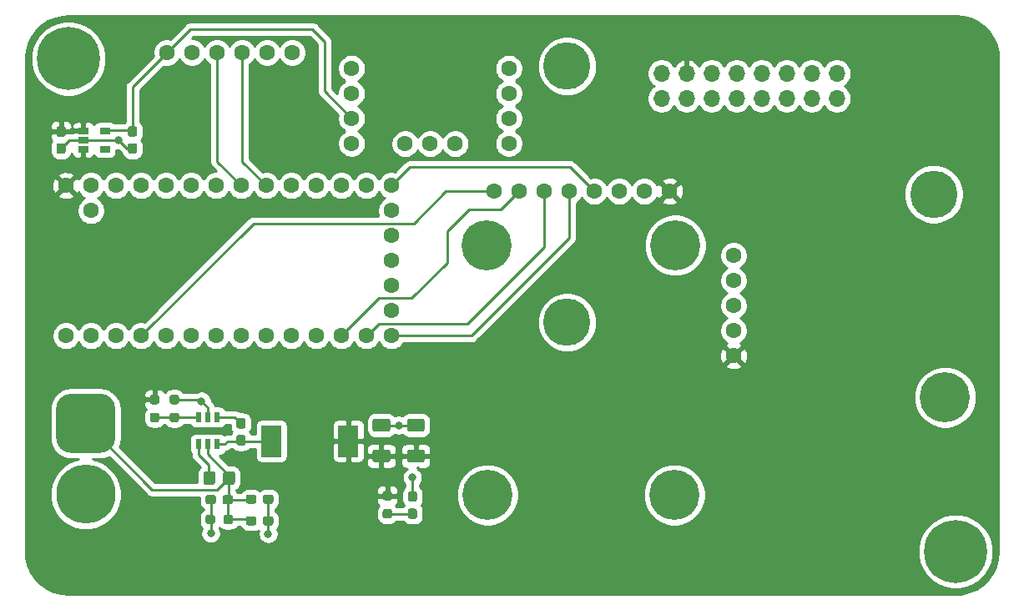
<source format=gbr>
%TF.GenerationSoftware,KiCad,Pcbnew,5.1.10-88a1d61d58~88~ubuntu18.04.1*%
%TF.CreationDate,2021-05-26T16:46:43+10:00*%
%TF.ProjectId,prototype_rocket_fc,70726f74-6f74-4797-9065-5f726f636b65,rev?*%
%TF.SameCoordinates,Original*%
%TF.FileFunction,Copper,L1,Top*%
%TF.FilePolarity,Positive*%
%FSLAX46Y46*%
G04 Gerber Fmt 4.6, Leading zero omitted, Abs format (unit mm)*
G04 Created by KiCad (PCBNEW 5.1.10-88a1d61d58~88~ubuntu18.04.1) date 2021-05-26 16:46:43*
%MOMM*%
%LPD*%
G01*
G04 APERTURE LIST*
%TA.AperFunction,ComponentPad*%
%ADD10C,1.600000*%
%TD*%
%TA.AperFunction,ComponentPad*%
%ADD11O,1.700000X1.700000*%
%TD*%
%TA.AperFunction,ComponentPad*%
%ADD12C,4.800000*%
%TD*%
%TA.AperFunction,ComponentPad*%
%ADD13C,0.800000*%
%TD*%
%TA.AperFunction,ComponentPad*%
%ADD14C,6.400000*%
%TD*%
%TA.AperFunction,ComponentPad*%
%ADD15C,5.080000*%
%TD*%
%TA.AperFunction,SMDPad,CuDef*%
%ADD16R,2.000000X3.200000*%
%TD*%
%TA.AperFunction,SMDPad,CuDef*%
%ADD17R,0.599999X1.000001*%
%TD*%
%TA.AperFunction,SMDPad,CuDef*%
%ADD18R,1.060000X0.650000*%
%TD*%
%TA.AperFunction,ComponentPad*%
%ADD19C,6.000000*%
%TD*%
%TA.AperFunction,ViaPad*%
%ADD20C,0.800000*%
%TD*%
%TA.AperFunction,Conductor*%
%ADD21C,0.250000*%
%TD*%
%TA.AperFunction,Conductor*%
%ADD22C,0.254000*%
%TD*%
%TA.AperFunction,Conductor*%
%ADD23C,0.100000*%
%TD*%
G04 APERTURE END LIST*
D10*
%TO.P,U2,17*%
%TO.N,Net-(U2-Pad17)*%
X72760000Y-60500000D03*
%TO.P,U2,18*%
%TO.N,Net-(U2-Pad18)*%
X72760000Y-57960000D03*
%TO.P,U2,19*%
%TO.N,Net-(U2-Pad19)*%
X72760000Y-55420000D03*
%TO.P,U2,20*%
%TO.N,/SCK*%
X72760000Y-52880000D03*
%TO.P,U2,16*%
%TO.N,Net-(U2-Pad16)*%
X72760000Y-63040000D03*
%TO.P,U2,15*%
%TO.N,Net-(U2-Pad15)*%
X72760000Y-65580000D03*
%TO.P,U2,14*%
%TO.N,/MISO*%
X72760000Y-68120000D03*
%TO.P,U2,21*%
%TO.N,Net-(U2-Pad21)*%
X70220000Y-52880000D03*
%TO.P,U2,22*%
%TO.N,Net-(U2-Pad22)*%
X67680000Y-52880000D03*
%TO.P,U2,23*%
%TO.N,Net-(U2-Pad23)*%
X65140000Y-52880000D03*
%TO.P,U2,24*%
%TO.N,Net-(U2-Pad24)*%
X62600000Y-52880000D03*
%TO.P,U2,25*%
%TO.N,/SDA0*%
X60060000Y-52880000D03*
%TO.P,U2,26*%
%TO.N,/SCL0*%
X57520000Y-52880000D03*
%TO.P,U2,27*%
%TO.N,Net-(U2-Pad27)*%
X54980000Y-52880000D03*
%TO.P,U2,28*%
%TO.N,Net-(U2-Pad28)*%
X52440000Y-52880000D03*
%TO.P,U2,29*%
%TO.N,Net-(U2-Pad29)*%
X49900000Y-52880000D03*
%TO.P,U2,30*%
%TO.N,Net-(U2-Pad30)*%
X47360000Y-52880000D03*
%TO.P,U2,31*%
%TO.N,Net-(U2-Pad31)*%
X44820000Y-52880000D03*
%TO.P,U2,32*%
%TO.N,GND*%
X42280000Y-52880000D03*
%TO.P,U2,33*%
%TO.N,+5V*%
X39740000Y-52880000D03*
%TO.P,U2,34*%
%TO.N,Net-(U2-Pad34)*%
X42280000Y-55420000D03*
%TO.P,U2,13*%
%TO.N,/MOSI*%
X70220000Y-68120000D03*
%TO.P,U2,12*%
%TO.N,/CS*%
X67680000Y-68120000D03*
%TO.P,U2,11*%
%TO.N,Net-(U2-Pad11)*%
X65140000Y-68120000D03*
%TO.P,U2,10*%
%TO.N,/TX2*%
X62600000Y-68120000D03*
%TO.P,U2,9*%
%TO.N,/RX2*%
X60060000Y-68120000D03*
%TO.P,U2,8*%
%TO.N,Net-(U2-Pad8)*%
X57520000Y-68120000D03*
%TO.P,U2,7*%
%TO.N,Net-(U2-Pad7)*%
X54980000Y-68120000D03*
%TO.P,U2,6*%
%TO.N,Net-(U2-Pad6)*%
X52440000Y-68120000D03*
%TO.P,U2,5*%
%TO.N,Net-(U2-Pad5)*%
X49900000Y-68120000D03*
%TO.P,U2,4*%
%TO.N,/CD*%
X47360000Y-68120000D03*
%TO.P,U2,3*%
%TO.N,/TX1*%
X44820000Y-68120000D03*
%TO.P,U2,2*%
%TO.N,/RX1*%
X42280000Y-68120000D03*
%TO.P,U2,1*%
%TO.N,Net-(U2-Pad1)*%
X39740000Y-68120000D03*
%TD*%
D11*
%TO.P,U9,1*%
%TO.N,GND*%
X100170000Y-44040000D03*
%TO.P,U9,2*%
%TO.N,Net-(U9-Pad2)*%
X100170000Y-41500000D03*
%TO.P,U9,11*%
%TO.N,Net-(U9-Pad11)*%
X112870000Y-44040000D03*
%TO.P,U9,13*%
%TO.N,Net-(U9-Pad13)*%
X115410000Y-44040000D03*
%TO.P,U9,3*%
%TO.N,Net-(U9-Pad3)*%
X102710000Y-44040000D03*
%TO.P,U9,6*%
%TO.N,Net-(U9-Pad6)*%
X105250000Y-41500000D03*
%TO.P,U9,10*%
%TO.N,Net-(U9-Pad10)*%
X110330000Y-41500000D03*
%TO.P,U9,14*%
%TO.N,Net-(U9-Pad14)*%
X115410000Y-41500000D03*
%TO.P,U9,15*%
%TO.N,Net-(U9-Pad15)*%
X117950000Y-44040000D03*
%TO.P,U9,7*%
%TO.N,/TX1*%
X107790000Y-44040000D03*
%TO.P,U9,9*%
%TO.N,/RX1*%
X110330000Y-44040000D03*
%TO.P,U9,16*%
%TO.N,Net-(U9-Pad16)*%
X117950000Y-41500000D03*
%TO.P,U9,8*%
%TO.N,Net-(U9-Pad8)*%
X107790000Y-41500000D03*
%TO.P,U9,12*%
%TO.N,Net-(U9-Pad12)*%
X112870000Y-41500000D03*
%TO.P,U9,5*%
%TO.N,Net-(U9-Pad5)*%
X105250000Y-44040000D03*
%TO.P,U9,4*%
%TO.N,+5V*%
X102710000Y-41500000D03*
%TD*%
D12*
%TO.P,U8,1*%
%TO.N,GND*%
X90590000Y-66750000D03*
X90590000Y-40750000D03*
X127780000Y-53750000D03*
%TD*%
D13*
%TO.P,H2,1*%
%TO.N,GND*%
X131697056Y-88302944D03*
X130000000Y-87600000D03*
X128302944Y-88302944D03*
X127600000Y-90000000D03*
X128302944Y-91697056D03*
X130000000Y-92400000D03*
X131697056Y-91697056D03*
X132400000Y-90000000D03*
D14*
X130000000Y-90000000D03*
%TD*%
D13*
%TO.P,H1,1*%
%TO.N,GND*%
X41697056Y-38302944D03*
X40000000Y-37600000D03*
X38302944Y-38302944D03*
X37600000Y-40000000D03*
X38302944Y-41697056D03*
X40000000Y-42400000D03*
X41697056Y-41697056D03*
X42400000Y-40000000D03*
D14*
X40000000Y-40000000D03*
%TD*%
%TO.P,R5,2*%
%TO.N,Net-(D1-Pad2)*%
%TA.AperFunction,SMDPad,CuDef*%
G36*
G01*
X72112500Y-85680000D02*
X72587500Y-85680000D01*
G75*
G02*
X72825000Y-85917500I0J-237500D01*
G01*
X72825000Y-86417500D01*
G75*
G02*
X72587500Y-86655000I-237500J0D01*
G01*
X72112500Y-86655000D01*
G75*
G02*
X71875000Y-86417500I0J237500D01*
G01*
X71875000Y-85917500D01*
G75*
G02*
X72112500Y-85680000I237500J0D01*
G01*
G37*
%TD.AperFunction*%
%TO.P,R5,1*%
%TO.N,+5V*%
%TA.AperFunction,SMDPad,CuDef*%
G36*
G01*
X72112500Y-83855000D02*
X72587500Y-83855000D01*
G75*
G02*
X72825000Y-84092500I0J-237500D01*
G01*
X72825000Y-84592500D01*
G75*
G02*
X72587500Y-84830000I-237500J0D01*
G01*
X72112500Y-84830000D01*
G75*
G02*
X71875000Y-84592500I0J237500D01*
G01*
X71875000Y-84092500D01*
G75*
G02*
X72112500Y-83855000I237500J0D01*
G01*
G37*
%TD.AperFunction*%
%TD*%
%TO.P,D1,2*%
%TO.N,Net-(D1-Pad2)*%
%TA.AperFunction,SMDPad,CuDef*%
G36*
G01*
X74662500Y-85650000D02*
X75137500Y-85650000D01*
G75*
G02*
X75375000Y-85887500I0J-237500D01*
G01*
X75375000Y-86462500D01*
G75*
G02*
X75137500Y-86700000I-237500J0D01*
G01*
X74662500Y-86700000D01*
G75*
G02*
X74425000Y-86462500I0J237500D01*
G01*
X74425000Y-85887500D01*
G75*
G02*
X74662500Y-85650000I237500J0D01*
G01*
G37*
%TD.AperFunction*%
%TO.P,D1,1*%
%TO.N,GND*%
%TA.AperFunction,SMDPad,CuDef*%
G36*
G01*
X74662500Y-83900000D02*
X75137500Y-83900000D01*
G75*
G02*
X75375000Y-84137500I0J-237500D01*
G01*
X75375000Y-84712500D01*
G75*
G02*
X75137500Y-84950000I-237500J0D01*
G01*
X74662500Y-84950000D01*
G75*
G02*
X74425000Y-84712500I0J237500D01*
G01*
X74425000Y-84137500D01*
G75*
G02*
X74662500Y-83900000I237500J0D01*
G01*
G37*
%TD.AperFunction*%
%TD*%
D10*
%TO.P,U1,2*%
%TO.N,Net-(U1-Pad2)*%
X98435000Y-53460000D03*
%TO.P,U1,1*%
%TO.N,+5V*%
X100975000Y-53460000D03*
%TO.P,U1,4*%
%TO.N,/SCK*%
X93355000Y-53460000D03*
%TO.P,U1,3*%
%TO.N,GND*%
X95895000Y-53460000D03*
%TO.P,U1,6*%
%TO.N,/MOSI*%
X88275000Y-53460000D03*
%TO.P,U1,5*%
%TO.N,/MISO*%
X90815000Y-53460000D03*
%TO.P,U1,8*%
%TO.N,/CD*%
X83195000Y-53460000D03*
%TO.P,U1,7*%
%TO.N,/CS*%
X85735000Y-53460000D03*
D15*
%TO.P,U1,9*%
%TO.N,N/C*%
X101475000Y-84270000D03*
%TO.P,U1,10*%
X82525000Y-84270000D03*
%TO.P,U1,11*%
X101575000Y-58930000D03*
%TO.P,U1,12*%
X82425000Y-58930000D03*
%TD*%
%TO.P,C1,2*%
%TO.N,GND*%
%TA.AperFunction,SMDPad,CuDef*%
G36*
G01*
X59725000Y-87137500D02*
X59725000Y-86662500D01*
G75*
G02*
X59962500Y-86425000I237500J0D01*
G01*
X60562500Y-86425000D01*
G75*
G02*
X60800000Y-86662500I0J-237500D01*
G01*
X60800000Y-87137500D01*
G75*
G02*
X60562500Y-87375000I-237500J0D01*
G01*
X59962500Y-87375000D01*
G75*
G02*
X59725000Y-87137500I0J237500D01*
G01*
G37*
%TD.AperFunction*%
%TO.P,C1,1*%
%TO.N,VCC*%
%TA.AperFunction,SMDPad,CuDef*%
G36*
G01*
X58000000Y-87137500D02*
X58000000Y-86662500D01*
G75*
G02*
X58237500Y-86425000I237500J0D01*
G01*
X58837500Y-86425000D01*
G75*
G02*
X59075000Y-86662500I0J-237500D01*
G01*
X59075000Y-87137500D01*
G75*
G02*
X58837500Y-87375000I-237500J0D01*
G01*
X58237500Y-87375000D01*
G75*
G02*
X58000000Y-87137500I0J237500D01*
G01*
G37*
%TD.AperFunction*%
%TD*%
%TO.P,C2,1*%
%TO.N,VCC*%
%TA.AperFunction,SMDPad,CuDef*%
G36*
G01*
X58000000Y-84937500D02*
X58000000Y-84462500D01*
G75*
G02*
X58237500Y-84225000I237500J0D01*
G01*
X58837500Y-84225000D01*
G75*
G02*
X59075000Y-84462500I0J-237500D01*
G01*
X59075000Y-84937500D01*
G75*
G02*
X58837500Y-85175000I-237500J0D01*
G01*
X58237500Y-85175000D01*
G75*
G02*
X58000000Y-84937500I0J237500D01*
G01*
G37*
%TD.AperFunction*%
%TO.P,C2,2*%
%TO.N,GND*%
%TA.AperFunction,SMDPad,CuDef*%
G36*
G01*
X59725000Y-84937500D02*
X59725000Y-84462500D01*
G75*
G02*
X59962500Y-84225000I237500J0D01*
G01*
X60562500Y-84225000D01*
G75*
G02*
X60800000Y-84462500I0J-237500D01*
G01*
X60800000Y-84937500D01*
G75*
G02*
X60562500Y-85175000I-237500J0D01*
G01*
X59962500Y-85175000D01*
G75*
G02*
X59725000Y-84937500I0J237500D01*
G01*
G37*
%TD.AperFunction*%
%TD*%
%TO.P,C3,1*%
%TO.N,VCC*%
%TA.AperFunction,SMDPad,CuDef*%
G36*
G01*
X56700000Y-84512500D02*
X56700000Y-84987500D01*
G75*
G02*
X56462500Y-85225000I-237500J0D01*
G01*
X55862500Y-85225000D01*
G75*
G02*
X55625000Y-84987500I0J237500D01*
G01*
X55625000Y-84512500D01*
G75*
G02*
X55862500Y-84275000I237500J0D01*
G01*
X56462500Y-84275000D01*
G75*
G02*
X56700000Y-84512500I0J-237500D01*
G01*
G37*
%TD.AperFunction*%
%TO.P,C3,2*%
%TO.N,GND*%
%TA.AperFunction,SMDPad,CuDef*%
G36*
G01*
X54975000Y-84512500D02*
X54975000Y-84987500D01*
G75*
G02*
X54737500Y-85225000I-237500J0D01*
G01*
X54137500Y-85225000D01*
G75*
G02*
X53900000Y-84987500I0J237500D01*
G01*
X53900000Y-84512500D01*
G75*
G02*
X54137500Y-84275000I237500J0D01*
G01*
X54737500Y-84275000D01*
G75*
G02*
X54975000Y-84512500I0J-237500D01*
G01*
G37*
%TD.AperFunction*%
%TD*%
%TO.P,C4,2*%
%TO.N,/battery_power_supply/CB*%
%TA.AperFunction,SMDPad,CuDef*%
G36*
G01*
X57737500Y-77537500D02*
X57262500Y-77537500D01*
G75*
G02*
X57025000Y-77300000I0J237500D01*
G01*
X57025000Y-76700000D01*
G75*
G02*
X57262500Y-76462500I237500J0D01*
G01*
X57737500Y-76462500D01*
G75*
G02*
X57975000Y-76700000I0J-237500D01*
G01*
X57975000Y-77300000D01*
G75*
G02*
X57737500Y-77537500I-237500J0D01*
G01*
G37*
%TD.AperFunction*%
%TO.P,C4,1*%
%TO.N,/battery_power_supply/SW*%
%TA.AperFunction,SMDPad,CuDef*%
G36*
G01*
X57737500Y-79262500D02*
X57262500Y-79262500D01*
G75*
G02*
X57025000Y-79025000I0J237500D01*
G01*
X57025000Y-78425000D01*
G75*
G02*
X57262500Y-78187500I237500J0D01*
G01*
X57737500Y-78187500D01*
G75*
G02*
X57975000Y-78425000I0J-237500D01*
G01*
X57975000Y-79025000D01*
G75*
G02*
X57737500Y-79262500I-237500J0D01*
G01*
G37*
%TD.AperFunction*%
%TD*%
%TO.P,C5,1*%
%TO.N,+5V*%
%TA.AperFunction,SMDPad,CuDef*%
G36*
G01*
X75900003Y-80975000D02*
X74599997Y-80975000D01*
G75*
G02*
X74350000Y-80725003I0J249997D01*
G01*
X74350000Y-79899997D01*
G75*
G02*
X74599997Y-79650000I249997J0D01*
G01*
X75900003Y-79650000D01*
G75*
G02*
X76150000Y-79899997I0J-249997D01*
G01*
X76150000Y-80725003D01*
G75*
G02*
X75900003Y-80975000I-249997J0D01*
G01*
G37*
%TD.AperFunction*%
%TO.P,C5,2*%
%TO.N,GND*%
%TA.AperFunction,SMDPad,CuDef*%
G36*
G01*
X75900003Y-77850000D02*
X74599997Y-77850000D01*
G75*
G02*
X74350000Y-77600003I0J249997D01*
G01*
X74350000Y-76774997D01*
G75*
G02*
X74599997Y-76525000I249997J0D01*
G01*
X75900003Y-76525000D01*
G75*
G02*
X76150000Y-76774997I0J-249997D01*
G01*
X76150000Y-77600003D01*
G75*
G02*
X75900003Y-77850000I-249997J0D01*
G01*
G37*
%TD.AperFunction*%
%TD*%
%TO.P,C6,2*%
%TO.N,GND*%
%TA.AperFunction,SMDPad,CuDef*%
G36*
G01*
X72400003Y-77850000D02*
X71099997Y-77850000D01*
G75*
G02*
X70850000Y-77600003I0J249997D01*
G01*
X70850000Y-76774997D01*
G75*
G02*
X71099997Y-76525000I249997J0D01*
G01*
X72400003Y-76525000D01*
G75*
G02*
X72650000Y-76774997I0J-249997D01*
G01*
X72650000Y-77600003D01*
G75*
G02*
X72400003Y-77850000I-249997J0D01*
G01*
G37*
%TD.AperFunction*%
%TO.P,C6,1*%
%TO.N,+5V*%
%TA.AperFunction,SMDPad,CuDef*%
G36*
G01*
X72400003Y-80975000D02*
X71099997Y-80975000D01*
G75*
G02*
X70850000Y-80725003I0J249997D01*
G01*
X70850000Y-79899997D01*
G75*
G02*
X71099997Y-79650000I249997J0D01*
G01*
X72400003Y-79650000D01*
G75*
G02*
X72650000Y-79899997I0J-249997D01*
G01*
X72650000Y-80725003D01*
G75*
G02*
X72400003Y-80975000I-249997J0D01*
G01*
G37*
%TD.AperFunction*%
%TD*%
%TO.P,C7,1*%
%TO.N,+5V*%
%TA.AperFunction,SMDPad,CuDef*%
G36*
G01*
X39012500Y-46850000D02*
X39487500Y-46850000D01*
G75*
G02*
X39725000Y-47087500I0J-237500D01*
G01*
X39725000Y-47687500D01*
G75*
G02*
X39487500Y-47925000I-237500J0D01*
G01*
X39012500Y-47925000D01*
G75*
G02*
X38775000Y-47687500I0J237500D01*
G01*
X38775000Y-47087500D01*
G75*
G02*
X39012500Y-46850000I237500J0D01*
G01*
G37*
%TD.AperFunction*%
%TO.P,C7,2*%
%TO.N,GND*%
%TA.AperFunction,SMDPad,CuDef*%
G36*
G01*
X39012500Y-48575000D02*
X39487500Y-48575000D01*
G75*
G02*
X39725000Y-48812500I0J-237500D01*
G01*
X39725000Y-49412500D01*
G75*
G02*
X39487500Y-49650000I-237500J0D01*
G01*
X39012500Y-49650000D01*
G75*
G02*
X38775000Y-49412500I0J237500D01*
G01*
X38775000Y-48812500D01*
G75*
G02*
X39012500Y-48575000I237500J0D01*
G01*
G37*
%TD.AperFunction*%
%TD*%
%TO.P,C8,2*%
%TO.N,GND*%
%TA.AperFunction,SMDPad,CuDef*%
G36*
G01*
X46262500Y-48575000D02*
X46737500Y-48575000D01*
G75*
G02*
X46975000Y-48812500I0J-237500D01*
G01*
X46975000Y-49412500D01*
G75*
G02*
X46737500Y-49650000I-237500J0D01*
G01*
X46262500Y-49650000D01*
G75*
G02*
X46025000Y-49412500I0J237500D01*
G01*
X46025000Y-48812500D01*
G75*
G02*
X46262500Y-48575000I237500J0D01*
G01*
G37*
%TD.AperFunction*%
%TO.P,C8,1*%
%TO.N,+3V3*%
%TA.AperFunction,SMDPad,CuDef*%
G36*
G01*
X46262500Y-46850000D02*
X46737500Y-46850000D01*
G75*
G02*
X46975000Y-47087500I0J-237500D01*
G01*
X46975000Y-47687500D01*
G75*
G02*
X46737500Y-47925000I-237500J0D01*
G01*
X46262500Y-47925000D01*
G75*
G02*
X46025000Y-47687500I0J237500D01*
G01*
X46025000Y-47087500D01*
G75*
G02*
X46262500Y-46850000I237500J0D01*
G01*
G37*
%TD.AperFunction*%
%TD*%
D16*
%TO.P,L1,1*%
%TO.N,/battery_power_supply/SW*%
X60600000Y-78800000D03*
%TO.P,L1,2*%
%TO.N,+5V*%
X68400000Y-78800000D03*
%TD*%
%TO.P,R1,1*%
%TO.N,VCC*%
%TA.AperFunction,SMDPad,CuDef*%
G36*
G01*
X56900000Y-82099999D02*
X56900000Y-83000001D01*
G75*
G02*
X56650001Y-83250000I-249999J0D01*
G01*
X55949999Y-83250000D01*
G75*
G02*
X55700000Y-83000001I0J249999D01*
G01*
X55700000Y-82099999D01*
G75*
G02*
X55949999Y-81850000I249999J0D01*
G01*
X56650001Y-81850000D01*
G75*
G02*
X56900000Y-82099999I0J-249999D01*
G01*
G37*
%TD.AperFunction*%
%TO.P,R1,2*%
%TO.N,/battery_power_supply/EN*%
%TA.AperFunction,SMDPad,CuDef*%
G36*
G01*
X54900000Y-82099999D02*
X54900000Y-83000001D01*
G75*
G02*
X54650001Y-83250000I-249999J0D01*
G01*
X53949999Y-83250000D01*
G75*
G02*
X53700000Y-83000001I0J249999D01*
G01*
X53700000Y-82099999D01*
G75*
G02*
X53949999Y-81850000I249999J0D01*
G01*
X54650001Y-81850000D01*
G75*
G02*
X54900000Y-82099999I0J-249999D01*
G01*
G37*
%TD.AperFunction*%
%TD*%
%TO.P,R2,1*%
%TO.N,VCC*%
%TA.AperFunction,SMDPad,CuDef*%
G36*
G01*
X56700000Y-86512500D02*
X56700000Y-86987500D01*
G75*
G02*
X56462500Y-87225000I-237500J0D01*
G01*
X55962500Y-87225000D01*
G75*
G02*
X55725000Y-86987500I0J237500D01*
G01*
X55725000Y-86512500D01*
G75*
G02*
X55962500Y-86275000I237500J0D01*
G01*
X56462500Y-86275000D01*
G75*
G02*
X56700000Y-86512500I0J-237500D01*
G01*
G37*
%TD.AperFunction*%
%TO.P,R2,2*%
%TO.N,GND*%
%TA.AperFunction,SMDPad,CuDef*%
G36*
G01*
X54875000Y-86512500D02*
X54875000Y-86987500D01*
G75*
G02*
X54637500Y-87225000I-237500J0D01*
G01*
X54137500Y-87225000D01*
G75*
G02*
X53900000Y-86987500I0J237500D01*
G01*
X53900000Y-86512500D01*
G75*
G02*
X54137500Y-86275000I237500J0D01*
G01*
X54637500Y-86275000D01*
G75*
G02*
X54875000Y-86512500I0J-237500D01*
G01*
G37*
%TD.AperFunction*%
%TD*%
%TO.P,R3,1*%
%TO.N,+5V*%
%TA.AperFunction,SMDPad,CuDef*%
G36*
G01*
X48512500Y-74100000D02*
X48987500Y-74100000D01*
G75*
G02*
X49225000Y-74337500I0J-237500D01*
G01*
X49225000Y-74837500D01*
G75*
G02*
X48987500Y-75075000I-237500J0D01*
G01*
X48512500Y-75075000D01*
G75*
G02*
X48275000Y-74837500I0J237500D01*
G01*
X48275000Y-74337500D01*
G75*
G02*
X48512500Y-74100000I237500J0D01*
G01*
G37*
%TD.AperFunction*%
%TO.P,R3,2*%
%TO.N,/battery_power_supply/FB*%
%TA.AperFunction,SMDPad,CuDef*%
G36*
G01*
X48512500Y-75925000D02*
X48987500Y-75925000D01*
G75*
G02*
X49225000Y-76162500I0J-237500D01*
G01*
X49225000Y-76662500D01*
G75*
G02*
X48987500Y-76900000I-237500J0D01*
G01*
X48512500Y-76900000D01*
G75*
G02*
X48275000Y-76662500I0J237500D01*
G01*
X48275000Y-76162500D01*
G75*
G02*
X48512500Y-75925000I237500J0D01*
G01*
G37*
%TD.AperFunction*%
%TD*%
%TO.P,R4,2*%
%TO.N,GND*%
%TA.AperFunction,SMDPad,CuDef*%
G36*
G01*
X50987500Y-75075000D02*
X50512500Y-75075000D01*
G75*
G02*
X50275000Y-74837500I0J237500D01*
G01*
X50275000Y-74337500D01*
G75*
G02*
X50512500Y-74100000I237500J0D01*
G01*
X50987500Y-74100000D01*
G75*
G02*
X51225000Y-74337500I0J-237500D01*
G01*
X51225000Y-74837500D01*
G75*
G02*
X50987500Y-75075000I-237500J0D01*
G01*
G37*
%TD.AperFunction*%
%TO.P,R4,1*%
%TO.N,/battery_power_supply/FB*%
%TA.AperFunction,SMDPad,CuDef*%
G36*
G01*
X50987500Y-76900000D02*
X50512500Y-76900000D01*
G75*
G02*
X50275000Y-76662500I0J237500D01*
G01*
X50275000Y-76162500D01*
G75*
G02*
X50512500Y-75925000I237500J0D01*
G01*
X50987500Y-75925000D01*
G75*
G02*
X51225000Y-76162500I0J-237500D01*
G01*
X51225000Y-76662500D01*
G75*
G02*
X50987500Y-76900000I-237500J0D01*
G01*
G37*
%TD.AperFunction*%
%TD*%
D10*
%TO.P,U3,1*%
%TO.N,+3V3*%
X50000000Y-39390000D03*
%TO.P,U3,2*%
%TO.N,GND*%
X52540000Y-39390000D03*
%TO.P,U3,3*%
%TO.N,/SCL0*%
X55080000Y-39390000D03*
%TO.P,U3,4*%
%TO.N,/SDA0*%
X57620000Y-39390000D03*
%TO.P,U3,5*%
%TO.N,Net-(U3-Pad5)*%
X60160000Y-39390000D03*
%TO.P,U3,6*%
%TO.N,Net-(U3-Pad6)*%
X62700000Y-39390000D03*
%TD*%
%TO.P,U4,1*%
%TO.N,Net-(U4-Pad1)*%
X107480000Y-59980000D03*
%TO.P,U4,4*%
%TO.N,GND*%
X107480000Y-67600000D03*
%TO.P,U4,2*%
%TO.N,/RX2*%
X107480000Y-62520000D03*
%TO.P,U4,3*%
%TO.N,/TX2*%
X107480000Y-65060000D03*
%TO.P,U4,5*%
%TO.N,+5V*%
X107480000Y-70140000D03*
D15*
%TO.P,U4,6*%
%TO.N,N/C*%
X128940000Y-74360000D03*
%TD*%
D10*
%TO.P,U5,1*%
%TO.N,/SCL0*%
X68730000Y-40970000D03*
%TO.P,U5,2*%
%TO.N,/SDA0*%
X68730000Y-43510000D03*
%TO.P,U5,3*%
%TO.N,+3V3*%
X68730000Y-46050000D03*
%TO.P,U5,4*%
%TO.N,GND*%
X68730000Y-48590000D03*
%TO.P,U5,5*%
%TO.N,Net-(U5-Pad5)*%
X84670000Y-40970000D03*
%TO.P,U5,6*%
%TO.N,Net-(U5-Pad6)*%
X84670000Y-43510000D03*
%TO.P,U5,7*%
%TO.N,Net-(U5-Pad7)*%
X84670000Y-46050000D03*
%TO.P,U5,8*%
%TO.N,Net-(U5-Pad8)*%
X84670000Y-48590000D03*
%TO.P,U5,9*%
%TO.N,Net-(U5-Pad9)*%
X74160000Y-48640000D03*
%TO.P,U5,10*%
%TO.N,Net-(U5-Pad10)*%
X76700000Y-48640000D03*
%TO.P,U5,11*%
%TO.N,Net-(U5-Pad11)*%
X79240000Y-48640000D03*
%TD*%
D17*
%TO.P,U6,1*%
%TO.N,/battery_power_supply/CB*%
X55100001Y-76374999D03*
%TO.P,U6,2*%
%TO.N,GND*%
X54150000Y-76374999D03*
%TO.P,U6,3*%
%TO.N,/battery_power_supply/FB*%
X53200002Y-76374999D03*
%TO.P,U6,4*%
%TO.N,/battery_power_supply/EN*%
X53200002Y-79124999D03*
%TO.P,U6,5*%
%TO.N,VCC*%
X54150000Y-79124999D03*
%TO.P,U6,6*%
%TO.N,/battery_power_supply/SW*%
X55100001Y-79124999D03*
%TD*%
D18*
%TO.P,U7,1*%
%TO.N,+5V*%
X41500000Y-47300000D03*
%TO.P,U7,2*%
%TO.N,GND*%
X41500000Y-48250000D03*
%TO.P,U7,3*%
%TO.N,+5V*%
X41500000Y-49200000D03*
%TO.P,U7,4*%
%TO.N,Net-(U7-Pad4)*%
X43700000Y-49200000D03*
%TO.P,U7,5*%
%TO.N,+3V3*%
X43700000Y-47300000D03*
%TD*%
D19*
%TO.P,J1,2*%
%TO.N,GND*%
X41750000Y-84200000D03*
%TO.P,J1,1*%
%TO.N,VCC*%
%TA.AperFunction,ComponentPad*%
G36*
G01*
X40250000Y-74000000D02*
X43250000Y-74000000D01*
G75*
G02*
X44750000Y-75500000I0J-1500000D01*
G01*
X44750000Y-78500000D01*
G75*
G02*
X43250000Y-80000000I-1500000J0D01*
G01*
X40250000Y-80000000D01*
G75*
G02*
X38750000Y-78500000I0J1500000D01*
G01*
X38750000Y-75500000D01*
G75*
G02*
X40250000Y-74000000I1500000J0D01*
G01*
G37*
%TD.AperFunction*%
%TD*%
D20*
%TO.N,GND*%
X53500000Y-74750000D03*
X54437492Y-88162508D03*
X60262498Y-88212498D03*
X73512496Y-77187500D03*
X45100018Y-48250000D03*
X74900000Y-82500000D03*
%TD*%
D21*
%TO.N,GND*%
X54150000Y-76374999D02*
X54150000Y-75400000D01*
X54150000Y-75400000D02*
X53500000Y-74750000D01*
X53337500Y-74587500D02*
X53500000Y-74750000D01*
X50750000Y-74587500D02*
X53337500Y-74587500D01*
X54437500Y-88162500D02*
X54437492Y-88162508D01*
X54437500Y-84750000D02*
X54437500Y-88162500D01*
X60262501Y-88212495D02*
X60262498Y-88212498D01*
X60262500Y-84700000D02*
X60262501Y-88212495D01*
X75250000Y-77187500D02*
X73512496Y-77187500D01*
X71750000Y-77187500D02*
X73512496Y-77187500D01*
X40112500Y-48250000D02*
X41500000Y-48250000D01*
X39250000Y-49112500D02*
X40112500Y-48250000D01*
X46500000Y-49112500D02*
X45962518Y-49112500D01*
X45962518Y-49112500D02*
X45100018Y-48250000D01*
X41500000Y-48250000D02*
X45100018Y-48250000D01*
X74900000Y-84425000D02*
X74900000Y-82500000D01*
%TO.N,VCC*%
X56300000Y-82300000D02*
X56300000Y-82550000D01*
X54150000Y-79124999D02*
X54150000Y-80150000D01*
X54150000Y-80150000D02*
X56300000Y-82300000D01*
X55100000Y-83750000D02*
X56300000Y-82550000D01*
X41750000Y-77000000D02*
X48500000Y-83750000D01*
X48500000Y-83750000D02*
X55100000Y-83750000D01*
X56300000Y-84612500D02*
X56162500Y-84750000D01*
X56300000Y-82550000D02*
X56300000Y-84612500D01*
X56162500Y-86700000D02*
X56212500Y-86750000D01*
X56162500Y-84750000D02*
X56162500Y-86700000D01*
X58487500Y-84750000D02*
X58537500Y-84700000D01*
X56162500Y-84750000D02*
X58487500Y-84750000D01*
X58387500Y-86750000D02*
X58537500Y-86900000D01*
X56212500Y-86750000D02*
X58387500Y-86750000D01*
%TO.N,/battery_power_supply/CB*%
X56874999Y-76374999D02*
X57500000Y-77000000D01*
X55100001Y-76374999D02*
X56874999Y-76374999D01*
%TO.N,/battery_power_supply/SW*%
X55100001Y-79124999D02*
X55875001Y-79124999D01*
X56200000Y-78800000D02*
X60600000Y-78800000D01*
X55875001Y-79124999D02*
X56200000Y-78800000D01*
%TO.N,+5V*%
X39250000Y-47387500D02*
X41412500Y-47387500D01*
X41500000Y-50200000D02*
X41500000Y-49200000D01*
X38012500Y-47387500D02*
X37400000Y-48000000D01*
X39250000Y-47387500D02*
X38012500Y-47387500D01*
X37400000Y-48000000D02*
X37400000Y-49600000D01*
X37400000Y-49600000D02*
X38700000Y-50900000D01*
X38700000Y-50900000D02*
X40800000Y-50900000D01*
X40800000Y-50900000D02*
X41500000Y-50200000D01*
%TO.N,+3V3*%
X43775002Y-47224998D02*
X46337498Y-47224998D01*
X46337498Y-47224998D02*
X46500000Y-47387500D01*
X43700000Y-47300000D02*
X43775002Y-47224998D01*
X46500000Y-47387500D02*
X46500000Y-42890000D01*
X46500000Y-42890000D02*
X50000000Y-39390000D01*
X52390000Y-37000000D02*
X64750000Y-37000000D01*
X50000000Y-39390000D02*
X52390000Y-37000000D01*
X66000000Y-43320000D02*
X68730000Y-46050000D01*
X64750000Y-37000000D02*
X66000000Y-38250000D01*
X66000000Y-38250000D02*
X66000000Y-43320000D01*
%TO.N,/battery_power_supply/EN*%
X53200002Y-80200002D02*
X53200002Y-79124999D01*
X54250000Y-81250000D02*
X53200002Y-80200002D01*
X54300000Y-82550000D02*
X54250000Y-82500000D01*
X54250000Y-82500000D02*
X54250000Y-81250000D01*
%TO.N,/battery_power_supply/FB*%
X48787501Y-76374999D02*
X48750000Y-76412500D01*
X53200002Y-76374999D02*
X48787501Y-76374999D01*
%TO.N,/CS*%
X71500000Y-64300000D02*
X67680000Y-68120000D01*
X83895000Y-55300000D02*
X80600000Y-55300000D01*
X74800000Y-64300000D02*
X71500000Y-64300000D01*
X85735000Y-53460000D02*
X83895000Y-55300000D01*
X80600000Y-55300000D02*
X78400000Y-57500000D01*
X78400000Y-57500000D02*
X78400000Y-60700000D01*
X78400000Y-60700000D02*
X74800000Y-64300000D01*
%TO.N,/CD*%
X75072501Y-56700000D02*
X58780000Y-56700000D01*
X58780000Y-56700000D02*
X47360000Y-68120000D01*
X83195000Y-53460000D02*
X78312501Y-53460000D01*
X78312501Y-53460000D02*
X75072501Y-56700000D01*
%TO.N,/MISO*%
X80880000Y-68120000D02*
X72760000Y-68120000D01*
X90815000Y-53460000D02*
X90815000Y-58185000D01*
X90815000Y-58185000D02*
X80880000Y-68120000D01*
%TO.N,/MOSI*%
X70280000Y-68120000D02*
X70220000Y-68120000D01*
X71500000Y-66900000D02*
X70280000Y-68120000D01*
X80500000Y-66900000D02*
X71500000Y-66900000D01*
X88275000Y-53460000D02*
X88275000Y-59125000D01*
X88275000Y-59125000D02*
X80500000Y-66900000D01*
%TO.N,/SCK*%
X74640000Y-51000000D02*
X72760000Y-52880000D01*
X93355000Y-53460000D02*
X90895000Y-51000000D01*
X90895000Y-51000000D02*
X74640000Y-51000000D01*
%TO.N,/SDA0*%
X57620000Y-50440000D02*
X60060000Y-52880000D01*
X57620000Y-39390000D02*
X57620000Y-50440000D01*
%TO.N,/SCL0*%
X55080000Y-50440000D02*
X57520000Y-52880000D01*
X55080000Y-39390000D02*
X55080000Y-50440000D01*
%TO.N,Net-(D1-Pad2)*%
X74892500Y-86167500D02*
X74900000Y-86175000D01*
X72350000Y-86167500D02*
X74892500Y-86167500D01*
%TD*%
D22*
%TO.N,+5V*%
X130768083Y-35731173D02*
X131511891Y-35934656D01*
X132207905Y-36266638D01*
X132834130Y-36716626D01*
X133370777Y-37270403D01*
X133800871Y-37910451D01*
X134110829Y-38616553D01*
X134292065Y-39371457D01*
X134340000Y-40024207D01*
X134340001Y-89970597D01*
X134268827Y-90768083D01*
X134065344Y-91511890D01*
X133733363Y-92207904D01*
X133283374Y-92834130D01*
X132729597Y-93370777D01*
X132089549Y-93800871D01*
X131383447Y-94110829D01*
X130628543Y-94292065D01*
X129975793Y-94340000D01*
X40029392Y-94340000D01*
X39231917Y-94268827D01*
X38488110Y-94065344D01*
X37792096Y-93733363D01*
X37165870Y-93283374D01*
X36629223Y-92729597D01*
X36199129Y-92089549D01*
X35889171Y-91383447D01*
X35707935Y-90628543D01*
X35660000Y-89975793D01*
X35660000Y-89622285D01*
X126165000Y-89622285D01*
X126165000Y-90377715D01*
X126312377Y-91118628D01*
X126601467Y-91816554D01*
X127021161Y-92444670D01*
X127555330Y-92978839D01*
X128183446Y-93398533D01*
X128881372Y-93687623D01*
X129622285Y-93835000D01*
X130377715Y-93835000D01*
X131118628Y-93687623D01*
X131816554Y-93398533D01*
X132444670Y-92978839D01*
X132978839Y-92444670D01*
X133398533Y-91816554D01*
X133687623Y-91118628D01*
X133835000Y-90377715D01*
X133835000Y-89622285D01*
X133687623Y-88881372D01*
X133398533Y-88183446D01*
X132978839Y-87555330D01*
X132444670Y-87021161D01*
X131816554Y-86601467D01*
X131118628Y-86312377D01*
X130377715Y-86165000D01*
X129622285Y-86165000D01*
X128881372Y-86312377D01*
X128183446Y-86601467D01*
X127555330Y-87021161D01*
X127021161Y-87555330D01*
X126601467Y-88183446D01*
X126312377Y-88881372D01*
X126165000Y-89622285D01*
X35660000Y-89622285D01*
X35660000Y-75500000D01*
X38111928Y-75500000D01*
X38111928Y-78500000D01*
X38153010Y-78917117D01*
X38274679Y-79318205D01*
X38472258Y-79687849D01*
X38738155Y-80011845D01*
X39062151Y-80277742D01*
X39431795Y-80475321D01*
X39832883Y-80596990D01*
X40250000Y-80638072D01*
X41024626Y-80638072D01*
X40689710Y-80704691D01*
X40028182Y-80978705D01*
X39432823Y-81376511D01*
X38926511Y-81882823D01*
X38528705Y-82478182D01*
X38254691Y-83139710D01*
X38115000Y-83841984D01*
X38115000Y-84558016D01*
X38254691Y-85260290D01*
X38528705Y-85921818D01*
X38926511Y-86517177D01*
X39432823Y-87023489D01*
X40028182Y-87421295D01*
X40689710Y-87695309D01*
X41391984Y-87835000D01*
X42108016Y-87835000D01*
X42810290Y-87695309D01*
X43471818Y-87421295D01*
X44067177Y-87023489D01*
X44573489Y-86517177D01*
X44971295Y-85921818D01*
X45245309Y-85260290D01*
X45385000Y-84558016D01*
X45385000Y-83841984D01*
X45245309Y-83139710D01*
X44971295Y-82478182D01*
X44573489Y-81882823D01*
X44067177Y-81376511D01*
X43471818Y-80978705D01*
X42810290Y-80704691D01*
X42475374Y-80638072D01*
X43250000Y-80638072D01*
X43667117Y-80596990D01*
X44068205Y-80475321D01*
X44121847Y-80446649D01*
X47936201Y-84261003D01*
X47959999Y-84290001D01*
X47988997Y-84313799D01*
X48075724Y-84384974D01*
X48207753Y-84455546D01*
X48351014Y-84499003D01*
X48500000Y-84513677D01*
X48537333Y-84510000D01*
X53262174Y-84510000D01*
X53261928Y-84512500D01*
X53261928Y-84987500D01*
X53278752Y-85158316D01*
X53328577Y-85322567D01*
X53409488Y-85473942D01*
X53518377Y-85606623D01*
X53651058Y-85715512D01*
X53677500Y-85729646D01*
X53677500Y-85770354D01*
X53651058Y-85784488D01*
X53518377Y-85893377D01*
X53409488Y-86026058D01*
X53328577Y-86177433D01*
X53278752Y-86341684D01*
X53261928Y-86512500D01*
X53261928Y-86987500D01*
X53278752Y-87158316D01*
X53328577Y-87322567D01*
X53409488Y-87473942D01*
X53518377Y-87606623D01*
X53547932Y-87630878D01*
X53520287Y-87672252D01*
X53442266Y-87860610D01*
X53402492Y-88060569D01*
X53402492Y-88264447D01*
X53442266Y-88464406D01*
X53520287Y-88652764D01*
X53633555Y-88822282D01*
X53777718Y-88966445D01*
X53947236Y-89079713D01*
X54135594Y-89157734D01*
X54335553Y-89197508D01*
X54539431Y-89197508D01*
X54739390Y-89157734D01*
X54927748Y-89079713D01*
X55097266Y-88966445D01*
X55241429Y-88822282D01*
X55354697Y-88652764D01*
X55432718Y-88464406D01*
X55472492Y-88264447D01*
X55472492Y-88060569D01*
X55432718Y-87860610D01*
X55354697Y-87672252D01*
X55286511Y-87570204D01*
X55300000Y-87553768D01*
X55343377Y-87606623D01*
X55476058Y-87715512D01*
X55627433Y-87796423D01*
X55791684Y-87846248D01*
X55962500Y-87863072D01*
X56462500Y-87863072D01*
X56633316Y-87846248D01*
X56797567Y-87796423D01*
X56948942Y-87715512D01*
X57081623Y-87606623D01*
X57160920Y-87510000D01*
X57448585Y-87510000D01*
X57509488Y-87623942D01*
X57618377Y-87756623D01*
X57751058Y-87865512D01*
X57902433Y-87946423D01*
X58066684Y-87996248D01*
X58237500Y-88013072D01*
X58837500Y-88013072D01*
X59008316Y-87996248D01*
X59172567Y-87946423D01*
X59275144Y-87891595D01*
X59267272Y-87910600D01*
X59227498Y-88110559D01*
X59227498Y-88314437D01*
X59267272Y-88514396D01*
X59345293Y-88702754D01*
X59458561Y-88872272D01*
X59602724Y-89016435D01*
X59772242Y-89129703D01*
X59960600Y-89207724D01*
X60160559Y-89247498D01*
X60364437Y-89247498D01*
X60564396Y-89207724D01*
X60752754Y-89129703D01*
X60922272Y-89016435D01*
X61066435Y-88872272D01*
X61179703Y-88702754D01*
X61257724Y-88514396D01*
X61297498Y-88314437D01*
X61297498Y-88110559D01*
X61257724Y-87910600D01*
X61189811Y-87746646D01*
X61290512Y-87623942D01*
X61371423Y-87472567D01*
X61421248Y-87308316D01*
X61438072Y-87137500D01*
X61438072Y-86662500D01*
X61421248Y-86491684D01*
X61371423Y-86327433D01*
X61290512Y-86176058D01*
X61181623Y-86043377D01*
X61048942Y-85934488D01*
X61022500Y-85920354D01*
X61022500Y-85679646D01*
X61048942Y-85665512D01*
X61181623Y-85556623D01*
X61290512Y-85423942D01*
X61371423Y-85272567D01*
X61421248Y-85108316D01*
X61438072Y-84937500D01*
X61438072Y-84830000D01*
X71236928Y-84830000D01*
X71249188Y-84954482D01*
X71285498Y-85074180D01*
X71344463Y-85184494D01*
X71423815Y-85281185D01*
X71473812Y-85322217D01*
X71384488Y-85431058D01*
X71303577Y-85582433D01*
X71253752Y-85746684D01*
X71236928Y-85917500D01*
X71236928Y-86417500D01*
X71253752Y-86588316D01*
X71303577Y-86752567D01*
X71384488Y-86903942D01*
X71493377Y-87036623D01*
X71626058Y-87145512D01*
X71777433Y-87226423D01*
X71941684Y-87276248D01*
X72112500Y-87293072D01*
X72587500Y-87293072D01*
X72758316Y-87276248D01*
X72922567Y-87226423D01*
X73073942Y-87145512D01*
X73206623Y-87036623D01*
X73296178Y-86927500D01*
X73923027Y-86927500D01*
X73934488Y-86948942D01*
X74043377Y-87081623D01*
X74176058Y-87190512D01*
X74327433Y-87271423D01*
X74491684Y-87321248D01*
X74662500Y-87338072D01*
X75137500Y-87338072D01*
X75308316Y-87321248D01*
X75472567Y-87271423D01*
X75623942Y-87190512D01*
X75756623Y-87081623D01*
X75865512Y-86948942D01*
X75946423Y-86797567D01*
X75996248Y-86633316D01*
X76013072Y-86462500D01*
X76013072Y-85887500D01*
X75996248Y-85716684D01*
X75946423Y-85552433D01*
X75865512Y-85401058D01*
X75782575Y-85300000D01*
X75865512Y-85198942D01*
X75946423Y-85047567D01*
X75996248Y-84883316D01*
X76013072Y-84712500D01*
X76013072Y-84137500D01*
X75996248Y-83966684D01*
X75993399Y-83957290D01*
X79350000Y-83957290D01*
X79350000Y-84582710D01*
X79472014Y-85196113D01*
X79711352Y-85773926D01*
X80058817Y-86293944D01*
X80501056Y-86736183D01*
X81021074Y-87083648D01*
X81598887Y-87322986D01*
X82212290Y-87445000D01*
X82837710Y-87445000D01*
X83451113Y-87322986D01*
X84028926Y-87083648D01*
X84548944Y-86736183D01*
X84991183Y-86293944D01*
X85338648Y-85773926D01*
X85577986Y-85196113D01*
X85700000Y-84582710D01*
X85700000Y-83957290D01*
X98300000Y-83957290D01*
X98300000Y-84582710D01*
X98422014Y-85196113D01*
X98661352Y-85773926D01*
X99008817Y-86293944D01*
X99451056Y-86736183D01*
X99971074Y-87083648D01*
X100548887Y-87322986D01*
X101162290Y-87445000D01*
X101787710Y-87445000D01*
X102401113Y-87322986D01*
X102978926Y-87083648D01*
X103498944Y-86736183D01*
X103941183Y-86293944D01*
X104288648Y-85773926D01*
X104527986Y-85196113D01*
X104650000Y-84582710D01*
X104650000Y-83957290D01*
X104527986Y-83343887D01*
X104288648Y-82766074D01*
X103941183Y-82246056D01*
X103498944Y-81803817D01*
X102978926Y-81456352D01*
X102401113Y-81217014D01*
X101787710Y-81095000D01*
X101162290Y-81095000D01*
X100548887Y-81217014D01*
X99971074Y-81456352D01*
X99451056Y-81803817D01*
X99008817Y-82246056D01*
X98661352Y-82766074D01*
X98422014Y-83343887D01*
X98300000Y-83957290D01*
X85700000Y-83957290D01*
X85577986Y-83343887D01*
X85338648Y-82766074D01*
X84991183Y-82246056D01*
X84548944Y-81803817D01*
X84028926Y-81456352D01*
X83451113Y-81217014D01*
X82837710Y-81095000D01*
X82212290Y-81095000D01*
X81598887Y-81217014D01*
X81021074Y-81456352D01*
X80501056Y-81803817D01*
X80058817Y-82246056D01*
X79711352Y-82766074D01*
X79472014Y-83343887D01*
X79350000Y-83957290D01*
X75993399Y-83957290D01*
X75946423Y-83802433D01*
X75865512Y-83651058D01*
X75756623Y-83518377D01*
X75660000Y-83439080D01*
X75660000Y-83203711D01*
X75703937Y-83159774D01*
X75817205Y-82990256D01*
X75895226Y-82801898D01*
X75935000Y-82601939D01*
X75935000Y-82398061D01*
X75895226Y-82198102D01*
X75817205Y-82009744D01*
X75703937Y-81840226D01*
X75559774Y-81696063D01*
X75390256Y-81582795D01*
X75377002Y-81577305D01*
X75377002Y-81451252D01*
X75535750Y-81610000D01*
X76150000Y-81613072D01*
X76274482Y-81600812D01*
X76394180Y-81564502D01*
X76504494Y-81505537D01*
X76601185Y-81426185D01*
X76680537Y-81329494D01*
X76739502Y-81219180D01*
X76775812Y-81099482D01*
X76788072Y-80975000D01*
X76785000Y-80598250D01*
X76626250Y-80439500D01*
X75377000Y-80439500D01*
X75377000Y-80459500D01*
X75123000Y-80459500D01*
X75123000Y-80439500D01*
X73873750Y-80439500D01*
X73715000Y-80598250D01*
X73711928Y-80975000D01*
X73724188Y-81099482D01*
X73760498Y-81219180D01*
X73819463Y-81329494D01*
X73898815Y-81426185D01*
X73995506Y-81505537D01*
X74105820Y-81564502D01*
X74225518Y-81600812D01*
X74350000Y-81613072D01*
X74364540Y-81612999D01*
X74240226Y-81696063D01*
X74096063Y-81840226D01*
X73982795Y-82009744D01*
X73904774Y-82198102D01*
X73865000Y-82398061D01*
X73865000Y-82601939D01*
X73904774Y-82801898D01*
X73982795Y-82990256D01*
X74096063Y-83159774D01*
X74140001Y-83203712D01*
X74140001Y-83439080D01*
X74043377Y-83518377D01*
X73934488Y-83651058D01*
X73853577Y-83802433D01*
X73803752Y-83966684D01*
X73786928Y-84137500D01*
X73786928Y-84712500D01*
X73803752Y-84883316D01*
X73853577Y-85047567D01*
X73934488Y-85198942D01*
X74017425Y-85300000D01*
X73934488Y-85401058D01*
X73931045Y-85407500D01*
X73296178Y-85407500D01*
X73226188Y-85322217D01*
X73276185Y-85281185D01*
X73355537Y-85184494D01*
X73414502Y-85074180D01*
X73450812Y-84954482D01*
X73463072Y-84830000D01*
X73460000Y-84628250D01*
X73301250Y-84469500D01*
X72477000Y-84469500D01*
X72477000Y-84489500D01*
X72223000Y-84489500D01*
X72223000Y-84469500D01*
X71398750Y-84469500D01*
X71240000Y-84628250D01*
X71236928Y-84830000D01*
X61438072Y-84830000D01*
X61438072Y-84462500D01*
X61421248Y-84291684D01*
X61371423Y-84127433D01*
X61290512Y-83976058D01*
X61191162Y-83855000D01*
X71236928Y-83855000D01*
X71240000Y-84056750D01*
X71398750Y-84215500D01*
X72223000Y-84215500D01*
X72223000Y-83378750D01*
X72477000Y-83378750D01*
X72477000Y-84215500D01*
X73301250Y-84215500D01*
X73460000Y-84056750D01*
X73463072Y-83855000D01*
X73450812Y-83730518D01*
X73414502Y-83610820D01*
X73355537Y-83500506D01*
X73276185Y-83403815D01*
X73179494Y-83324463D01*
X73069180Y-83265498D01*
X72949482Y-83229188D01*
X72825000Y-83216928D01*
X72635750Y-83220000D01*
X72477000Y-83378750D01*
X72223000Y-83378750D01*
X72064250Y-83220000D01*
X71875000Y-83216928D01*
X71750518Y-83229188D01*
X71630820Y-83265498D01*
X71520506Y-83324463D01*
X71423815Y-83403815D01*
X71344463Y-83500506D01*
X71285498Y-83610820D01*
X71249188Y-83730518D01*
X71236928Y-83855000D01*
X61191162Y-83855000D01*
X61181623Y-83843377D01*
X61048942Y-83734488D01*
X60897567Y-83653577D01*
X60733316Y-83603752D01*
X60562500Y-83586928D01*
X59962500Y-83586928D01*
X59791684Y-83603752D01*
X59627433Y-83653577D01*
X59476058Y-83734488D01*
X59400000Y-83796907D01*
X59323942Y-83734488D01*
X59172567Y-83653577D01*
X59008316Y-83603752D01*
X58837500Y-83586928D01*
X58237500Y-83586928D01*
X58066684Y-83603752D01*
X57902433Y-83653577D01*
X57751058Y-83734488D01*
X57618377Y-83843377D01*
X57509488Y-83976058D01*
X57502036Y-83990000D01*
X57160920Y-83990000D01*
X57081623Y-83893377D01*
X57060000Y-83875631D01*
X57060000Y-83782976D01*
X57143387Y-83738405D01*
X57277962Y-83627962D01*
X57388405Y-83493387D01*
X57470472Y-83339851D01*
X57521008Y-83173255D01*
X57538072Y-83000001D01*
X57538072Y-82099999D01*
X57521008Y-81926745D01*
X57470472Y-81760149D01*
X57388405Y-81606613D01*
X57277962Y-81472038D01*
X57143387Y-81361595D01*
X56989851Y-81279528D01*
X56823255Y-81228992D01*
X56650001Y-81211928D01*
X56286730Y-81211928D01*
X55337872Y-80263071D01*
X55400000Y-80263071D01*
X55524482Y-80250811D01*
X55644180Y-80214501D01*
X55754494Y-80155536D01*
X55851185Y-80076184D01*
X55930537Y-79979493D01*
X55984864Y-79877855D01*
X56023987Y-79874002D01*
X56167248Y-79830545D01*
X56299277Y-79759973D01*
X56415002Y-79665000D01*
X56438805Y-79635996D01*
X56514801Y-79560000D01*
X56574339Y-79560000D01*
X56643377Y-79644123D01*
X56776058Y-79753012D01*
X56927433Y-79833923D01*
X57091684Y-79883748D01*
X57262500Y-79900572D01*
X57737500Y-79900572D01*
X57908316Y-79883748D01*
X58072567Y-79833923D01*
X58223942Y-79753012D01*
X58356623Y-79644123D01*
X58425661Y-79560000D01*
X58961928Y-79560000D01*
X58961928Y-80400000D01*
X58974188Y-80524482D01*
X59010498Y-80644180D01*
X59069463Y-80754494D01*
X59148815Y-80851185D01*
X59245506Y-80930537D01*
X59355820Y-80989502D01*
X59475518Y-81025812D01*
X59600000Y-81038072D01*
X61600000Y-81038072D01*
X61724482Y-81025812D01*
X61844180Y-80989502D01*
X61954494Y-80930537D01*
X62051185Y-80851185D01*
X62130537Y-80754494D01*
X62189502Y-80644180D01*
X62225812Y-80524482D01*
X62238072Y-80400000D01*
X66761928Y-80400000D01*
X66774188Y-80524482D01*
X66810498Y-80644180D01*
X66869463Y-80754494D01*
X66948815Y-80851185D01*
X67045506Y-80930537D01*
X67155820Y-80989502D01*
X67275518Y-81025812D01*
X67400000Y-81038072D01*
X68114250Y-81035000D01*
X68273000Y-80876250D01*
X68273000Y-78927000D01*
X68527000Y-78927000D01*
X68527000Y-80876250D01*
X68685750Y-81035000D01*
X69400000Y-81038072D01*
X69524482Y-81025812D01*
X69644180Y-80989502D01*
X69671310Y-80975000D01*
X70211928Y-80975000D01*
X70224188Y-81099482D01*
X70260498Y-81219180D01*
X70319463Y-81329494D01*
X70398815Y-81426185D01*
X70495506Y-81505537D01*
X70605820Y-81564502D01*
X70725518Y-81600812D01*
X70850000Y-81613072D01*
X71464250Y-81610000D01*
X71623000Y-81451250D01*
X71623000Y-80439500D01*
X71877000Y-80439500D01*
X71877000Y-81451250D01*
X72035750Y-81610000D01*
X72650000Y-81613072D01*
X72774482Y-81600812D01*
X72894180Y-81564502D01*
X73004494Y-81505537D01*
X73101185Y-81426185D01*
X73180537Y-81329494D01*
X73239502Y-81219180D01*
X73275812Y-81099482D01*
X73288072Y-80975000D01*
X73285000Y-80598250D01*
X73126250Y-80439500D01*
X71877000Y-80439500D01*
X71623000Y-80439500D01*
X70373750Y-80439500D01*
X70215000Y-80598250D01*
X70211928Y-80975000D01*
X69671310Y-80975000D01*
X69754494Y-80930537D01*
X69851185Y-80851185D01*
X69930537Y-80754494D01*
X69989502Y-80644180D01*
X70025812Y-80524482D01*
X70038072Y-80400000D01*
X70036319Y-79650000D01*
X70211928Y-79650000D01*
X70215000Y-80026750D01*
X70373750Y-80185500D01*
X71623000Y-80185500D01*
X71623000Y-79173750D01*
X71877000Y-79173750D01*
X71877000Y-80185500D01*
X73126250Y-80185500D01*
X73285000Y-80026750D01*
X73288072Y-79650000D01*
X73711928Y-79650000D01*
X73715000Y-80026750D01*
X73873750Y-80185500D01*
X75123000Y-80185500D01*
X75123000Y-79173750D01*
X75377000Y-79173750D01*
X75377000Y-80185500D01*
X76626250Y-80185500D01*
X76785000Y-80026750D01*
X76788072Y-79650000D01*
X76775812Y-79525518D01*
X76739502Y-79405820D01*
X76680537Y-79295506D01*
X76601185Y-79198815D01*
X76504494Y-79119463D01*
X76394180Y-79060498D01*
X76274482Y-79024188D01*
X76150000Y-79011928D01*
X75535750Y-79015000D01*
X75377000Y-79173750D01*
X75123000Y-79173750D01*
X74964250Y-79015000D01*
X74350000Y-79011928D01*
X74225518Y-79024188D01*
X74105820Y-79060498D01*
X73995506Y-79119463D01*
X73898815Y-79198815D01*
X73819463Y-79295506D01*
X73760498Y-79405820D01*
X73724188Y-79525518D01*
X73711928Y-79650000D01*
X73288072Y-79650000D01*
X73275812Y-79525518D01*
X73239502Y-79405820D01*
X73180537Y-79295506D01*
X73101185Y-79198815D01*
X73004494Y-79119463D01*
X72894180Y-79060498D01*
X72774482Y-79024188D01*
X72650000Y-79011928D01*
X72035750Y-79015000D01*
X71877000Y-79173750D01*
X71623000Y-79173750D01*
X71464250Y-79015000D01*
X70850000Y-79011928D01*
X70725518Y-79024188D01*
X70605820Y-79060498D01*
X70495506Y-79119463D01*
X70398815Y-79198815D01*
X70319463Y-79295506D01*
X70260498Y-79405820D01*
X70224188Y-79525518D01*
X70211928Y-79650000D01*
X70036319Y-79650000D01*
X70035000Y-79085750D01*
X69876250Y-78927000D01*
X68527000Y-78927000D01*
X68273000Y-78927000D01*
X66923750Y-78927000D01*
X66765000Y-79085750D01*
X66761928Y-80400000D01*
X62238072Y-80400000D01*
X62238072Y-77200000D01*
X66761928Y-77200000D01*
X66765000Y-78514250D01*
X66923750Y-78673000D01*
X68273000Y-78673000D01*
X68273000Y-76723750D01*
X68527000Y-76723750D01*
X68527000Y-78673000D01*
X69876250Y-78673000D01*
X70035000Y-78514250D01*
X70038072Y-77200000D01*
X70025812Y-77075518D01*
X69989502Y-76955820D01*
X69930537Y-76845506D01*
X69872672Y-76774997D01*
X70211928Y-76774997D01*
X70211928Y-77600003D01*
X70228992Y-77773257D01*
X70279528Y-77939852D01*
X70361595Y-78093388D01*
X70472037Y-78227963D01*
X70606612Y-78338405D01*
X70760148Y-78420472D01*
X70926743Y-78471008D01*
X71099997Y-78488072D01*
X72400003Y-78488072D01*
X72573257Y-78471008D01*
X72739852Y-78420472D01*
X72893388Y-78338405D01*
X73027963Y-78227963D01*
X73102003Y-78137744D01*
X73210598Y-78182726D01*
X73410557Y-78222500D01*
X73614435Y-78222500D01*
X73814394Y-78182726D01*
X73904337Y-78145470D01*
X73972037Y-78227963D01*
X74106612Y-78338405D01*
X74260148Y-78420472D01*
X74426743Y-78471008D01*
X74599997Y-78488072D01*
X75900003Y-78488072D01*
X76073257Y-78471008D01*
X76239852Y-78420472D01*
X76393388Y-78338405D01*
X76527963Y-78227963D01*
X76638405Y-78093388D01*
X76720472Y-77939852D01*
X76771008Y-77773257D01*
X76788072Y-77600003D01*
X76788072Y-76774997D01*
X76771008Y-76601743D01*
X76720472Y-76435148D01*
X76638405Y-76281612D01*
X76527963Y-76147037D01*
X76393388Y-76036595D01*
X76239852Y-75954528D01*
X76073257Y-75903992D01*
X75900003Y-75886928D01*
X74599997Y-75886928D01*
X74426743Y-75903992D01*
X74260148Y-75954528D01*
X74106612Y-76036595D01*
X73972037Y-76147037D01*
X73904337Y-76229530D01*
X73814394Y-76192274D01*
X73614435Y-76152500D01*
X73410557Y-76152500D01*
X73210598Y-76192274D01*
X73102003Y-76237256D01*
X73027963Y-76147037D01*
X72893388Y-76036595D01*
X72739852Y-75954528D01*
X72573257Y-75903992D01*
X72400003Y-75886928D01*
X71099997Y-75886928D01*
X70926743Y-75903992D01*
X70760148Y-75954528D01*
X70606612Y-76036595D01*
X70472037Y-76147037D01*
X70361595Y-76281612D01*
X70279528Y-76435148D01*
X70228992Y-76601743D01*
X70211928Y-76774997D01*
X69872672Y-76774997D01*
X69851185Y-76748815D01*
X69754494Y-76669463D01*
X69644180Y-76610498D01*
X69524482Y-76574188D01*
X69400000Y-76561928D01*
X68685750Y-76565000D01*
X68527000Y-76723750D01*
X68273000Y-76723750D01*
X68114250Y-76565000D01*
X67400000Y-76561928D01*
X67275518Y-76574188D01*
X67155820Y-76610498D01*
X67045506Y-76669463D01*
X66948815Y-76748815D01*
X66869463Y-76845506D01*
X66810498Y-76955820D01*
X66774188Y-77075518D01*
X66761928Y-77200000D01*
X62238072Y-77200000D01*
X62225812Y-77075518D01*
X62189502Y-76955820D01*
X62130537Y-76845506D01*
X62051185Y-76748815D01*
X61954494Y-76669463D01*
X61844180Y-76610498D01*
X61724482Y-76574188D01*
X61600000Y-76561928D01*
X59600000Y-76561928D01*
X59475518Y-76574188D01*
X59355820Y-76610498D01*
X59245506Y-76669463D01*
X59148815Y-76748815D01*
X59069463Y-76845506D01*
X59010498Y-76955820D01*
X58974188Y-77075518D01*
X58961928Y-77200000D01*
X58961928Y-78040000D01*
X58519733Y-78040000D01*
X58465512Y-77938558D01*
X58403093Y-77862500D01*
X58465512Y-77786442D01*
X58546423Y-77635067D01*
X58596248Y-77470816D01*
X58613072Y-77300000D01*
X58613072Y-76700000D01*
X58596248Y-76529184D01*
X58546423Y-76364933D01*
X58465512Y-76213558D01*
X58356623Y-76080877D01*
X58223942Y-75971988D01*
X58072567Y-75891077D01*
X57908316Y-75841252D01*
X57737500Y-75824428D01*
X57402120Y-75824428D01*
X57299275Y-75740025D01*
X57167246Y-75669453D01*
X57023985Y-75625996D01*
X56912332Y-75614999D01*
X56912321Y-75614999D01*
X56874999Y-75611323D01*
X56837677Y-75614999D01*
X55981046Y-75614999D01*
X55930537Y-75520505D01*
X55851185Y-75423814D01*
X55754494Y-75344462D01*
X55644180Y-75285497D01*
X55524482Y-75249187D01*
X55400000Y-75236927D01*
X54894730Y-75236927D01*
X54855546Y-75107753D01*
X54784974Y-74975724D01*
X54690001Y-74859999D01*
X54661002Y-74836200D01*
X54535000Y-74710198D01*
X54535000Y-74648061D01*
X54495226Y-74448102D01*
X54417205Y-74259744D01*
X54303937Y-74090226D01*
X54261001Y-74047290D01*
X125765000Y-74047290D01*
X125765000Y-74672710D01*
X125887014Y-75286113D01*
X126126352Y-75863926D01*
X126473817Y-76383944D01*
X126916056Y-76826183D01*
X127436074Y-77173648D01*
X128013887Y-77412986D01*
X128627290Y-77535000D01*
X129252710Y-77535000D01*
X129866113Y-77412986D01*
X130443926Y-77173648D01*
X130963944Y-76826183D01*
X131406183Y-76383944D01*
X131753648Y-75863926D01*
X131992986Y-75286113D01*
X132115000Y-74672710D01*
X132115000Y-74047290D01*
X131992986Y-73433887D01*
X131753648Y-72856074D01*
X131406183Y-72336056D01*
X130963944Y-71893817D01*
X130443926Y-71546352D01*
X129866113Y-71307014D01*
X129252710Y-71185000D01*
X128627290Y-71185000D01*
X128013887Y-71307014D01*
X127436074Y-71546352D01*
X126916056Y-71893817D01*
X126473817Y-72336056D01*
X126126352Y-72856074D01*
X125887014Y-73433887D01*
X125765000Y-74047290D01*
X54261001Y-74047290D01*
X54159774Y-73946063D01*
X53990256Y-73832795D01*
X53801898Y-73754774D01*
X53601939Y-73715000D01*
X53398061Y-73715000D01*
X53198102Y-73754774D01*
X53022527Y-73827500D01*
X51696178Y-73827500D01*
X51606623Y-73718377D01*
X51473942Y-73609488D01*
X51322567Y-73528577D01*
X51158316Y-73478752D01*
X50987500Y-73461928D01*
X50512500Y-73461928D01*
X50341684Y-73478752D01*
X50177433Y-73528577D01*
X50026058Y-73609488D01*
X49893377Y-73718377D01*
X49801122Y-73830789D01*
X49755537Y-73745506D01*
X49676185Y-73648815D01*
X49579494Y-73569463D01*
X49469180Y-73510498D01*
X49349482Y-73474188D01*
X49225000Y-73461928D01*
X49035750Y-73465000D01*
X48877000Y-73623750D01*
X48877000Y-74460500D01*
X48897000Y-74460500D01*
X48897000Y-74714500D01*
X48877000Y-74714500D01*
X48877000Y-74734500D01*
X48623000Y-74734500D01*
X48623000Y-74714500D01*
X47798750Y-74714500D01*
X47640000Y-74873250D01*
X47636928Y-75075000D01*
X47649188Y-75199482D01*
X47685498Y-75319180D01*
X47744463Y-75429494D01*
X47823815Y-75526185D01*
X47873812Y-75567217D01*
X47784488Y-75676058D01*
X47703577Y-75827433D01*
X47653752Y-75991684D01*
X47636928Y-76162500D01*
X47636928Y-76662500D01*
X47653752Y-76833316D01*
X47703577Y-76997567D01*
X47784488Y-77148942D01*
X47893377Y-77281623D01*
X48026058Y-77390512D01*
X48177433Y-77471423D01*
X48341684Y-77521248D01*
X48512500Y-77538072D01*
X48987500Y-77538072D01*
X49158316Y-77521248D01*
X49322567Y-77471423D01*
X49473942Y-77390512D01*
X49606623Y-77281623D01*
X49715512Y-77148942D01*
X49722965Y-77134999D01*
X49777035Y-77134999D01*
X49784488Y-77148942D01*
X49893377Y-77281623D01*
X50026058Y-77390512D01*
X50177433Y-77471423D01*
X50341684Y-77521248D01*
X50512500Y-77538072D01*
X50987500Y-77538072D01*
X51158316Y-77521248D01*
X51322567Y-77471423D01*
X51473942Y-77390512D01*
X51606623Y-77281623D01*
X51715512Y-77148942D01*
X51722965Y-77134999D01*
X52318957Y-77134999D01*
X52369466Y-77229493D01*
X52448818Y-77326184D01*
X52545509Y-77405536D01*
X52655823Y-77464501D01*
X52775521Y-77500811D01*
X52900003Y-77513071D01*
X53500001Y-77513071D01*
X53624483Y-77500811D01*
X53675001Y-77485487D01*
X53725519Y-77500811D01*
X53850001Y-77513071D01*
X54449999Y-77513071D01*
X54574481Y-77500811D01*
X54625001Y-77485486D01*
X54675520Y-77500811D01*
X54800002Y-77513071D01*
X55400000Y-77513071D01*
X55524482Y-77500811D01*
X55644180Y-77464501D01*
X55754494Y-77405536D01*
X55851185Y-77326184D01*
X55930537Y-77229493D01*
X55981046Y-77134999D01*
X56386928Y-77134999D01*
X56386928Y-77300000D01*
X56403752Y-77470816D01*
X56453577Y-77635067D01*
X56534488Y-77786442D01*
X56596907Y-77862500D01*
X56534488Y-77938558D01*
X56480267Y-78040000D01*
X56237322Y-78040000D01*
X56200000Y-78036324D01*
X56162677Y-78040000D01*
X56162667Y-78040000D01*
X56051014Y-78050997D01*
X55907753Y-78094454D01*
X55814937Y-78144066D01*
X55754494Y-78094462D01*
X55644180Y-78035497D01*
X55524482Y-77999187D01*
X55400000Y-77986927D01*
X54800002Y-77986927D01*
X54675520Y-77999187D01*
X54625000Y-78014512D01*
X54574481Y-77999187D01*
X54449999Y-77986927D01*
X53850001Y-77986927D01*
X53725519Y-77999187D01*
X53675001Y-78014511D01*
X53624483Y-77999187D01*
X53500001Y-77986927D01*
X52900003Y-77986927D01*
X52775521Y-77999187D01*
X52655823Y-78035497D01*
X52545509Y-78094462D01*
X52448818Y-78173814D01*
X52369466Y-78270505D01*
X52310501Y-78380819D01*
X52274191Y-78500517D01*
X52261931Y-78624999D01*
X52261931Y-79624999D01*
X52274191Y-79749481D01*
X52310501Y-79869179D01*
X52369466Y-79979493D01*
X52440002Y-80065442D01*
X52440002Y-80162679D01*
X52436326Y-80200002D01*
X52440002Y-80237324D01*
X52440002Y-80237334D01*
X52450999Y-80348987D01*
X52479289Y-80442247D01*
X52494456Y-80492248D01*
X52565028Y-80624278D01*
X52595167Y-80661002D01*
X52660001Y-80740003D01*
X52689004Y-80763805D01*
X53363340Y-81438142D01*
X53322038Y-81472038D01*
X53211595Y-81606613D01*
X53129528Y-81760149D01*
X53078992Y-81926745D01*
X53061928Y-82099999D01*
X53061928Y-82990000D01*
X48814802Y-82990000D01*
X45196649Y-79371847D01*
X45225321Y-79318205D01*
X45346990Y-78917117D01*
X45388072Y-78500000D01*
X45388072Y-75500000D01*
X45346990Y-75082883D01*
X45225321Y-74681795D01*
X45027742Y-74312151D01*
X44853634Y-74100000D01*
X47636928Y-74100000D01*
X47640000Y-74301750D01*
X47798750Y-74460500D01*
X48623000Y-74460500D01*
X48623000Y-73623750D01*
X48464250Y-73465000D01*
X48275000Y-73461928D01*
X48150518Y-73474188D01*
X48030820Y-73510498D01*
X47920506Y-73569463D01*
X47823815Y-73648815D01*
X47744463Y-73745506D01*
X47685498Y-73855820D01*
X47649188Y-73975518D01*
X47636928Y-74100000D01*
X44853634Y-74100000D01*
X44761845Y-73988155D01*
X44437849Y-73722258D01*
X44068205Y-73524679D01*
X43667117Y-73403010D01*
X43250000Y-73361928D01*
X40250000Y-73361928D01*
X39832883Y-73403010D01*
X39431795Y-73524679D01*
X39062151Y-73722258D01*
X38738155Y-73988155D01*
X38472258Y-74312151D01*
X38274679Y-74681795D01*
X38153010Y-75082883D01*
X38111928Y-75500000D01*
X35660000Y-75500000D01*
X35660000Y-71132702D01*
X106666903Y-71132702D01*
X106738486Y-71376671D01*
X106993996Y-71497571D01*
X107268184Y-71566300D01*
X107550512Y-71580217D01*
X107830130Y-71538787D01*
X108096292Y-71443603D01*
X108221514Y-71376671D01*
X108293097Y-71132702D01*
X107480000Y-70319605D01*
X106666903Y-71132702D01*
X35660000Y-71132702D01*
X35660000Y-70210512D01*
X106039783Y-70210512D01*
X106081213Y-70490130D01*
X106176397Y-70756292D01*
X106243329Y-70881514D01*
X106487298Y-70953097D01*
X107300395Y-70140000D01*
X107659605Y-70140000D01*
X108472702Y-70953097D01*
X108716671Y-70881514D01*
X108837571Y-70626004D01*
X108906300Y-70351816D01*
X108920217Y-70069488D01*
X108878787Y-69789870D01*
X108783603Y-69523708D01*
X108716671Y-69398486D01*
X108472702Y-69326903D01*
X107659605Y-70140000D01*
X107300395Y-70140000D01*
X106487298Y-69326903D01*
X106243329Y-69398486D01*
X106122429Y-69653996D01*
X106053700Y-69928184D01*
X106039783Y-70210512D01*
X35660000Y-70210512D01*
X35660000Y-53872702D01*
X38926903Y-53872702D01*
X38998486Y-54116671D01*
X39253996Y-54237571D01*
X39528184Y-54306300D01*
X39810512Y-54320217D01*
X40090130Y-54278787D01*
X40356292Y-54183603D01*
X40481514Y-54116671D01*
X40553097Y-53872702D01*
X39740000Y-53059605D01*
X38926903Y-53872702D01*
X35660000Y-53872702D01*
X35660000Y-52950512D01*
X38299783Y-52950512D01*
X38341213Y-53230130D01*
X38436397Y-53496292D01*
X38503329Y-53621514D01*
X38747298Y-53693097D01*
X39560395Y-52880000D01*
X38747298Y-52066903D01*
X38503329Y-52138486D01*
X38382429Y-52393996D01*
X38313700Y-52668184D01*
X38299783Y-52950512D01*
X35660000Y-52950512D01*
X35660000Y-51887298D01*
X38926903Y-51887298D01*
X39740000Y-52700395D01*
X40553097Y-51887298D01*
X40481514Y-51643329D01*
X40226004Y-51522429D01*
X39951816Y-51453700D01*
X39669488Y-51439783D01*
X39389870Y-51481213D01*
X39123708Y-51576397D01*
X38998486Y-51643329D01*
X38926903Y-51887298D01*
X35660000Y-51887298D01*
X35660000Y-47925000D01*
X38136928Y-47925000D01*
X38149188Y-48049482D01*
X38185498Y-48169180D01*
X38244463Y-48279494D01*
X38283774Y-48327394D01*
X38203577Y-48477433D01*
X38153752Y-48641684D01*
X38136928Y-48812500D01*
X38136928Y-49412500D01*
X38153752Y-49583316D01*
X38203577Y-49747567D01*
X38284488Y-49898942D01*
X38393377Y-50031623D01*
X38526058Y-50140512D01*
X38677433Y-50221423D01*
X38841684Y-50271248D01*
X39012500Y-50288072D01*
X39487500Y-50288072D01*
X39658316Y-50271248D01*
X39822567Y-50221423D01*
X39973942Y-50140512D01*
X40106623Y-50031623D01*
X40215512Y-49898942D01*
X40296423Y-49747567D01*
X40339774Y-49604660D01*
X40344188Y-49649482D01*
X40380498Y-49769180D01*
X40439463Y-49879494D01*
X40518815Y-49976185D01*
X40615506Y-50055537D01*
X40725820Y-50114502D01*
X40845518Y-50150812D01*
X40970000Y-50163072D01*
X41214250Y-50160000D01*
X41373000Y-50001250D01*
X41373000Y-49327000D01*
X41353000Y-49327000D01*
X41353000Y-49213072D01*
X41647000Y-49213072D01*
X41647000Y-49327000D01*
X41627000Y-49327000D01*
X41627000Y-50001250D01*
X41785750Y-50160000D01*
X42030000Y-50163072D01*
X42154482Y-50150812D01*
X42274180Y-50114502D01*
X42384494Y-50055537D01*
X42481185Y-49976185D01*
X42560537Y-49879494D01*
X42600000Y-49805665D01*
X42639463Y-49879494D01*
X42718815Y-49976185D01*
X42815506Y-50055537D01*
X42925820Y-50114502D01*
X43045518Y-50150812D01*
X43170000Y-50163072D01*
X44230000Y-50163072D01*
X44354482Y-50150812D01*
X44474180Y-50114502D01*
X44584494Y-50055537D01*
X44681185Y-49976185D01*
X44760537Y-49879494D01*
X44819502Y-49769180D01*
X44855812Y-49649482D01*
X44868072Y-49525000D01*
X44868072Y-49259140D01*
X44998079Y-49285000D01*
X45060216Y-49285000D01*
X45398719Y-49623503D01*
X45422517Y-49652501D01*
X45425476Y-49654929D01*
X45453577Y-49747567D01*
X45534488Y-49898942D01*
X45643377Y-50031623D01*
X45776058Y-50140512D01*
X45927433Y-50221423D01*
X46091684Y-50271248D01*
X46262500Y-50288072D01*
X46737500Y-50288072D01*
X46908316Y-50271248D01*
X47072567Y-50221423D01*
X47223942Y-50140512D01*
X47356623Y-50031623D01*
X47465512Y-49898942D01*
X47546423Y-49747567D01*
X47596248Y-49583316D01*
X47613072Y-49412500D01*
X47613072Y-48812500D01*
X47596248Y-48641684D01*
X47546423Y-48477433D01*
X47465512Y-48326058D01*
X47403093Y-48250000D01*
X47465512Y-48173942D01*
X47546423Y-48022567D01*
X47596248Y-47858316D01*
X47613072Y-47687500D01*
X47613072Y-47087500D01*
X47596248Y-46916684D01*
X47546423Y-46752433D01*
X47465512Y-46601058D01*
X47356623Y-46468377D01*
X47260000Y-46389080D01*
X47260000Y-43204801D01*
X49676115Y-40788688D01*
X49858665Y-40825000D01*
X50141335Y-40825000D01*
X50418574Y-40769853D01*
X50679727Y-40661680D01*
X50914759Y-40504637D01*
X51114637Y-40304759D01*
X51270000Y-40072241D01*
X51425363Y-40304759D01*
X51625241Y-40504637D01*
X51860273Y-40661680D01*
X52121426Y-40769853D01*
X52398665Y-40825000D01*
X52681335Y-40825000D01*
X52958574Y-40769853D01*
X53219727Y-40661680D01*
X53454759Y-40504637D01*
X53654637Y-40304759D01*
X53810000Y-40072241D01*
X53965363Y-40304759D01*
X54165241Y-40504637D01*
X54320000Y-40608043D01*
X54320001Y-50402668D01*
X54316324Y-50440000D01*
X54330998Y-50588985D01*
X54374454Y-50732246D01*
X54445026Y-50864276D01*
X54516201Y-50951002D01*
X54540000Y-50980001D01*
X54568998Y-51003799D01*
X55010199Y-51445000D01*
X54838665Y-51445000D01*
X54561426Y-51500147D01*
X54300273Y-51608320D01*
X54065241Y-51765363D01*
X53865363Y-51965241D01*
X53710000Y-52197759D01*
X53554637Y-51965241D01*
X53354759Y-51765363D01*
X53119727Y-51608320D01*
X52858574Y-51500147D01*
X52581335Y-51445000D01*
X52298665Y-51445000D01*
X52021426Y-51500147D01*
X51760273Y-51608320D01*
X51525241Y-51765363D01*
X51325363Y-51965241D01*
X51170000Y-52197759D01*
X51014637Y-51965241D01*
X50814759Y-51765363D01*
X50579727Y-51608320D01*
X50318574Y-51500147D01*
X50041335Y-51445000D01*
X49758665Y-51445000D01*
X49481426Y-51500147D01*
X49220273Y-51608320D01*
X48985241Y-51765363D01*
X48785363Y-51965241D01*
X48630000Y-52197759D01*
X48474637Y-51965241D01*
X48274759Y-51765363D01*
X48039727Y-51608320D01*
X47778574Y-51500147D01*
X47501335Y-51445000D01*
X47218665Y-51445000D01*
X46941426Y-51500147D01*
X46680273Y-51608320D01*
X46445241Y-51765363D01*
X46245363Y-51965241D01*
X46090000Y-52197759D01*
X45934637Y-51965241D01*
X45734759Y-51765363D01*
X45499727Y-51608320D01*
X45238574Y-51500147D01*
X44961335Y-51445000D01*
X44678665Y-51445000D01*
X44401426Y-51500147D01*
X44140273Y-51608320D01*
X43905241Y-51765363D01*
X43705363Y-51965241D01*
X43550000Y-52197759D01*
X43394637Y-51965241D01*
X43194759Y-51765363D01*
X42959727Y-51608320D01*
X42698574Y-51500147D01*
X42421335Y-51445000D01*
X42138665Y-51445000D01*
X41861426Y-51500147D01*
X41600273Y-51608320D01*
X41365241Y-51765363D01*
X41165363Y-51965241D01*
X41009085Y-52199128D01*
X40976671Y-52138486D01*
X40732702Y-52066903D01*
X39919605Y-52880000D01*
X40732702Y-53693097D01*
X40976671Y-53621514D01*
X41007194Y-53557008D01*
X41008320Y-53559727D01*
X41165363Y-53794759D01*
X41365241Y-53994637D01*
X41597759Y-54150000D01*
X41365241Y-54305363D01*
X41165363Y-54505241D01*
X41008320Y-54740273D01*
X40900147Y-55001426D01*
X40845000Y-55278665D01*
X40845000Y-55561335D01*
X40900147Y-55838574D01*
X41008320Y-56099727D01*
X41165363Y-56334759D01*
X41365241Y-56534637D01*
X41600273Y-56691680D01*
X41861426Y-56799853D01*
X42138665Y-56855000D01*
X42421335Y-56855000D01*
X42698574Y-56799853D01*
X42959727Y-56691680D01*
X43194759Y-56534637D01*
X43394637Y-56334759D01*
X43551680Y-56099727D01*
X43659853Y-55838574D01*
X43715000Y-55561335D01*
X43715000Y-55278665D01*
X43659853Y-55001426D01*
X43551680Y-54740273D01*
X43394637Y-54505241D01*
X43194759Y-54305363D01*
X42962241Y-54150000D01*
X43194759Y-53994637D01*
X43394637Y-53794759D01*
X43550000Y-53562241D01*
X43705363Y-53794759D01*
X43905241Y-53994637D01*
X44140273Y-54151680D01*
X44401426Y-54259853D01*
X44678665Y-54315000D01*
X44961335Y-54315000D01*
X45238574Y-54259853D01*
X45499727Y-54151680D01*
X45734759Y-53994637D01*
X45934637Y-53794759D01*
X46090000Y-53562241D01*
X46245363Y-53794759D01*
X46445241Y-53994637D01*
X46680273Y-54151680D01*
X46941426Y-54259853D01*
X47218665Y-54315000D01*
X47501335Y-54315000D01*
X47778574Y-54259853D01*
X48039727Y-54151680D01*
X48274759Y-53994637D01*
X48474637Y-53794759D01*
X48630000Y-53562241D01*
X48785363Y-53794759D01*
X48985241Y-53994637D01*
X49220273Y-54151680D01*
X49481426Y-54259853D01*
X49758665Y-54315000D01*
X50041335Y-54315000D01*
X50318574Y-54259853D01*
X50579727Y-54151680D01*
X50814759Y-53994637D01*
X51014637Y-53794759D01*
X51170000Y-53562241D01*
X51325363Y-53794759D01*
X51525241Y-53994637D01*
X51760273Y-54151680D01*
X52021426Y-54259853D01*
X52298665Y-54315000D01*
X52581335Y-54315000D01*
X52858574Y-54259853D01*
X53119727Y-54151680D01*
X53354759Y-53994637D01*
X53554637Y-53794759D01*
X53710000Y-53562241D01*
X53865363Y-53794759D01*
X54065241Y-53994637D01*
X54300273Y-54151680D01*
X54561426Y-54259853D01*
X54838665Y-54315000D01*
X55121335Y-54315000D01*
X55398574Y-54259853D01*
X55659727Y-54151680D01*
X55894759Y-53994637D01*
X56094637Y-53794759D01*
X56250000Y-53562241D01*
X56405363Y-53794759D01*
X56605241Y-53994637D01*
X56840273Y-54151680D01*
X57101426Y-54259853D01*
X57378665Y-54315000D01*
X57661335Y-54315000D01*
X57938574Y-54259853D01*
X58199727Y-54151680D01*
X58434759Y-53994637D01*
X58634637Y-53794759D01*
X58790000Y-53562241D01*
X58945363Y-53794759D01*
X59145241Y-53994637D01*
X59380273Y-54151680D01*
X59641426Y-54259853D01*
X59918665Y-54315000D01*
X60201335Y-54315000D01*
X60478574Y-54259853D01*
X60739727Y-54151680D01*
X60974759Y-53994637D01*
X61174637Y-53794759D01*
X61330000Y-53562241D01*
X61485363Y-53794759D01*
X61685241Y-53994637D01*
X61920273Y-54151680D01*
X62181426Y-54259853D01*
X62458665Y-54315000D01*
X62741335Y-54315000D01*
X63018574Y-54259853D01*
X63279727Y-54151680D01*
X63514759Y-53994637D01*
X63714637Y-53794759D01*
X63870000Y-53562241D01*
X64025363Y-53794759D01*
X64225241Y-53994637D01*
X64460273Y-54151680D01*
X64721426Y-54259853D01*
X64998665Y-54315000D01*
X65281335Y-54315000D01*
X65558574Y-54259853D01*
X65819727Y-54151680D01*
X66054759Y-53994637D01*
X66254637Y-53794759D01*
X66410000Y-53562241D01*
X66565363Y-53794759D01*
X66765241Y-53994637D01*
X67000273Y-54151680D01*
X67261426Y-54259853D01*
X67538665Y-54315000D01*
X67821335Y-54315000D01*
X68098574Y-54259853D01*
X68359727Y-54151680D01*
X68594759Y-53994637D01*
X68794637Y-53794759D01*
X68950000Y-53562241D01*
X69105363Y-53794759D01*
X69305241Y-53994637D01*
X69540273Y-54151680D01*
X69801426Y-54259853D01*
X70078665Y-54315000D01*
X70361335Y-54315000D01*
X70638574Y-54259853D01*
X70899727Y-54151680D01*
X71134759Y-53994637D01*
X71334637Y-53794759D01*
X71490000Y-53562241D01*
X71645363Y-53794759D01*
X71845241Y-53994637D01*
X72077759Y-54150000D01*
X71845241Y-54305363D01*
X71645363Y-54505241D01*
X71488320Y-54740273D01*
X71380147Y-55001426D01*
X71325000Y-55278665D01*
X71325000Y-55561335D01*
X71380147Y-55838574D01*
X71422159Y-55940000D01*
X58817323Y-55940000D01*
X58780000Y-55936324D01*
X58742677Y-55940000D01*
X58742667Y-55940000D01*
X58631014Y-55950997D01*
X58487753Y-55994454D01*
X58355723Y-56065026D01*
X58293183Y-56116352D01*
X58239999Y-56159999D01*
X58216201Y-56188997D01*
X47683887Y-66721312D01*
X47501335Y-66685000D01*
X47218665Y-66685000D01*
X46941426Y-66740147D01*
X46680273Y-66848320D01*
X46445241Y-67005363D01*
X46245363Y-67205241D01*
X46090000Y-67437759D01*
X45934637Y-67205241D01*
X45734759Y-67005363D01*
X45499727Y-66848320D01*
X45238574Y-66740147D01*
X44961335Y-66685000D01*
X44678665Y-66685000D01*
X44401426Y-66740147D01*
X44140273Y-66848320D01*
X43905241Y-67005363D01*
X43705363Y-67205241D01*
X43550000Y-67437759D01*
X43394637Y-67205241D01*
X43194759Y-67005363D01*
X42959727Y-66848320D01*
X42698574Y-66740147D01*
X42421335Y-66685000D01*
X42138665Y-66685000D01*
X41861426Y-66740147D01*
X41600273Y-66848320D01*
X41365241Y-67005363D01*
X41165363Y-67205241D01*
X41010000Y-67437759D01*
X40854637Y-67205241D01*
X40654759Y-67005363D01*
X40419727Y-66848320D01*
X40158574Y-66740147D01*
X39881335Y-66685000D01*
X39598665Y-66685000D01*
X39321426Y-66740147D01*
X39060273Y-66848320D01*
X38825241Y-67005363D01*
X38625363Y-67205241D01*
X38468320Y-67440273D01*
X38360147Y-67701426D01*
X38305000Y-67978665D01*
X38305000Y-68261335D01*
X38360147Y-68538574D01*
X38468320Y-68799727D01*
X38625363Y-69034759D01*
X38825241Y-69234637D01*
X39060273Y-69391680D01*
X39321426Y-69499853D01*
X39598665Y-69555000D01*
X39881335Y-69555000D01*
X40158574Y-69499853D01*
X40419727Y-69391680D01*
X40654759Y-69234637D01*
X40854637Y-69034759D01*
X41010000Y-68802241D01*
X41165363Y-69034759D01*
X41365241Y-69234637D01*
X41600273Y-69391680D01*
X41861426Y-69499853D01*
X42138665Y-69555000D01*
X42421335Y-69555000D01*
X42698574Y-69499853D01*
X42959727Y-69391680D01*
X43194759Y-69234637D01*
X43394637Y-69034759D01*
X43550000Y-68802241D01*
X43705363Y-69034759D01*
X43905241Y-69234637D01*
X44140273Y-69391680D01*
X44401426Y-69499853D01*
X44678665Y-69555000D01*
X44961335Y-69555000D01*
X45238574Y-69499853D01*
X45499727Y-69391680D01*
X45734759Y-69234637D01*
X45934637Y-69034759D01*
X46090000Y-68802241D01*
X46245363Y-69034759D01*
X46445241Y-69234637D01*
X46680273Y-69391680D01*
X46941426Y-69499853D01*
X47218665Y-69555000D01*
X47501335Y-69555000D01*
X47778574Y-69499853D01*
X48039727Y-69391680D01*
X48274759Y-69234637D01*
X48474637Y-69034759D01*
X48630000Y-68802241D01*
X48785363Y-69034759D01*
X48985241Y-69234637D01*
X49220273Y-69391680D01*
X49481426Y-69499853D01*
X49758665Y-69555000D01*
X50041335Y-69555000D01*
X50318574Y-69499853D01*
X50579727Y-69391680D01*
X50814759Y-69234637D01*
X51014637Y-69034759D01*
X51170000Y-68802241D01*
X51325363Y-69034759D01*
X51525241Y-69234637D01*
X51760273Y-69391680D01*
X52021426Y-69499853D01*
X52298665Y-69555000D01*
X52581335Y-69555000D01*
X52858574Y-69499853D01*
X53119727Y-69391680D01*
X53354759Y-69234637D01*
X53554637Y-69034759D01*
X53710000Y-68802241D01*
X53865363Y-69034759D01*
X54065241Y-69234637D01*
X54300273Y-69391680D01*
X54561426Y-69499853D01*
X54838665Y-69555000D01*
X55121335Y-69555000D01*
X55398574Y-69499853D01*
X55659727Y-69391680D01*
X55894759Y-69234637D01*
X56094637Y-69034759D01*
X56250000Y-68802241D01*
X56405363Y-69034759D01*
X56605241Y-69234637D01*
X56840273Y-69391680D01*
X57101426Y-69499853D01*
X57378665Y-69555000D01*
X57661335Y-69555000D01*
X57938574Y-69499853D01*
X58199727Y-69391680D01*
X58434759Y-69234637D01*
X58634637Y-69034759D01*
X58790000Y-68802241D01*
X58945363Y-69034759D01*
X59145241Y-69234637D01*
X59380273Y-69391680D01*
X59641426Y-69499853D01*
X59918665Y-69555000D01*
X60201335Y-69555000D01*
X60478574Y-69499853D01*
X60739727Y-69391680D01*
X60974759Y-69234637D01*
X61174637Y-69034759D01*
X61330000Y-68802241D01*
X61485363Y-69034759D01*
X61685241Y-69234637D01*
X61920273Y-69391680D01*
X62181426Y-69499853D01*
X62458665Y-69555000D01*
X62741335Y-69555000D01*
X63018574Y-69499853D01*
X63279727Y-69391680D01*
X63514759Y-69234637D01*
X63714637Y-69034759D01*
X63870000Y-68802241D01*
X64025363Y-69034759D01*
X64225241Y-69234637D01*
X64460273Y-69391680D01*
X64721426Y-69499853D01*
X64998665Y-69555000D01*
X65281335Y-69555000D01*
X65558574Y-69499853D01*
X65819727Y-69391680D01*
X66054759Y-69234637D01*
X66254637Y-69034759D01*
X66410000Y-68802241D01*
X66565363Y-69034759D01*
X66765241Y-69234637D01*
X67000273Y-69391680D01*
X67261426Y-69499853D01*
X67538665Y-69555000D01*
X67821335Y-69555000D01*
X68098574Y-69499853D01*
X68359727Y-69391680D01*
X68594759Y-69234637D01*
X68794637Y-69034759D01*
X68950000Y-68802241D01*
X69105363Y-69034759D01*
X69305241Y-69234637D01*
X69540273Y-69391680D01*
X69801426Y-69499853D01*
X70078665Y-69555000D01*
X70361335Y-69555000D01*
X70638574Y-69499853D01*
X70899727Y-69391680D01*
X71134759Y-69234637D01*
X71334637Y-69034759D01*
X71490000Y-68802241D01*
X71645363Y-69034759D01*
X71845241Y-69234637D01*
X72080273Y-69391680D01*
X72341426Y-69499853D01*
X72618665Y-69555000D01*
X72901335Y-69555000D01*
X73178574Y-69499853D01*
X73439727Y-69391680D01*
X73674759Y-69234637D01*
X73874637Y-69034759D01*
X73978043Y-68880000D01*
X80842678Y-68880000D01*
X80880000Y-68883676D01*
X80917322Y-68880000D01*
X80917333Y-68880000D01*
X81028986Y-68869003D01*
X81172247Y-68825546D01*
X81304276Y-68754974D01*
X81420001Y-68660001D01*
X81443804Y-68630997D01*
X83623722Y-66451079D01*
X87555000Y-66451079D01*
X87555000Y-67048921D01*
X87671633Y-67635277D01*
X87900418Y-68187612D01*
X88232562Y-68684700D01*
X88655300Y-69107438D01*
X89152388Y-69439582D01*
X89704723Y-69668367D01*
X90291079Y-69785000D01*
X90888921Y-69785000D01*
X91475277Y-69668367D01*
X92027612Y-69439582D01*
X92524700Y-69107438D01*
X92947438Y-68684700D01*
X93279582Y-68187612D01*
X93508367Y-67635277D01*
X93625000Y-67048921D01*
X93625000Y-66451079D01*
X93508367Y-65864723D01*
X93279582Y-65312388D01*
X92947438Y-64815300D01*
X92524700Y-64392562D01*
X92027612Y-64060418D01*
X91475277Y-63831633D01*
X90888921Y-63715000D01*
X90291079Y-63715000D01*
X89704723Y-63831633D01*
X89152388Y-64060418D01*
X88655300Y-64392562D01*
X88232562Y-64815300D01*
X87900418Y-65312388D01*
X87671633Y-65864723D01*
X87555000Y-66451079D01*
X83623722Y-66451079D01*
X91326003Y-58748799D01*
X91355001Y-58725001D01*
X91443397Y-58617290D01*
X98400000Y-58617290D01*
X98400000Y-59242710D01*
X98522014Y-59856113D01*
X98761352Y-60433926D01*
X99108817Y-60953944D01*
X99551056Y-61396183D01*
X100071074Y-61743648D01*
X100648887Y-61982986D01*
X101262290Y-62105000D01*
X101887710Y-62105000D01*
X102501113Y-61982986D01*
X103078926Y-61743648D01*
X103598944Y-61396183D01*
X104041183Y-60953944D01*
X104388648Y-60433926D01*
X104627986Y-59856113D01*
X104631456Y-59838665D01*
X106045000Y-59838665D01*
X106045000Y-60121335D01*
X106100147Y-60398574D01*
X106208320Y-60659727D01*
X106365363Y-60894759D01*
X106565241Y-61094637D01*
X106797759Y-61250000D01*
X106565241Y-61405363D01*
X106365363Y-61605241D01*
X106208320Y-61840273D01*
X106100147Y-62101426D01*
X106045000Y-62378665D01*
X106045000Y-62661335D01*
X106100147Y-62938574D01*
X106208320Y-63199727D01*
X106365363Y-63434759D01*
X106565241Y-63634637D01*
X106797759Y-63790000D01*
X106565241Y-63945363D01*
X106365363Y-64145241D01*
X106208320Y-64380273D01*
X106100147Y-64641426D01*
X106045000Y-64918665D01*
X106045000Y-65201335D01*
X106100147Y-65478574D01*
X106208320Y-65739727D01*
X106365363Y-65974759D01*
X106565241Y-66174637D01*
X106797759Y-66330000D01*
X106565241Y-66485363D01*
X106365363Y-66685241D01*
X106208320Y-66920273D01*
X106100147Y-67181426D01*
X106045000Y-67458665D01*
X106045000Y-67741335D01*
X106100147Y-68018574D01*
X106208320Y-68279727D01*
X106365363Y-68514759D01*
X106565241Y-68714637D01*
X106799128Y-68870915D01*
X106738486Y-68903329D01*
X106666903Y-69147298D01*
X107480000Y-69960395D01*
X108293097Y-69147298D01*
X108221514Y-68903329D01*
X108157008Y-68872806D01*
X108159727Y-68871680D01*
X108394759Y-68714637D01*
X108594637Y-68514759D01*
X108751680Y-68279727D01*
X108859853Y-68018574D01*
X108915000Y-67741335D01*
X108915000Y-67458665D01*
X108859853Y-67181426D01*
X108751680Y-66920273D01*
X108594637Y-66685241D01*
X108394759Y-66485363D01*
X108162241Y-66330000D01*
X108394759Y-66174637D01*
X108594637Y-65974759D01*
X108751680Y-65739727D01*
X108859853Y-65478574D01*
X108915000Y-65201335D01*
X108915000Y-64918665D01*
X108859853Y-64641426D01*
X108751680Y-64380273D01*
X108594637Y-64145241D01*
X108394759Y-63945363D01*
X108162241Y-63790000D01*
X108394759Y-63634637D01*
X108594637Y-63434759D01*
X108751680Y-63199727D01*
X108859853Y-62938574D01*
X108915000Y-62661335D01*
X108915000Y-62378665D01*
X108859853Y-62101426D01*
X108751680Y-61840273D01*
X108594637Y-61605241D01*
X108394759Y-61405363D01*
X108162241Y-61250000D01*
X108394759Y-61094637D01*
X108594637Y-60894759D01*
X108751680Y-60659727D01*
X108859853Y-60398574D01*
X108915000Y-60121335D01*
X108915000Y-59838665D01*
X108859853Y-59561426D01*
X108751680Y-59300273D01*
X108594637Y-59065241D01*
X108394759Y-58865363D01*
X108159727Y-58708320D01*
X107898574Y-58600147D01*
X107621335Y-58545000D01*
X107338665Y-58545000D01*
X107061426Y-58600147D01*
X106800273Y-58708320D01*
X106565241Y-58865363D01*
X106365363Y-59065241D01*
X106208320Y-59300273D01*
X106100147Y-59561426D01*
X106045000Y-59838665D01*
X104631456Y-59838665D01*
X104750000Y-59242710D01*
X104750000Y-58617290D01*
X104627986Y-58003887D01*
X104388648Y-57426074D01*
X104041183Y-56906056D01*
X103598944Y-56463817D01*
X103078926Y-56116352D01*
X102501113Y-55877014D01*
X101887710Y-55755000D01*
X101262290Y-55755000D01*
X100648887Y-55877014D01*
X100071074Y-56116352D01*
X99551056Y-56463817D01*
X99108817Y-56906056D01*
X98761352Y-57426074D01*
X98522014Y-58003887D01*
X98400000Y-58617290D01*
X91443397Y-58617290D01*
X91449974Y-58609276D01*
X91520546Y-58477247D01*
X91564003Y-58333986D01*
X91575000Y-58222333D01*
X91575000Y-58222325D01*
X91578676Y-58185000D01*
X91575000Y-58147675D01*
X91575000Y-54678043D01*
X91729759Y-54574637D01*
X91929637Y-54374759D01*
X92085000Y-54142241D01*
X92240363Y-54374759D01*
X92440241Y-54574637D01*
X92675273Y-54731680D01*
X92936426Y-54839853D01*
X93213665Y-54895000D01*
X93496335Y-54895000D01*
X93773574Y-54839853D01*
X94034727Y-54731680D01*
X94269759Y-54574637D01*
X94469637Y-54374759D01*
X94625000Y-54142241D01*
X94780363Y-54374759D01*
X94980241Y-54574637D01*
X95215273Y-54731680D01*
X95476426Y-54839853D01*
X95753665Y-54895000D01*
X96036335Y-54895000D01*
X96313574Y-54839853D01*
X96574727Y-54731680D01*
X96809759Y-54574637D01*
X97009637Y-54374759D01*
X97165000Y-54142241D01*
X97320363Y-54374759D01*
X97520241Y-54574637D01*
X97755273Y-54731680D01*
X98016426Y-54839853D01*
X98293665Y-54895000D01*
X98576335Y-54895000D01*
X98853574Y-54839853D01*
X99114727Y-54731680D01*
X99349759Y-54574637D01*
X99471694Y-54452702D01*
X100161903Y-54452702D01*
X100233486Y-54696671D01*
X100488996Y-54817571D01*
X100763184Y-54886300D01*
X101045512Y-54900217D01*
X101325130Y-54858787D01*
X101591292Y-54763603D01*
X101716514Y-54696671D01*
X101788097Y-54452702D01*
X100975000Y-53639605D01*
X100161903Y-54452702D01*
X99471694Y-54452702D01*
X99549637Y-54374759D01*
X99705915Y-54140872D01*
X99738329Y-54201514D01*
X99982298Y-54273097D01*
X100795395Y-53460000D01*
X101154605Y-53460000D01*
X101967702Y-54273097D01*
X102211671Y-54201514D01*
X102332571Y-53946004D01*
X102401300Y-53671816D01*
X102412180Y-53451079D01*
X124745000Y-53451079D01*
X124745000Y-54048921D01*
X124861633Y-54635277D01*
X125090418Y-55187612D01*
X125422562Y-55684700D01*
X125845300Y-56107438D01*
X126342388Y-56439582D01*
X126894723Y-56668367D01*
X127481079Y-56785000D01*
X128078921Y-56785000D01*
X128665277Y-56668367D01*
X129217612Y-56439582D01*
X129714700Y-56107438D01*
X130137438Y-55684700D01*
X130469582Y-55187612D01*
X130698367Y-54635277D01*
X130815000Y-54048921D01*
X130815000Y-53451079D01*
X130698367Y-52864723D01*
X130469582Y-52312388D01*
X130137438Y-51815300D01*
X129714700Y-51392562D01*
X129217612Y-51060418D01*
X128665277Y-50831633D01*
X128078921Y-50715000D01*
X127481079Y-50715000D01*
X126894723Y-50831633D01*
X126342388Y-51060418D01*
X125845300Y-51392562D01*
X125422562Y-51815300D01*
X125090418Y-52312388D01*
X124861633Y-52864723D01*
X124745000Y-53451079D01*
X102412180Y-53451079D01*
X102415217Y-53389488D01*
X102373787Y-53109870D01*
X102278603Y-52843708D01*
X102211671Y-52718486D01*
X101967702Y-52646903D01*
X101154605Y-53460000D01*
X100795395Y-53460000D01*
X99982298Y-52646903D01*
X99738329Y-52718486D01*
X99707806Y-52782992D01*
X99706680Y-52780273D01*
X99549637Y-52545241D01*
X99471694Y-52467298D01*
X100161903Y-52467298D01*
X100975000Y-53280395D01*
X101788097Y-52467298D01*
X101716514Y-52223329D01*
X101461004Y-52102429D01*
X101186816Y-52033700D01*
X100904488Y-52019783D01*
X100624870Y-52061213D01*
X100358708Y-52156397D01*
X100233486Y-52223329D01*
X100161903Y-52467298D01*
X99471694Y-52467298D01*
X99349759Y-52345363D01*
X99114727Y-52188320D01*
X98853574Y-52080147D01*
X98576335Y-52025000D01*
X98293665Y-52025000D01*
X98016426Y-52080147D01*
X97755273Y-52188320D01*
X97520241Y-52345363D01*
X97320363Y-52545241D01*
X97165000Y-52777759D01*
X97009637Y-52545241D01*
X96809759Y-52345363D01*
X96574727Y-52188320D01*
X96313574Y-52080147D01*
X96036335Y-52025000D01*
X95753665Y-52025000D01*
X95476426Y-52080147D01*
X95215273Y-52188320D01*
X94980241Y-52345363D01*
X94780363Y-52545241D01*
X94625000Y-52777759D01*
X94469637Y-52545241D01*
X94269759Y-52345363D01*
X94034727Y-52188320D01*
X93773574Y-52080147D01*
X93496335Y-52025000D01*
X93213665Y-52025000D01*
X93031114Y-52061312D01*
X91458804Y-50489003D01*
X91435001Y-50459999D01*
X91319276Y-50365026D01*
X91187247Y-50294454D01*
X91043986Y-50250997D01*
X90932333Y-50240000D01*
X90932322Y-50240000D01*
X90895000Y-50236324D01*
X90857678Y-50240000D01*
X74677322Y-50240000D01*
X74639999Y-50236324D01*
X74602676Y-50240000D01*
X74602667Y-50240000D01*
X74491014Y-50250997D01*
X74347753Y-50294454D01*
X74215724Y-50365026D01*
X74215722Y-50365027D01*
X74215723Y-50365027D01*
X74128996Y-50436201D01*
X74128992Y-50436205D01*
X74099999Y-50459999D01*
X74076205Y-50488992D01*
X73083886Y-51481312D01*
X72901335Y-51445000D01*
X72618665Y-51445000D01*
X72341426Y-51500147D01*
X72080273Y-51608320D01*
X71845241Y-51765363D01*
X71645363Y-51965241D01*
X71490000Y-52197759D01*
X71334637Y-51965241D01*
X71134759Y-51765363D01*
X70899727Y-51608320D01*
X70638574Y-51500147D01*
X70361335Y-51445000D01*
X70078665Y-51445000D01*
X69801426Y-51500147D01*
X69540273Y-51608320D01*
X69305241Y-51765363D01*
X69105363Y-51965241D01*
X68950000Y-52197759D01*
X68794637Y-51965241D01*
X68594759Y-51765363D01*
X68359727Y-51608320D01*
X68098574Y-51500147D01*
X67821335Y-51445000D01*
X67538665Y-51445000D01*
X67261426Y-51500147D01*
X67000273Y-51608320D01*
X66765241Y-51765363D01*
X66565363Y-51965241D01*
X66410000Y-52197759D01*
X66254637Y-51965241D01*
X66054759Y-51765363D01*
X65819727Y-51608320D01*
X65558574Y-51500147D01*
X65281335Y-51445000D01*
X64998665Y-51445000D01*
X64721426Y-51500147D01*
X64460273Y-51608320D01*
X64225241Y-51765363D01*
X64025363Y-51965241D01*
X63870000Y-52197759D01*
X63714637Y-51965241D01*
X63514759Y-51765363D01*
X63279727Y-51608320D01*
X63018574Y-51500147D01*
X62741335Y-51445000D01*
X62458665Y-51445000D01*
X62181426Y-51500147D01*
X61920273Y-51608320D01*
X61685241Y-51765363D01*
X61485363Y-51965241D01*
X61330000Y-52197759D01*
X61174637Y-51965241D01*
X60974759Y-51765363D01*
X60739727Y-51608320D01*
X60478574Y-51500147D01*
X60201335Y-51445000D01*
X59918665Y-51445000D01*
X59736114Y-51481312D01*
X58380000Y-50125199D01*
X58380000Y-40608043D01*
X58534759Y-40504637D01*
X58734637Y-40304759D01*
X58890000Y-40072241D01*
X59045363Y-40304759D01*
X59245241Y-40504637D01*
X59480273Y-40661680D01*
X59741426Y-40769853D01*
X60018665Y-40825000D01*
X60301335Y-40825000D01*
X60578574Y-40769853D01*
X60839727Y-40661680D01*
X61074759Y-40504637D01*
X61274637Y-40304759D01*
X61430000Y-40072241D01*
X61585363Y-40304759D01*
X61785241Y-40504637D01*
X62020273Y-40661680D01*
X62281426Y-40769853D01*
X62558665Y-40825000D01*
X62841335Y-40825000D01*
X63118574Y-40769853D01*
X63379727Y-40661680D01*
X63614759Y-40504637D01*
X63814637Y-40304759D01*
X63971680Y-40069727D01*
X64079853Y-39808574D01*
X64135000Y-39531335D01*
X64135000Y-39248665D01*
X64079853Y-38971426D01*
X63971680Y-38710273D01*
X63814637Y-38475241D01*
X63614759Y-38275363D01*
X63379727Y-38118320D01*
X63118574Y-38010147D01*
X62841335Y-37955000D01*
X62558665Y-37955000D01*
X62281426Y-38010147D01*
X62020273Y-38118320D01*
X61785241Y-38275363D01*
X61585363Y-38475241D01*
X61430000Y-38707759D01*
X61274637Y-38475241D01*
X61074759Y-38275363D01*
X60839727Y-38118320D01*
X60578574Y-38010147D01*
X60301335Y-37955000D01*
X60018665Y-37955000D01*
X59741426Y-38010147D01*
X59480273Y-38118320D01*
X59245241Y-38275363D01*
X59045363Y-38475241D01*
X58890000Y-38707759D01*
X58734637Y-38475241D01*
X58534759Y-38275363D01*
X58299727Y-38118320D01*
X58038574Y-38010147D01*
X57761335Y-37955000D01*
X57478665Y-37955000D01*
X57201426Y-38010147D01*
X56940273Y-38118320D01*
X56705241Y-38275363D01*
X56505363Y-38475241D01*
X56350000Y-38707759D01*
X56194637Y-38475241D01*
X55994759Y-38275363D01*
X55759727Y-38118320D01*
X55498574Y-38010147D01*
X55221335Y-37955000D01*
X54938665Y-37955000D01*
X54661426Y-38010147D01*
X54400273Y-38118320D01*
X54165241Y-38275363D01*
X53965363Y-38475241D01*
X53810000Y-38707759D01*
X53654637Y-38475241D01*
X53454759Y-38275363D01*
X53219727Y-38118320D01*
X52958574Y-38010147D01*
X52681335Y-37955000D01*
X52509803Y-37955000D01*
X52704803Y-37760000D01*
X64435199Y-37760000D01*
X65240000Y-38564802D01*
X65240001Y-43282668D01*
X65236324Y-43320000D01*
X65250998Y-43468985D01*
X65294454Y-43612246D01*
X65365026Y-43744276D01*
X65398448Y-43785000D01*
X65460000Y-43860001D01*
X65488998Y-43883799D01*
X67331312Y-45726114D01*
X67295000Y-45908665D01*
X67295000Y-46191335D01*
X67350147Y-46468574D01*
X67458320Y-46729727D01*
X67615363Y-46964759D01*
X67815241Y-47164637D01*
X68047759Y-47320000D01*
X67815241Y-47475363D01*
X67615363Y-47675241D01*
X67458320Y-47910273D01*
X67350147Y-48171426D01*
X67295000Y-48448665D01*
X67295000Y-48731335D01*
X67350147Y-49008574D01*
X67458320Y-49269727D01*
X67615363Y-49504759D01*
X67815241Y-49704637D01*
X68050273Y-49861680D01*
X68311426Y-49969853D01*
X68588665Y-50025000D01*
X68871335Y-50025000D01*
X69148574Y-49969853D01*
X69409727Y-49861680D01*
X69644759Y-49704637D01*
X69844637Y-49504759D01*
X70001680Y-49269727D01*
X70109853Y-49008574D01*
X70165000Y-48731335D01*
X70165000Y-48498665D01*
X72725000Y-48498665D01*
X72725000Y-48781335D01*
X72780147Y-49058574D01*
X72888320Y-49319727D01*
X73045363Y-49554759D01*
X73245241Y-49754637D01*
X73480273Y-49911680D01*
X73741426Y-50019853D01*
X74018665Y-50075000D01*
X74301335Y-50075000D01*
X74578574Y-50019853D01*
X74839727Y-49911680D01*
X75074759Y-49754637D01*
X75274637Y-49554759D01*
X75430000Y-49322241D01*
X75585363Y-49554759D01*
X75785241Y-49754637D01*
X76020273Y-49911680D01*
X76281426Y-50019853D01*
X76558665Y-50075000D01*
X76841335Y-50075000D01*
X77118574Y-50019853D01*
X77379727Y-49911680D01*
X77614759Y-49754637D01*
X77814637Y-49554759D01*
X77970000Y-49322241D01*
X78125363Y-49554759D01*
X78325241Y-49754637D01*
X78560273Y-49911680D01*
X78821426Y-50019853D01*
X79098665Y-50075000D01*
X79381335Y-50075000D01*
X79658574Y-50019853D01*
X79919727Y-49911680D01*
X80154759Y-49754637D01*
X80354637Y-49554759D01*
X80511680Y-49319727D01*
X80619853Y-49058574D01*
X80675000Y-48781335D01*
X80675000Y-48498665D01*
X80619853Y-48221426D01*
X80511680Y-47960273D01*
X80354637Y-47725241D01*
X80154759Y-47525363D01*
X79919727Y-47368320D01*
X79658574Y-47260147D01*
X79381335Y-47205000D01*
X79098665Y-47205000D01*
X78821426Y-47260147D01*
X78560273Y-47368320D01*
X78325241Y-47525363D01*
X78125363Y-47725241D01*
X77970000Y-47957759D01*
X77814637Y-47725241D01*
X77614759Y-47525363D01*
X77379727Y-47368320D01*
X77118574Y-47260147D01*
X76841335Y-47205000D01*
X76558665Y-47205000D01*
X76281426Y-47260147D01*
X76020273Y-47368320D01*
X75785241Y-47525363D01*
X75585363Y-47725241D01*
X75430000Y-47957759D01*
X75274637Y-47725241D01*
X75074759Y-47525363D01*
X74839727Y-47368320D01*
X74578574Y-47260147D01*
X74301335Y-47205000D01*
X74018665Y-47205000D01*
X73741426Y-47260147D01*
X73480273Y-47368320D01*
X73245241Y-47525363D01*
X73045363Y-47725241D01*
X72888320Y-47960273D01*
X72780147Y-48221426D01*
X72725000Y-48498665D01*
X70165000Y-48498665D01*
X70165000Y-48448665D01*
X70109853Y-48171426D01*
X70001680Y-47910273D01*
X69844637Y-47675241D01*
X69644759Y-47475363D01*
X69412241Y-47320000D01*
X69644759Y-47164637D01*
X69844637Y-46964759D01*
X70001680Y-46729727D01*
X70109853Y-46468574D01*
X70165000Y-46191335D01*
X70165000Y-45908665D01*
X70109853Y-45631426D01*
X70001680Y-45370273D01*
X69844637Y-45135241D01*
X69644759Y-44935363D01*
X69412241Y-44780000D01*
X69644759Y-44624637D01*
X69844637Y-44424759D01*
X70001680Y-44189727D01*
X70109853Y-43928574D01*
X70165000Y-43651335D01*
X70165000Y-43368665D01*
X70109853Y-43091426D01*
X70001680Y-42830273D01*
X69844637Y-42595241D01*
X69644759Y-42395363D01*
X69412241Y-42240000D01*
X69644759Y-42084637D01*
X69844637Y-41884759D01*
X70001680Y-41649727D01*
X70109853Y-41388574D01*
X70165000Y-41111335D01*
X70165000Y-40828665D01*
X83235000Y-40828665D01*
X83235000Y-41111335D01*
X83290147Y-41388574D01*
X83398320Y-41649727D01*
X83555363Y-41884759D01*
X83755241Y-42084637D01*
X83987759Y-42240000D01*
X83755241Y-42395363D01*
X83555363Y-42595241D01*
X83398320Y-42830273D01*
X83290147Y-43091426D01*
X83235000Y-43368665D01*
X83235000Y-43651335D01*
X83290147Y-43928574D01*
X83398320Y-44189727D01*
X83555363Y-44424759D01*
X83755241Y-44624637D01*
X83987759Y-44780000D01*
X83755241Y-44935363D01*
X83555363Y-45135241D01*
X83398320Y-45370273D01*
X83290147Y-45631426D01*
X83235000Y-45908665D01*
X83235000Y-46191335D01*
X83290147Y-46468574D01*
X83398320Y-46729727D01*
X83555363Y-46964759D01*
X83755241Y-47164637D01*
X83987759Y-47320000D01*
X83755241Y-47475363D01*
X83555363Y-47675241D01*
X83398320Y-47910273D01*
X83290147Y-48171426D01*
X83235000Y-48448665D01*
X83235000Y-48731335D01*
X83290147Y-49008574D01*
X83398320Y-49269727D01*
X83555363Y-49504759D01*
X83755241Y-49704637D01*
X83990273Y-49861680D01*
X84251426Y-49969853D01*
X84528665Y-50025000D01*
X84811335Y-50025000D01*
X85088574Y-49969853D01*
X85349727Y-49861680D01*
X85584759Y-49704637D01*
X85784637Y-49504759D01*
X85941680Y-49269727D01*
X86049853Y-49008574D01*
X86105000Y-48731335D01*
X86105000Y-48448665D01*
X86049853Y-48171426D01*
X85941680Y-47910273D01*
X85784637Y-47675241D01*
X85584759Y-47475363D01*
X85352241Y-47320000D01*
X85584759Y-47164637D01*
X85784637Y-46964759D01*
X85941680Y-46729727D01*
X86049853Y-46468574D01*
X86105000Y-46191335D01*
X86105000Y-45908665D01*
X86049853Y-45631426D01*
X85941680Y-45370273D01*
X85784637Y-45135241D01*
X85584759Y-44935363D01*
X85352241Y-44780000D01*
X85584759Y-44624637D01*
X85784637Y-44424759D01*
X85941680Y-44189727D01*
X86049853Y-43928574D01*
X86105000Y-43651335D01*
X86105000Y-43368665D01*
X86049853Y-43091426D01*
X85941680Y-42830273D01*
X85784637Y-42595241D01*
X85584759Y-42395363D01*
X85352241Y-42240000D01*
X85584759Y-42084637D01*
X85784637Y-41884759D01*
X85941680Y-41649727D01*
X86049853Y-41388574D01*
X86105000Y-41111335D01*
X86105000Y-40828665D01*
X86049853Y-40551426D01*
X86008288Y-40451079D01*
X87555000Y-40451079D01*
X87555000Y-41048921D01*
X87671633Y-41635277D01*
X87900418Y-42187612D01*
X88232562Y-42684700D01*
X88655300Y-43107438D01*
X89152388Y-43439582D01*
X89704723Y-43668367D01*
X90291079Y-43785000D01*
X90888921Y-43785000D01*
X91475277Y-43668367D01*
X92027612Y-43439582D01*
X92524700Y-43107438D01*
X92947438Y-42684700D01*
X93279582Y-42187612D01*
X93508367Y-41635277D01*
X93564367Y-41353740D01*
X98685000Y-41353740D01*
X98685000Y-41646260D01*
X98742068Y-41933158D01*
X98854010Y-42203411D01*
X99016525Y-42446632D01*
X99223368Y-42653475D01*
X99397760Y-42770000D01*
X99223368Y-42886525D01*
X99016525Y-43093368D01*
X98854010Y-43336589D01*
X98742068Y-43606842D01*
X98685000Y-43893740D01*
X98685000Y-44186260D01*
X98742068Y-44473158D01*
X98854010Y-44743411D01*
X99016525Y-44986632D01*
X99223368Y-45193475D01*
X99466589Y-45355990D01*
X99736842Y-45467932D01*
X100023740Y-45525000D01*
X100316260Y-45525000D01*
X100603158Y-45467932D01*
X100873411Y-45355990D01*
X101116632Y-45193475D01*
X101323475Y-44986632D01*
X101440000Y-44812240D01*
X101556525Y-44986632D01*
X101763368Y-45193475D01*
X102006589Y-45355990D01*
X102276842Y-45467932D01*
X102563740Y-45525000D01*
X102856260Y-45525000D01*
X103143158Y-45467932D01*
X103413411Y-45355990D01*
X103656632Y-45193475D01*
X103863475Y-44986632D01*
X103980000Y-44812240D01*
X104096525Y-44986632D01*
X104303368Y-45193475D01*
X104546589Y-45355990D01*
X104816842Y-45467932D01*
X105103740Y-45525000D01*
X105396260Y-45525000D01*
X105683158Y-45467932D01*
X105953411Y-45355990D01*
X106196632Y-45193475D01*
X106403475Y-44986632D01*
X106520000Y-44812240D01*
X106636525Y-44986632D01*
X106843368Y-45193475D01*
X107086589Y-45355990D01*
X107356842Y-45467932D01*
X107643740Y-45525000D01*
X107936260Y-45525000D01*
X108223158Y-45467932D01*
X108493411Y-45355990D01*
X108736632Y-45193475D01*
X108943475Y-44986632D01*
X109060000Y-44812240D01*
X109176525Y-44986632D01*
X109383368Y-45193475D01*
X109626589Y-45355990D01*
X109896842Y-45467932D01*
X110183740Y-45525000D01*
X110476260Y-45525000D01*
X110763158Y-45467932D01*
X111033411Y-45355990D01*
X111276632Y-45193475D01*
X111483475Y-44986632D01*
X111600000Y-44812240D01*
X111716525Y-44986632D01*
X111923368Y-45193475D01*
X112166589Y-45355990D01*
X112436842Y-45467932D01*
X112723740Y-45525000D01*
X113016260Y-45525000D01*
X113303158Y-45467932D01*
X113573411Y-45355990D01*
X113816632Y-45193475D01*
X114023475Y-44986632D01*
X114140000Y-44812240D01*
X114256525Y-44986632D01*
X114463368Y-45193475D01*
X114706589Y-45355990D01*
X114976842Y-45467932D01*
X115263740Y-45525000D01*
X115556260Y-45525000D01*
X115843158Y-45467932D01*
X116113411Y-45355990D01*
X116356632Y-45193475D01*
X116563475Y-44986632D01*
X116680000Y-44812240D01*
X116796525Y-44986632D01*
X117003368Y-45193475D01*
X117246589Y-45355990D01*
X117516842Y-45467932D01*
X117803740Y-45525000D01*
X118096260Y-45525000D01*
X118383158Y-45467932D01*
X118653411Y-45355990D01*
X118896632Y-45193475D01*
X119103475Y-44986632D01*
X119265990Y-44743411D01*
X119377932Y-44473158D01*
X119435000Y-44186260D01*
X119435000Y-43893740D01*
X119377932Y-43606842D01*
X119265990Y-43336589D01*
X119103475Y-43093368D01*
X118896632Y-42886525D01*
X118722240Y-42770000D01*
X118896632Y-42653475D01*
X119103475Y-42446632D01*
X119265990Y-42203411D01*
X119377932Y-41933158D01*
X119435000Y-41646260D01*
X119435000Y-41353740D01*
X119377932Y-41066842D01*
X119265990Y-40796589D01*
X119103475Y-40553368D01*
X118896632Y-40346525D01*
X118653411Y-40184010D01*
X118383158Y-40072068D01*
X118096260Y-40015000D01*
X117803740Y-40015000D01*
X117516842Y-40072068D01*
X117246589Y-40184010D01*
X117003368Y-40346525D01*
X116796525Y-40553368D01*
X116680000Y-40727760D01*
X116563475Y-40553368D01*
X116356632Y-40346525D01*
X116113411Y-40184010D01*
X115843158Y-40072068D01*
X115556260Y-40015000D01*
X115263740Y-40015000D01*
X114976842Y-40072068D01*
X114706589Y-40184010D01*
X114463368Y-40346525D01*
X114256525Y-40553368D01*
X114140000Y-40727760D01*
X114023475Y-40553368D01*
X113816632Y-40346525D01*
X113573411Y-40184010D01*
X113303158Y-40072068D01*
X113016260Y-40015000D01*
X112723740Y-40015000D01*
X112436842Y-40072068D01*
X112166589Y-40184010D01*
X111923368Y-40346525D01*
X111716525Y-40553368D01*
X111600000Y-40727760D01*
X111483475Y-40553368D01*
X111276632Y-40346525D01*
X111033411Y-40184010D01*
X110763158Y-40072068D01*
X110476260Y-40015000D01*
X110183740Y-40015000D01*
X109896842Y-40072068D01*
X109626589Y-40184010D01*
X109383368Y-40346525D01*
X109176525Y-40553368D01*
X109060000Y-40727760D01*
X108943475Y-40553368D01*
X108736632Y-40346525D01*
X108493411Y-40184010D01*
X108223158Y-40072068D01*
X107936260Y-40015000D01*
X107643740Y-40015000D01*
X107356842Y-40072068D01*
X107086589Y-40184010D01*
X106843368Y-40346525D01*
X106636525Y-40553368D01*
X106520000Y-40727760D01*
X106403475Y-40553368D01*
X106196632Y-40346525D01*
X105953411Y-40184010D01*
X105683158Y-40072068D01*
X105396260Y-40015000D01*
X105103740Y-40015000D01*
X104816842Y-40072068D01*
X104546589Y-40184010D01*
X104303368Y-40346525D01*
X104096525Y-40553368D01*
X103974805Y-40735534D01*
X103905178Y-40618645D01*
X103710269Y-40402412D01*
X103476920Y-40228359D01*
X103214099Y-40103175D01*
X103066890Y-40058524D01*
X102837000Y-40179845D01*
X102837000Y-41373000D01*
X102857000Y-41373000D01*
X102857000Y-41627000D01*
X102837000Y-41627000D01*
X102837000Y-41647000D01*
X102583000Y-41647000D01*
X102583000Y-41627000D01*
X102563000Y-41627000D01*
X102563000Y-41373000D01*
X102583000Y-41373000D01*
X102583000Y-40179845D01*
X102353110Y-40058524D01*
X102205901Y-40103175D01*
X101943080Y-40228359D01*
X101709731Y-40402412D01*
X101514822Y-40618645D01*
X101445195Y-40735534D01*
X101323475Y-40553368D01*
X101116632Y-40346525D01*
X100873411Y-40184010D01*
X100603158Y-40072068D01*
X100316260Y-40015000D01*
X100023740Y-40015000D01*
X99736842Y-40072068D01*
X99466589Y-40184010D01*
X99223368Y-40346525D01*
X99016525Y-40553368D01*
X98854010Y-40796589D01*
X98742068Y-41066842D01*
X98685000Y-41353740D01*
X93564367Y-41353740D01*
X93625000Y-41048921D01*
X93625000Y-40451079D01*
X93508367Y-39864723D01*
X93279582Y-39312388D01*
X92947438Y-38815300D01*
X92524700Y-38392562D01*
X92027612Y-38060418D01*
X91475277Y-37831633D01*
X90888921Y-37715000D01*
X90291079Y-37715000D01*
X89704723Y-37831633D01*
X89152388Y-38060418D01*
X88655300Y-38392562D01*
X88232562Y-38815300D01*
X87900418Y-39312388D01*
X87671633Y-39864723D01*
X87555000Y-40451079D01*
X86008288Y-40451079D01*
X85941680Y-40290273D01*
X85784637Y-40055241D01*
X85584759Y-39855363D01*
X85349727Y-39698320D01*
X85088574Y-39590147D01*
X84811335Y-39535000D01*
X84528665Y-39535000D01*
X84251426Y-39590147D01*
X83990273Y-39698320D01*
X83755241Y-39855363D01*
X83555363Y-40055241D01*
X83398320Y-40290273D01*
X83290147Y-40551426D01*
X83235000Y-40828665D01*
X70165000Y-40828665D01*
X70109853Y-40551426D01*
X70001680Y-40290273D01*
X69844637Y-40055241D01*
X69644759Y-39855363D01*
X69409727Y-39698320D01*
X69148574Y-39590147D01*
X68871335Y-39535000D01*
X68588665Y-39535000D01*
X68311426Y-39590147D01*
X68050273Y-39698320D01*
X67815241Y-39855363D01*
X67615363Y-40055241D01*
X67458320Y-40290273D01*
X67350147Y-40551426D01*
X67295000Y-40828665D01*
X67295000Y-41111335D01*
X67350147Y-41388574D01*
X67458320Y-41649727D01*
X67615363Y-41884759D01*
X67815241Y-42084637D01*
X68047759Y-42240000D01*
X67815241Y-42395363D01*
X67615363Y-42595241D01*
X67458320Y-42830273D01*
X67350147Y-43091426D01*
X67295000Y-43368665D01*
X67295000Y-43540199D01*
X66760000Y-43005199D01*
X66760000Y-38287323D01*
X66763676Y-38250000D01*
X66760000Y-38212677D01*
X66760000Y-38212667D01*
X66749003Y-38101014D01*
X66705546Y-37957753D01*
X66678106Y-37906417D01*
X66634974Y-37825723D01*
X66563799Y-37738997D01*
X66540001Y-37709999D01*
X66511004Y-37686202D01*
X65313804Y-36489003D01*
X65290001Y-36459999D01*
X65174276Y-36365026D01*
X65042247Y-36294454D01*
X64898986Y-36250997D01*
X64787333Y-36240000D01*
X64787322Y-36240000D01*
X64750000Y-36236324D01*
X64712678Y-36240000D01*
X52427322Y-36240000D01*
X52389999Y-36236324D01*
X52352676Y-36240000D01*
X52352667Y-36240000D01*
X52241014Y-36250997D01*
X52097753Y-36294454D01*
X51965724Y-36365026D01*
X51965722Y-36365027D01*
X51965723Y-36365027D01*
X51878996Y-36436201D01*
X51878992Y-36436205D01*
X51849999Y-36459999D01*
X51826205Y-36488992D01*
X50323886Y-37991312D01*
X50141335Y-37955000D01*
X49858665Y-37955000D01*
X49581426Y-38010147D01*
X49320273Y-38118320D01*
X49085241Y-38275363D01*
X48885363Y-38475241D01*
X48728320Y-38710273D01*
X48620147Y-38971426D01*
X48565000Y-39248665D01*
X48565000Y-39531335D01*
X48601312Y-39713885D01*
X45988998Y-42326201D01*
X45960000Y-42349999D01*
X45936202Y-42378997D01*
X45936201Y-42378998D01*
X45865026Y-42465724D01*
X45794454Y-42597754D01*
X45777552Y-42653475D01*
X45750998Y-42741014D01*
X45747158Y-42779999D01*
X45736324Y-42890000D01*
X45740001Y-42927332D01*
X45740000Y-46389080D01*
X45647494Y-46464998D01*
X44609516Y-46464998D01*
X44584494Y-46444463D01*
X44474180Y-46385498D01*
X44354482Y-46349188D01*
X44230000Y-46336928D01*
X43170000Y-46336928D01*
X43045518Y-46349188D01*
X42925820Y-46385498D01*
X42815506Y-46444463D01*
X42718815Y-46523815D01*
X42639463Y-46620506D01*
X42600000Y-46694335D01*
X42560537Y-46620506D01*
X42481185Y-46523815D01*
X42384494Y-46444463D01*
X42274180Y-46385498D01*
X42154482Y-46349188D01*
X42030000Y-46336928D01*
X41785750Y-46340000D01*
X41627000Y-46498750D01*
X41627000Y-47173000D01*
X41647000Y-47173000D01*
X41647000Y-47286928D01*
X40970000Y-47286928D01*
X40845518Y-47299188D01*
X40725820Y-47335498D01*
X40615506Y-47394463D01*
X40575859Y-47427000D01*
X40493750Y-47427000D01*
X40430750Y-47490000D01*
X40149822Y-47490000D01*
X40112499Y-47486324D01*
X40075176Y-47490000D01*
X40075167Y-47490000D01*
X39963514Y-47500997D01*
X39919000Y-47514500D01*
X39377000Y-47514500D01*
X39377000Y-47534500D01*
X39123000Y-47534500D01*
X39123000Y-47514500D01*
X38298750Y-47514500D01*
X38140000Y-47673250D01*
X38136928Y-47925000D01*
X35660000Y-47925000D01*
X35660000Y-46850000D01*
X38136928Y-46850000D01*
X38140000Y-47101750D01*
X38298750Y-47260500D01*
X39123000Y-47260500D01*
X39123000Y-46373750D01*
X39377000Y-46373750D01*
X39377000Y-47260500D01*
X40201250Y-47260500D01*
X40360000Y-47101750D01*
X40360753Y-47040003D01*
X40493750Y-47173000D01*
X41373000Y-47173000D01*
X41373000Y-46498750D01*
X41214250Y-46340000D01*
X40970000Y-46336928D01*
X40845518Y-46349188D01*
X40725820Y-46385498D01*
X40615506Y-46444463D01*
X40518815Y-46523815D01*
X40439463Y-46620506D01*
X40380498Y-46730820D01*
X40358482Y-46803397D01*
X40350812Y-46725518D01*
X40314502Y-46605820D01*
X40255537Y-46495506D01*
X40176185Y-46398815D01*
X40079494Y-46319463D01*
X39969180Y-46260498D01*
X39849482Y-46224188D01*
X39725000Y-46211928D01*
X39535750Y-46215000D01*
X39377000Y-46373750D01*
X39123000Y-46373750D01*
X38964250Y-46215000D01*
X38775000Y-46211928D01*
X38650518Y-46224188D01*
X38530820Y-46260498D01*
X38420506Y-46319463D01*
X38323815Y-46398815D01*
X38244463Y-46495506D01*
X38185498Y-46605820D01*
X38149188Y-46725518D01*
X38136928Y-46850000D01*
X35660000Y-46850000D01*
X35660000Y-40029392D01*
X35696333Y-39622285D01*
X36165000Y-39622285D01*
X36165000Y-40377715D01*
X36312377Y-41118628D01*
X36601467Y-41816554D01*
X37021161Y-42444670D01*
X37555330Y-42978839D01*
X38183446Y-43398533D01*
X38881372Y-43687623D01*
X39622285Y-43835000D01*
X40377715Y-43835000D01*
X41118628Y-43687623D01*
X41816554Y-43398533D01*
X42444670Y-42978839D01*
X42978839Y-42444670D01*
X43398533Y-41816554D01*
X43687623Y-41118628D01*
X43835000Y-40377715D01*
X43835000Y-39622285D01*
X43687623Y-38881372D01*
X43398533Y-38183446D01*
X42978839Y-37555330D01*
X42444670Y-37021161D01*
X41816554Y-36601467D01*
X41118628Y-36312377D01*
X40377715Y-36165000D01*
X39622285Y-36165000D01*
X38881372Y-36312377D01*
X38183446Y-36601467D01*
X37555330Y-37021161D01*
X37021161Y-37555330D01*
X36601467Y-38183446D01*
X36312377Y-38881372D01*
X36165000Y-39622285D01*
X35696333Y-39622285D01*
X35731173Y-39231917D01*
X35934656Y-38488109D01*
X36266638Y-37792095D01*
X36716626Y-37165870D01*
X37270403Y-36629223D01*
X37910451Y-36199129D01*
X38616553Y-35889171D01*
X39371457Y-35707935D01*
X40024207Y-35660000D01*
X129970608Y-35660000D01*
X130768083Y-35731173D01*
%TA.AperFunction,Conductor*%
D23*
G36*
X130768083Y-35731173D02*
G01*
X131511891Y-35934656D01*
X132207905Y-36266638D01*
X132834130Y-36716626D01*
X133370777Y-37270403D01*
X133800871Y-37910451D01*
X134110829Y-38616553D01*
X134292065Y-39371457D01*
X134340000Y-40024207D01*
X134340001Y-89970597D01*
X134268827Y-90768083D01*
X134065344Y-91511890D01*
X133733363Y-92207904D01*
X133283374Y-92834130D01*
X132729597Y-93370777D01*
X132089549Y-93800871D01*
X131383447Y-94110829D01*
X130628543Y-94292065D01*
X129975793Y-94340000D01*
X40029392Y-94340000D01*
X39231917Y-94268827D01*
X38488110Y-94065344D01*
X37792096Y-93733363D01*
X37165870Y-93283374D01*
X36629223Y-92729597D01*
X36199129Y-92089549D01*
X35889171Y-91383447D01*
X35707935Y-90628543D01*
X35660000Y-89975793D01*
X35660000Y-89622285D01*
X126165000Y-89622285D01*
X126165000Y-90377715D01*
X126312377Y-91118628D01*
X126601467Y-91816554D01*
X127021161Y-92444670D01*
X127555330Y-92978839D01*
X128183446Y-93398533D01*
X128881372Y-93687623D01*
X129622285Y-93835000D01*
X130377715Y-93835000D01*
X131118628Y-93687623D01*
X131816554Y-93398533D01*
X132444670Y-92978839D01*
X132978839Y-92444670D01*
X133398533Y-91816554D01*
X133687623Y-91118628D01*
X133835000Y-90377715D01*
X133835000Y-89622285D01*
X133687623Y-88881372D01*
X133398533Y-88183446D01*
X132978839Y-87555330D01*
X132444670Y-87021161D01*
X131816554Y-86601467D01*
X131118628Y-86312377D01*
X130377715Y-86165000D01*
X129622285Y-86165000D01*
X128881372Y-86312377D01*
X128183446Y-86601467D01*
X127555330Y-87021161D01*
X127021161Y-87555330D01*
X126601467Y-88183446D01*
X126312377Y-88881372D01*
X126165000Y-89622285D01*
X35660000Y-89622285D01*
X35660000Y-75500000D01*
X38111928Y-75500000D01*
X38111928Y-78500000D01*
X38153010Y-78917117D01*
X38274679Y-79318205D01*
X38472258Y-79687849D01*
X38738155Y-80011845D01*
X39062151Y-80277742D01*
X39431795Y-80475321D01*
X39832883Y-80596990D01*
X40250000Y-80638072D01*
X41024626Y-80638072D01*
X40689710Y-80704691D01*
X40028182Y-80978705D01*
X39432823Y-81376511D01*
X38926511Y-81882823D01*
X38528705Y-82478182D01*
X38254691Y-83139710D01*
X38115000Y-83841984D01*
X38115000Y-84558016D01*
X38254691Y-85260290D01*
X38528705Y-85921818D01*
X38926511Y-86517177D01*
X39432823Y-87023489D01*
X40028182Y-87421295D01*
X40689710Y-87695309D01*
X41391984Y-87835000D01*
X42108016Y-87835000D01*
X42810290Y-87695309D01*
X43471818Y-87421295D01*
X44067177Y-87023489D01*
X44573489Y-86517177D01*
X44971295Y-85921818D01*
X45245309Y-85260290D01*
X45385000Y-84558016D01*
X45385000Y-83841984D01*
X45245309Y-83139710D01*
X44971295Y-82478182D01*
X44573489Y-81882823D01*
X44067177Y-81376511D01*
X43471818Y-80978705D01*
X42810290Y-80704691D01*
X42475374Y-80638072D01*
X43250000Y-80638072D01*
X43667117Y-80596990D01*
X44068205Y-80475321D01*
X44121847Y-80446649D01*
X47936201Y-84261003D01*
X47959999Y-84290001D01*
X47988997Y-84313799D01*
X48075724Y-84384974D01*
X48207753Y-84455546D01*
X48351014Y-84499003D01*
X48500000Y-84513677D01*
X48537333Y-84510000D01*
X53262174Y-84510000D01*
X53261928Y-84512500D01*
X53261928Y-84987500D01*
X53278752Y-85158316D01*
X53328577Y-85322567D01*
X53409488Y-85473942D01*
X53518377Y-85606623D01*
X53651058Y-85715512D01*
X53677500Y-85729646D01*
X53677500Y-85770354D01*
X53651058Y-85784488D01*
X53518377Y-85893377D01*
X53409488Y-86026058D01*
X53328577Y-86177433D01*
X53278752Y-86341684D01*
X53261928Y-86512500D01*
X53261928Y-86987500D01*
X53278752Y-87158316D01*
X53328577Y-87322567D01*
X53409488Y-87473942D01*
X53518377Y-87606623D01*
X53547932Y-87630878D01*
X53520287Y-87672252D01*
X53442266Y-87860610D01*
X53402492Y-88060569D01*
X53402492Y-88264447D01*
X53442266Y-88464406D01*
X53520287Y-88652764D01*
X53633555Y-88822282D01*
X53777718Y-88966445D01*
X53947236Y-89079713D01*
X54135594Y-89157734D01*
X54335553Y-89197508D01*
X54539431Y-89197508D01*
X54739390Y-89157734D01*
X54927748Y-89079713D01*
X55097266Y-88966445D01*
X55241429Y-88822282D01*
X55354697Y-88652764D01*
X55432718Y-88464406D01*
X55472492Y-88264447D01*
X55472492Y-88060569D01*
X55432718Y-87860610D01*
X55354697Y-87672252D01*
X55286511Y-87570204D01*
X55300000Y-87553768D01*
X55343377Y-87606623D01*
X55476058Y-87715512D01*
X55627433Y-87796423D01*
X55791684Y-87846248D01*
X55962500Y-87863072D01*
X56462500Y-87863072D01*
X56633316Y-87846248D01*
X56797567Y-87796423D01*
X56948942Y-87715512D01*
X57081623Y-87606623D01*
X57160920Y-87510000D01*
X57448585Y-87510000D01*
X57509488Y-87623942D01*
X57618377Y-87756623D01*
X57751058Y-87865512D01*
X57902433Y-87946423D01*
X58066684Y-87996248D01*
X58237500Y-88013072D01*
X58837500Y-88013072D01*
X59008316Y-87996248D01*
X59172567Y-87946423D01*
X59275144Y-87891595D01*
X59267272Y-87910600D01*
X59227498Y-88110559D01*
X59227498Y-88314437D01*
X59267272Y-88514396D01*
X59345293Y-88702754D01*
X59458561Y-88872272D01*
X59602724Y-89016435D01*
X59772242Y-89129703D01*
X59960600Y-89207724D01*
X60160559Y-89247498D01*
X60364437Y-89247498D01*
X60564396Y-89207724D01*
X60752754Y-89129703D01*
X60922272Y-89016435D01*
X61066435Y-88872272D01*
X61179703Y-88702754D01*
X61257724Y-88514396D01*
X61297498Y-88314437D01*
X61297498Y-88110559D01*
X61257724Y-87910600D01*
X61189811Y-87746646D01*
X61290512Y-87623942D01*
X61371423Y-87472567D01*
X61421248Y-87308316D01*
X61438072Y-87137500D01*
X61438072Y-86662500D01*
X61421248Y-86491684D01*
X61371423Y-86327433D01*
X61290512Y-86176058D01*
X61181623Y-86043377D01*
X61048942Y-85934488D01*
X61022500Y-85920354D01*
X61022500Y-85679646D01*
X61048942Y-85665512D01*
X61181623Y-85556623D01*
X61290512Y-85423942D01*
X61371423Y-85272567D01*
X61421248Y-85108316D01*
X61438072Y-84937500D01*
X61438072Y-84830000D01*
X71236928Y-84830000D01*
X71249188Y-84954482D01*
X71285498Y-85074180D01*
X71344463Y-85184494D01*
X71423815Y-85281185D01*
X71473812Y-85322217D01*
X71384488Y-85431058D01*
X71303577Y-85582433D01*
X71253752Y-85746684D01*
X71236928Y-85917500D01*
X71236928Y-86417500D01*
X71253752Y-86588316D01*
X71303577Y-86752567D01*
X71384488Y-86903942D01*
X71493377Y-87036623D01*
X71626058Y-87145512D01*
X71777433Y-87226423D01*
X71941684Y-87276248D01*
X72112500Y-87293072D01*
X72587500Y-87293072D01*
X72758316Y-87276248D01*
X72922567Y-87226423D01*
X73073942Y-87145512D01*
X73206623Y-87036623D01*
X73296178Y-86927500D01*
X73923027Y-86927500D01*
X73934488Y-86948942D01*
X74043377Y-87081623D01*
X74176058Y-87190512D01*
X74327433Y-87271423D01*
X74491684Y-87321248D01*
X74662500Y-87338072D01*
X75137500Y-87338072D01*
X75308316Y-87321248D01*
X75472567Y-87271423D01*
X75623942Y-87190512D01*
X75756623Y-87081623D01*
X75865512Y-86948942D01*
X75946423Y-86797567D01*
X75996248Y-86633316D01*
X76013072Y-86462500D01*
X76013072Y-85887500D01*
X75996248Y-85716684D01*
X75946423Y-85552433D01*
X75865512Y-85401058D01*
X75782575Y-85300000D01*
X75865512Y-85198942D01*
X75946423Y-85047567D01*
X75996248Y-84883316D01*
X76013072Y-84712500D01*
X76013072Y-84137500D01*
X75996248Y-83966684D01*
X75993399Y-83957290D01*
X79350000Y-83957290D01*
X79350000Y-84582710D01*
X79472014Y-85196113D01*
X79711352Y-85773926D01*
X80058817Y-86293944D01*
X80501056Y-86736183D01*
X81021074Y-87083648D01*
X81598887Y-87322986D01*
X82212290Y-87445000D01*
X82837710Y-87445000D01*
X83451113Y-87322986D01*
X84028926Y-87083648D01*
X84548944Y-86736183D01*
X84991183Y-86293944D01*
X85338648Y-85773926D01*
X85577986Y-85196113D01*
X85700000Y-84582710D01*
X85700000Y-83957290D01*
X98300000Y-83957290D01*
X98300000Y-84582710D01*
X98422014Y-85196113D01*
X98661352Y-85773926D01*
X99008817Y-86293944D01*
X99451056Y-86736183D01*
X99971074Y-87083648D01*
X100548887Y-87322986D01*
X101162290Y-87445000D01*
X101787710Y-87445000D01*
X102401113Y-87322986D01*
X102978926Y-87083648D01*
X103498944Y-86736183D01*
X103941183Y-86293944D01*
X104288648Y-85773926D01*
X104527986Y-85196113D01*
X104650000Y-84582710D01*
X104650000Y-83957290D01*
X104527986Y-83343887D01*
X104288648Y-82766074D01*
X103941183Y-82246056D01*
X103498944Y-81803817D01*
X102978926Y-81456352D01*
X102401113Y-81217014D01*
X101787710Y-81095000D01*
X101162290Y-81095000D01*
X100548887Y-81217014D01*
X99971074Y-81456352D01*
X99451056Y-81803817D01*
X99008817Y-82246056D01*
X98661352Y-82766074D01*
X98422014Y-83343887D01*
X98300000Y-83957290D01*
X85700000Y-83957290D01*
X85577986Y-83343887D01*
X85338648Y-82766074D01*
X84991183Y-82246056D01*
X84548944Y-81803817D01*
X84028926Y-81456352D01*
X83451113Y-81217014D01*
X82837710Y-81095000D01*
X82212290Y-81095000D01*
X81598887Y-81217014D01*
X81021074Y-81456352D01*
X80501056Y-81803817D01*
X80058817Y-82246056D01*
X79711352Y-82766074D01*
X79472014Y-83343887D01*
X79350000Y-83957290D01*
X75993399Y-83957290D01*
X75946423Y-83802433D01*
X75865512Y-83651058D01*
X75756623Y-83518377D01*
X75660000Y-83439080D01*
X75660000Y-83203711D01*
X75703937Y-83159774D01*
X75817205Y-82990256D01*
X75895226Y-82801898D01*
X75935000Y-82601939D01*
X75935000Y-82398061D01*
X75895226Y-82198102D01*
X75817205Y-82009744D01*
X75703937Y-81840226D01*
X75559774Y-81696063D01*
X75390256Y-81582795D01*
X75377002Y-81577305D01*
X75377002Y-81451252D01*
X75535750Y-81610000D01*
X76150000Y-81613072D01*
X76274482Y-81600812D01*
X76394180Y-81564502D01*
X76504494Y-81505537D01*
X76601185Y-81426185D01*
X76680537Y-81329494D01*
X76739502Y-81219180D01*
X76775812Y-81099482D01*
X76788072Y-80975000D01*
X76785000Y-80598250D01*
X76626250Y-80439500D01*
X75377000Y-80439500D01*
X75377000Y-80459500D01*
X75123000Y-80459500D01*
X75123000Y-80439500D01*
X73873750Y-80439500D01*
X73715000Y-80598250D01*
X73711928Y-80975000D01*
X73724188Y-81099482D01*
X73760498Y-81219180D01*
X73819463Y-81329494D01*
X73898815Y-81426185D01*
X73995506Y-81505537D01*
X74105820Y-81564502D01*
X74225518Y-81600812D01*
X74350000Y-81613072D01*
X74364540Y-81612999D01*
X74240226Y-81696063D01*
X74096063Y-81840226D01*
X73982795Y-82009744D01*
X73904774Y-82198102D01*
X73865000Y-82398061D01*
X73865000Y-82601939D01*
X73904774Y-82801898D01*
X73982795Y-82990256D01*
X74096063Y-83159774D01*
X74140001Y-83203712D01*
X74140001Y-83439080D01*
X74043377Y-83518377D01*
X73934488Y-83651058D01*
X73853577Y-83802433D01*
X73803752Y-83966684D01*
X73786928Y-84137500D01*
X73786928Y-84712500D01*
X73803752Y-84883316D01*
X73853577Y-85047567D01*
X73934488Y-85198942D01*
X74017425Y-85300000D01*
X73934488Y-85401058D01*
X73931045Y-85407500D01*
X73296178Y-85407500D01*
X73226188Y-85322217D01*
X73276185Y-85281185D01*
X73355537Y-85184494D01*
X73414502Y-85074180D01*
X73450812Y-84954482D01*
X73463072Y-84830000D01*
X73460000Y-84628250D01*
X73301250Y-84469500D01*
X72477000Y-84469500D01*
X72477000Y-84489500D01*
X72223000Y-84489500D01*
X72223000Y-84469500D01*
X71398750Y-84469500D01*
X71240000Y-84628250D01*
X71236928Y-84830000D01*
X61438072Y-84830000D01*
X61438072Y-84462500D01*
X61421248Y-84291684D01*
X61371423Y-84127433D01*
X61290512Y-83976058D01*
X61191162Y-83855000D01*
X71236928Y-83855000D01*
X71240000Y-84056750D01*
X71398750Y-84215500D01*
X72223000Y-84215500D01*
X72223000Y-83378750D01*
X72477000Y-83378750D01*
X72477000Y-84215500D01*
X73301250Y-84215500D01*
X73460000Y-84056750D01*
X73463072Y-83855000D01*
X73450812Y-83730518D01*
X73414502Y-83610820D01*
X73355537Y-83500506D01*
X73276185Y-83403815D01*
X73179494Y-83324463D01*
X73069180Y-83265498D01*
X72949482Y-83229188D01*
X72825000Y-83216928D01*
X72635750Y-83220000D01*
X72477000Y-83378750D01*
X72223000Y-83378750D01*
X72064250Y-83220000D01*
X71875000Y-83216928D01*
X71750518Y-83229188D01*
X71630820Y-83265498D01*
X71520506Y-83324463D01*
X71423815Y-83403815D01*
X71344463Y-83500506D01*
X71285498Y-83610820D01*
X71249188Y-83730518D01*
X71236928Y-83855000D01*
X61191162Y-83855000D01*
X61181623Y-83843377D01*
X61048942Y-83734488D01*
X60897567Y-83653577D01*
X60733316Y-83603752D01*
X60562500Y-83586928D01*
X59962500Y-83586928D01*
X59791684Y-83603752D01*
X59627433Y-83653577D01*
X59476058Y-83734488D01*
X59400000Y-83796907D01*
X59323942Y-83734488D01*
X59172567Y-83653577D01*
X59008316Y-83603752D01*
X58837500Y-83586928D01*
X58237500Y-83586928D01*
X58066684Y-83603752D01*
X57902433Y-83653577D01*
X57751058Y-83734488D01*
X57618377Y-83843377D01*
X57509488Y-83976058D01*
X57502036Y-83990000D01*
X57160920Y-83990000D01*
X57081623Y-83893377D01*
X57060000Y-83875631D01*
X57060000Y-83782976D01*
X57143387Y-83738405D01*
X57277962Y-83627962D01*
X57388405Y-83493387D01*
X57470472Y-83339851D01*
X57521008Y-83173255D01*
X57538072Y-83000001D01*
X57538072Y-82099999D01*
X57521008Y-81926745D01*
X57470472Y-81760149D01*
X57388405Y-81606613D01*
X57277962Y-81472038D01*
X57143387Y-81361595D01*
X56989851Y-81279528D01*
X56823255Y-81228992D01*
X56650001Y-81211928D01*
X56286730Y-81211928D01*
X55337872Y-80263071D01*
X55400000Y-80263071D01*
X55524482Y-80250811D01*
X55644180Y-80214501D01*
X55754494Y-80155536D01*
X55851185Y-80076184D01*
X55930537Y-79979493D01*
X55984864Y-79877855D01*
X56023987Y-79874002D01*
X56167248Y-79830545D01*
X56299277Y-79759973D01*
X56415002Y-79665000D01*
X56438805Y-79635996D01*
X56514801Y-79560000D01*
X56574339Y-79560000D01*
X56643377Y-79644123D01*
X56776058Y-79753012D01*
X56927433Y-79833923D01*
X57091684Y-79883748D01*
X57262500Y-79900572D01*
X57737500Y-79900572D01*
X57908316Y-79883748D01*
X58072567Y-79833923D01*
X58223942Y-79753012D01*
X58356623Y-79644123D01*
X58425661Y-79560000D01*
X58961928Y-79560000D01*
X58961928Y-80400000D01*
X58974188Y-80524482D01*
X59010498Y-80644180D01*
X59069463Y-80754494D01*
X59148815Y-80851185D01*
X59245506Y-80930537D01*
X59355820Y-80989502D01*
X59475518Y-81025812D01*
X59600000Y-81038072D01*
X61600000Y-81038072D01*
X61724482Y-81025812D01*
X61844180Y-80989502D01*
X61954494Y-80930537D01*
X62051185Y-80851185D01*
X62130537Y-80754494D01*
X62189502Y-80644180D01*
X62225812Y-80524482D01*
X62238072Y-80400000D01*
X66761928Y-80400000D01*
X66774188Y-80524482D01*
X66810498Y-80644180D01*
X66869463Y-80754494D01*
X66948815Y-80851185D01*
X67045506Y-80930537D01*
X67155820Y-80989502D01*
X67275518Y-81025812D01*
X67400000Y-81038072D01*
X68114250Y-81035000D01*
X68273000Y-80876250D01*
X68273000Y-78927000D01*
X68527000Y-78927000D01*
X68527000Y-80876250D01*
X68685750Y-81035000D01*
X69400000Y-81038072D01*
X69524482Y-81025812D01*
X69644180Y-80989502D01*
X69671310Y-80975000D01*
X70211928Y-80975000D01*
X70224188Y-81099482D01*
X70260498Y-81219180D01*
X70319463Y-81329494D01*
X70398815Y-81426185D01*
X70495506Y-81505537D01*
X70605820Y-81564502D01*
X70725518Y-81600812D01*
X70850000Y-81613072D01*
X71464250Y-81610000D01*
X71623000Y-81451250D01*
X71623000Y-80439500D01*
X71877000Y-80439500D01*
X71877000Y-81451250D01*
X72035750Y-81610000D01*
X72650000Y-81613072D01*
X72774482Y-81600812D01*
X72894180Y-81564502D01*
X73004494Y-81505537D01*
X73101185Y-81426185D01*
X73180537Y-81329494D01*
X73239502Y-81219180D01*
X73275812Y-81099482D01*
X73288072Y-80975000D01*
X73285000Y-80598250D01*
X73126250Y-80439500D01*
X71877000Y-80439500D01*
X71623000Y-80439500D01*
X70373750Y-80439500D01*
X70215000Y-80598250D01*
X70211928Y-80975000D01*
X69671310Y-80975000D01*
X69754494Y-80930537D01*
X69851185Y-80851185D01*
X69930537Y-80754494D01*
X69989502Y-80644180D01*
X70025812Y-80524482D01*
X70038072Y-80400000D01*
X70036319Y-79650000D01*
X70211928Y-79650000D01*
X70215000Y-80026750D01*
X70373750Y-80185500D01*
X71623000Y-80185500D01*
X71623000Y-79173750D01*
X71877000Y-79173750D01*
X71877000Y-80185500D01*
X73126250Y-80185500D01*
X73285000Y-80026750D01*
X73288072Y-79650000D01*
X73711928Y-79650000D01*
X73715000Y-80026750D01*
X73873750Y-80185500D01*
X75123000Y-80185500D01*
X75123000Y-79173750D01*
X75377000Y-79173750D01*
X75377000Y-80185500D01*
X76626250Y-80185500D01*
X76785000Y-80026750D01*
X76788072Y-79650000D01*
X76775812Y-79525518D01*
X76739502Y-79405820D01*
X76680537Y-79295506D01*
X76601185Y-79198815D01*
X76504494Y-79119463D01*
X76394180Y-79060498D01*
X76274482Y-79024188D01*
X76150000Y-79011928D01*
X75535750Y-79015000D01*
X75377000Y-79173750D01*
X75123000Y-79173750D01*
X74964250Y-79015000D01*
X74350000Y-79011928D01*
X74225518Y-79024188D01*
X74105820Y-79060498D01*
X73995506Y-79119463D01*
X73898815Y-79198815D01*
X73819463Y-79295506D01*
X73760498Y-79405820D01*
X73724188Y-79525518D01*
X73711928Y-79650000D01*
X73288072Y-79650000D01*
X73275812Y-79525518D01*
X73239502Y-79405820D01*
X73180537Y-79295506D01*
X73101185Y-79198815D01*
X73004494Y-79119463D01*
X72894180Y-79060498D01*
X72774482Y-79024188D01*
X72650000Y-79011928D01*
X72035750Y-79015000D01*
X71877000Y-79173750D01*
X71623000Y-79173750D01*
X71464250Y-79015000D01*
X70850000Y-79011928D01*
X70725518Y-79024188D01*
X70605820Y-79060498D01*
X70495506Y-79119463D01*
X70398815Y-79198815D01*
X70319463Y-79295506D01*
X70260498Y-79405820D01*
X70224188Y-79525518D01*
X70211928Y-79650000D01*
X70036319Y-79650000D01*
X70035000Y-79085750D01*
X69876250Y-78927000D01*
X68527000Y-78927000D01*
X68273000Y-78927000D01*
X66923750Y-78927000D01*
X66765000Y-79085750D01*
X66761928Y-80400000D01*
X62238072Y-80400000D01*
X62238072Y-77200000D01*
X66761928Y-77200000D01*
X66765000Y-78514250D01*
X66923750Y-78673000D01*
X68273000Y-78673000D01*
X68273000Y-76723750D01*
X68527000Y-76723750D01*
X68527000Y-78673000D01*
X69876250Y-78673000D01*
X70035000Y-78514250D01*
X70038072Y-77200000D01*
X70025812Y-77075518D01*
X69989502Y-76955820D01*
X69930537Y-76845506D01*
X69872672Y-76774997D01*
X70211928Y-76774997D01*
X70211928Y-77600003D01*
X70228992Y-77773257D01*
X70279528Y-77939852D01*
X70361595Y-78093388D01*
X70472037Y-78227963D01*
X70606612Y-78338405D01*
X70760148Y-78420472D01*
X70926743Y-78471008D01*
X71099997Y-78488072D01*
X72400003Y-78488072D01*
X72573257Y-78471008D01*
X72739852Y-78420472D01*
X72893388Y-78338405D01*
X73027963Y-78227963D01*
X73102003Y-78137744D01*
X73210598Y-78182726D01*
X73410557Y-78222500D01*
X73614435Y-78222500D01*
X73814394Y-78182726D01*
X73904337Y-78145470D01*
X73972037Y-78227963D01*
X74106612Y-78338405D01*
X74260148Y-78420472D01*
X74426743Y-78471008D01*
X74599997Y-78488072D01*
X75900003Y-78488072D01*
X76073257Y-78471008D01*
X76239852Y-78420472D01*
X76393388Y-78338405D01*
X76527963Y-78227963D01*
X76638405Y-78093388D01*
X76720472Y-77939852D01*
X76771008Y-77773257D01*
X76788072Y-77600003D01*
X76788072Y-76774997D01*
X76771008Y-76601743D01*
X76720472Y-76435148D01*
X76638405Y-76281612D01*
X76527963Y-76147037D01*
X76393388Y-76036595D01*
X76239852Y-75954528D01*
X76073257Y-75903992D01*
X75900003Y-75886928D01*
X74599997Y-75886928D01*
X74426743Y-75903992D01*
X74260148Y-75954528D01*
X74106612Y-76036595D01*
X73972037Y-76147037D01*
X73904337Y-76229530D01*
X73814394Y-76192274D01*
X73614435Y-76152500D01*
X73410557Y-76152500D01*
X73210598Y-76192274D01*
X73102003Y-76237256D01*
X73027963Y-76147037D01*
X72893388Y-76036595D01*
X72739852Y-75954528D01*
X72573257Y-75903992D01*
X72400003Y-75886928D01*
X71099997Y-75886928D01*
X70926743Y-75903992D01*
X70760148Y-75954528D01*
X70606612Y-76036595D01*
X70472037Y-76147037D01*
X70361595Y-76281612D01*
X70279528Y-76435148D01*
X70228992Y-76601743D01*
X70211928Y-76774997D01*
X69872672Y-76774997D01*
X69851185Y-76748815D01*
X69754494Y-76669463D01*
X69644180Y-76610498D01*
X69524482Y-76574188D01*
X69400000Y-76561928D01*
X68685750Y-76565000D01*
X68527000Y-76723750D01*
X68273000Y-76723750D01*
X68114250Y-76565000D01*
X67400000Y-76561928D01*
X67275518Y-76574188D01*
X67155820Y-76610498D01*
X67045506Y-76669463D01*
X66948815Y-76748815D01*
X66869463Y-76845506D01*
X66810498Y-76955820D01*
X66774188Y-77075518D01*
X66761928Y-77200000D01*
X62238072Y-77200000D01*
X62225812Y-77075518D01*
X62189502Y-76955820D01*
X62130537Y-76845506D01*
X62051185Y-76748815D01*
X61954494Y-76669463D01*
X61844180Y-76610498D01*
X61724482Y-76574188D01*
X61600000Y-76561928D01*
X59600000Y-76561928D01*
X59475518Y-76574188D01*
X59355820Y-76610498D01*
X59245506Y-76669463D01*
X59148815Y-76748815D01*
X59069463Y-76845506D01*
X59010498Y-76955820D01*
X58974188Y-77075518D01*
X58961928Y-77200000D01*
X58961928Y-78040000D01*
X58519733Y-78040000D01*
X58465512Y-77938558D01*
X58403093Y-77862500D01*
X58465512Y-77786442D01*
X58546423Y-77635067D01*
X58596248Y-77470816D01*
X58613072Y-77300000D01*
X58613072Y-76700000D01*
X58596248Y-76529184D01*
X58546423Y-76364933D01*
X58465512Y-76213558D01*
X58356623Y-76080877D01*
X58223942Y-75971988D01*
X58072567Y-75891077D01*
X57908316Y-75841252D01*
X57737500Y-75824428D01*
X57402120Y-75824428D01*
X57299275Y-75740025D01*
X57167246Y-75669453D01*
X57023985Y-75625996D01*
X56912332Y-75614999D01*
X56912321Y-75614999D01*
X56874999Y-75611323D01*
X56837677Y-75614999D01*
X55981046Y-75614999D01*
X55930537Y-75520505D01*
X55851185Y-75423814D01*
X55754494Y-75344462D01*
X55644180Y-75285497D01*
X55524482Y-75249187D01*
X55400000Y-75236927D01*
X54894730Y-75236927D01*
X54855546Y-75107753D01*
X54784974Y-74975724D01*
X54690001Y-74859999D01*
X54661002Y-74836200D01*
X54535000Y-74710198D01*
X54535000Y-74648061D01*
X54495226Y-74448102D01*
X54417205Y-74259744D01*
X54303937Y-74090226D01*
X54261001Y-74047290D01*
X125765000Y-74047290D01*
X125765000Y-74672710D01*
X125887014Y-75286113D01*
X126126352Y-75863926D01*
X126473817Y-76383944D01*
X126916056Y-76826183D01*
X127436074Y-77173648D01*
X128013887Y-77412986D01*
X128627290Y-77535000D01*
X129252710Y-77535000D01*
X129866113Y-77412986D01*
X130443926Y-77173648D01*
X130963944Y-76826183D01*
X131406183Y-76383944D01*
X131753648Y-75863926D01*
X131992986Y-75286113D01*
X132115000Y-74672710D01*
X132115000Y-74047290D01*
X131992986Y-73433887D01*
X131753648Y-72856074D01*
X131406183Y-72336056D01*
X130963944Y-71893817D01*
X130443926Y-71546352D01*
X129866113Y-71307014D01*
X129252710Y-71185000D01*
X128627290Y-71185000D01*
X128013887Y-71307014D01*
X127436074Y-71546352D01*
X126916056Y-71893817D01*
X126473817Y-72336056D01*
X126126352Y-72856074D01*
X125887014Y-73433887D01*
X125765000Y-74047290D01*
X54261001Y-74047290D01*
X54159774Y-73946063D01*
X53990256Y-73832795D01*
X53801898Y-73754774D01*
X53601939Y-73715000D01*
X53398061Y-73715000D01*
X53198102Y-73754774D01*
X53022527Y-73827500D01*
X51696178Y-73827500D01*
X51606623Y-73718377D01*
X51473942Y-73609488D01*
X51322567Y-73528577D01*
X51158316Y-73478752D01*
X50987500Y-73461928D01*
X50512500Y-73461928D01*
X50341684Y-73478752D01*
X50177433Y-73528577D01*
X50026058Y-73609488D01*
X49893377Y-73718377D01*
X49801122Y-73830789D01*
X49755537Y-73745506D01*
X49676185Y-73648815D01*
X49579494Y-73569463D01*
X49469180Y-73510498D01*
X49349482Y-73474188D01*
X49225000Y-73461928D01*
X49035750Y-73465000D01*
X48877000Y-73623750D01*
X48877000Y-74460500D01*
X48897000Y-74460500D01*
X48897000Y-74714500D01*
X48877000Y-74714500D01*
X48877000Y-74734500D01*
X48623000Y-74734500D01*
X48623000Y-74714500D01*
X47798750Y-74714500D01*
X47640000Y-74873250D01*
X47636928Y-75075000D01*
X47649188Y-75199482D01*
X47685498Y-75319180D01*
X47744463Y-75429494D01*
X47823815Y-75526185D01*
X47873812Y-75567217D01*
X47784488Y-75676058D01*
X47703577Y-75827433D01*
X47653752Y-75991684D01*
X47636928Y-76162500D01*
X47636928Y-76662500D01*
X47653752Y-76833316D01*
X47703577Y-76997567D01*
X47784488Y-77148942D01*
X47893377Y-77281623D01*
X48026058Y-77390512D01*
X48177433Y-77471423D01*
X48341684Y-77521248D01*
X48512500Y-77538072D01*
X48987500Y-77538072D01*
X49158316Y-77521248D01*
X49322567Y-77471423D01*
X49473942Y-77390512D01*
X49606623Y-77281623D01*
X49715512Y-77148942D01*
X49722965Y-77134999D01*
X49777035Y-77134999D01*
X49784488Y-77148942D01*
X49893377Y-77281623D01*
X50026058Y-77390512D01*
X50177433Y-77471423D01*
X50341684Y-77521248D01*
X50512500Y-77538072D01*
X50987500Y-77538072D01*
X51158316Y-77521248D01*
X51322567Y-77471423D01*
X51473942Y-77390512D01*
X51606623Y-77281623D01*
X51715512Y-77148942D01*
X51722965Y-77134999D01*
X52318957Y-77134999D01*
X52369466Y-77229493D01*
X52448818Y-77326184D01*
X52545509Y-77405536D01*
X52655823Y-77464501D01*
X52775521Y-77500811D01*
X52900003Y-77513071D01*
X53500001Y-77513071D01*
X53624483Y-77500811D01*
X53675001Y-77485487D01*
X53725519Y-77500811D01*
X53850001Y-77513071D01*
X54449999Y-77513071D01*
X54574481Y-77500811D01*
X54625001Y-77485486D01*
X54675520Y-77500811D01*
X54800002Y-77513071D01*
X55400000Y-77513071D01*
X55524482Y-77500811D01*
X55644180Y-77464501D01*
X55754494Y-77405536D01*
X55851185Y-77326184D01*
X55930537Y-77229493D01*
X55981046Y-77134999D01*
X56386928Y-77134999D01*
X56386928Y-77300000D01*
X56403752Y-77470816D01*
X56453577Y-77635067D01*
X56534488Y-77786442D01*
X56596907Y-77862500D01*
X56534488Y-77938558D01*
X56480267Y-78040000D01*
X56237322Y-78040000D01*
X56200000Y-78036324D01*
X56162677Y-78040000D01*
X56162667Y-78040000D01*
X56051014Y-78050997D01*
X55907753Y-78094454D01*
X55814937Y-78144066D01*
X55754494Y-78094462D01*
X55644180Y-78035497D01*
X55524482Y-77999187D01*
X55400000Y-77986927D01*
X54800002Y-77986927D01*
X54675520Y-77999187D01*
X54625000Y-78014512D01*
X54574481Y-77999187D01*
X54449999Y-77986927D01*
X53850001Y-77986927D01*
X53725519Y-77999187D01*
X53675001Y-78014511D01*
X53624483Y-77999187D01*
X53500001Y-77986927D01*
X52900003Y-77986927D01*
X52775521Y-77999187D01*
X52655823Y-78035497D01*
X52545509Y-78094462D01*
X52448818Y-78173814D01*
X52369466Y-78270505D01*
X52310501Y-78380819D01*
X52274191Y-78500517D01*
X52261931Y-78624999D01*
X52261931Y-79624999D01*
X52274191Y-79749481D01*
X52310501Y-79869179D01*
X52369466Y-79979493D01*
X52440002Y-80065442D01*
X52440002Y-80162679D01*
X52436326Y-80200002D01*
X52440002Y-80237324D01*
X52440002Y-80237334D01*
X52450999Y-80348987D01*
X52479289Y-80442247D01*
X52494456Y-80492248D01*
X52565028Y-80624278D01*
X52595167Y-80661002D01*
X52660001Y-80740003D01*
X52689004Y-80763805D01*
X53363340Y-81438142D01*
X53322038Y-81472038D01*
X53211595Y-81606613D01*
X53129528Y-81760149D01*
X53078992Y-81926745D01*
X53061928Y-82099999D01*
X53061928Y-82990000D01*
X48814802Y-82990000D01*
X45196649Y-79371847D01*
X45225321Y-79318205D01*
X45346990Y-78917117D01*
X45388072Y-78500000D01*
X45388072Y-75500000D01*
X45346990Y-75082883D01*
X45225321Y-74681795D01*
X45027742Y-74312151D01*
X44853634Y-74100000D01*
X47636928Y-74100000D01*
X47640000Y-74301750D01*
X47798750Y-74460500D01*
X48623000Y-74460500D01*
X48623000Y-73623750D01*
X48464250Y-73465000D01*
X48275000Y-73461928D01*
X48150518Y-73474188D01*
X48030820Y-73510498D01*
X47920506Y-73569463D01*
X47823815Y-73648815D01*
X47744463Y-73745506D01*
X47685498Y-73855820D01*
X47649188Y-73975518D01*
X47636928Y-74100000D01*
X44853634Y-74100000D01*
X44761845Y-73988155D01*
X44437849Y-73722258D01*
X44068205Y-73524679D01*
X43667117Y-73403010D01*
X43250000Y-73361928D01*
X40250000Y-73361928D01*
X39832883Y-73403010D01*
X39431795Y-73524679D01*
X39062151Y-73722258D01*
X38738155Y-73988155D01*
X38472258Y-74312151D01*
X38274679Y-74681795D01*
X38153010Y-75082883D01*
X38111928Y-75500000D01*
X35660000Y-75500000D01*
X35660000Y-71132702D01*
X106666903Y-71132702D01*
X106738486Y-71376671D01*
X106993996Y-71497571D01*
X107268184Y-71566300D01*
X107550512Y-71580217D01*
X107830130Y-71538787D01*
X108096292Y-71443603D01*
X108221514Y-71376671D01*
X108293097Y-71132702D01*
X107480000Y-70319605D01*
X106666903Y-71132702D01*
X35660000Y-71132702D01*
X35660000Y-70210512D01*
X106039783Y-70210512D01*
X106081213Y-70490130D01*
X106176397Y-70756292D01*
X106243329Y-70881514D01*
X106487298Y-70953097D01*
X107300395Y-70140000D01*
X107659605Y-70140000D01*
X108472702Y-70953097D01*
X108716671Y-70881514D01*
X108837571Y-70626004D01*
X108906300Y-70351816D01*
X108920217Y-70069488D01*
X108878787Y-69789870D01*
X108783603Y-69523708D01*
X108716671Y-69398486D01*
X108472702Y-69326903D01*
X107659605Y-70140000D01*
X107300395Y-70140000D01*
X106487298Y-69326903D01*
X106243329Y-69398486D01*
X106122429Y-69653996D01*
X106053700Y-69928184D01*
X106039783Y-70210512D01*
X35660000Y-70210512D01*
X35660000Y-53872702D01*
X38926903Y-53872702D01*
X38998486Y-54116671D01*
X39253996Y-54237571D01*
X39528184Y-54306300D01*
X39810512Y-54320217D01*
X40090130Y-54278787D01*
X40356292Y-54183603D01*
X40481514Y-54116671D01*
X40553097Y-53872702D01*
X39740000Y-53059605D01*
X38926903Y-53872702D01*
X35660000Y-53872702D01*
X35660000Y-52950512D01*
X38299783Y-52950512D01*
X38341213Y-53230130D01*
X38436397Y-53496292D01*
X38503329Y-53621514D01*
X38747298Y-53693097D01*
X39560395Y-52880000D01*
X38747298Y-52066903D01*
X38503329Y-52138486D01*
X38382429Y-52393996D01*
X38313700Y-52668184D01*
X38299783Y-52950512D01*
X35660000Y-52950512D01*
X35660000Y-51887298D01*
X38926903Y-51887298D01*
X39740000Y-52700395D01*
X40553097Y-51887298D01*
X40481514Y-51643329D01*
X40226004Y-51522429D01*
X39951816Y-51453700D01*
X39669488Y-51439783D01*
X39389870Y-51481213D01*
X39123708Y-51576397D01*
X38998486Y-51643329D01*
X38926903Y-51887298D01*
X35660000Y-51887298D01*
X35660000Y-47925000D01*
X38136928Y-47925000D01*
X38149188Y-48049482D01*
X38185498Y-48169180D01*
X38244463Y-48279494D01*
X38283774Y-48327394D01*
X38203577Y-48477433D01*
X38153752Y-48641684D01*
X38136928Y-48812500D01*
X38136928Y-49412500D01*
X38153752Y-49583316D01*
X38203577Y-49747567D01*
X38284488Y-49898942D01*
X38393377Y-50031623D01*
X38526058Y-50140512D01*
X38677433Y-50221423D01*
X38841684Y-50271248D01*
X39012500Y-50288072D01*
X39487500Y-50288072D01*
X39658316Y-50271248D01*
X39822567Y-50221423D01*
X39973942Y-50140512D01*
X40106623Y-50031623D01*
X40215512Y-49898942D01*
X40296423Y-49747567D01*
X40339774Y-49604660D01*
X40344188Y-49649482D01*
X40380498Y-49769180D01*
X40439463Y-49879494D01*
X40518815Y-49976185D01*
X40615506Y-50055537D01*
X40725820Y-50114502D01*
X40845518Y-50150812D01*
X40970000Y-50163072D01*
X41214250Y-50160000D01*
X41373000Y-50001250D01*
X41373000Y-49327000D01*
X41353000Y-49327000D01*
X41353000Y-49213072D01*
X41647000Y-49213072D01*
X41647000Y-49327000D01*
X41627000Y-49327000D01*
X41627000Y-50001250D01*
X41785750Y-50160000D01*
X42030000Y-50163072D01*
X42154482Y-50150812D01*
X42274180Y-50114502D01*
X42384494Y-50055537D01*
X42481185Y-49976185D01*
X42560537Y-49879494D01*
X42600000Y-49805665D01*
X42639463Y-49879494D01*
X42718815Y-49976185D01*
X42815506Y-50055537D01*
X42925820Y-50114502D01*
X43045518Y-50150812D01*
X43170000Y-50163072D01*
X44230000Y-50163072D01*
X44354482Y-50150812D01*
X44474180Y-50114502D01*
X44584494Y-50055537D01*
X44681185Y-49976185D01*
X44760537Y-49879494D01*
X44819502Y-49769180D01*
X44855812Y-49649482D01*
X44868072Y-49525000D01*
X44868072Y-49259140D01*
X44998079Y-49285000D01*
X45060216Y-49285000D01*
X45398719Y-49623503D01*
X45422517Y-49652501D01*
X45425476Y-49654929D01*
X45453577Y-49747567D01*
X45534488Y-49898942D01*
X45643377Y-50031623D01*
X45776058Y-50140512D01*
X45927433Y-50221423D01*
X46091684Y-50271248D01*
X46262500Y-50288072D01*
X46737500Y-50288072D01*
X46908316Y-50271248D01*
X47072567Y-50221423D01*
X47223942Y-50140512D01*
X47356623Y-50031623D01*
X47465512Y-49898942D01*
X47546423Y-49747567D01*
X47596248Y-49583316D01*
X47613072Y-49412500D01*
X47613072Y-48812500D01*
X47596248Y-48641684D01*
X47546423Y-48477433D01*
X47465512Y-48326058D01*
X47403093Y-48250000D01*
X47465512Y-48173942D01*
X47546423Y-48022567D01*
X47596248Y-47858316D01*
X47613072Y-47687500D01*
X47613072Y-47087500D01*
X47596248Y-46916684D01*
X47546423Y-46752433D01*
X47465512Y-46601058D01*
X47356623Y-46468377D01*
X47260000Y-46389080D01*
X47260000Y-43204801D01*
X49676115Y-40788688D01*
X49858665Y-40825000D01*
X50141335Y-40825000D01*
X50418574Y-40769853D01*
X50679727Y-40661680D01*
X50914759Y-40504637D01*
X51114637Y-40304759D01*
X51270000Y-40072241D01*
X51425363Y-40304759D01*
X51625241Y-40504637D01*
X51860273Y-40661680D01*
X52121426Y-40769853D01*
X52398665Y-40825000D01*
X52681335Y-40825000D01*
X52958574Y-40769853D01*
X53219727Y-40661680D01*
X53454759Y-40504637D01*
X53654637Y-40304759D01*
X53810000Y-40072241D01*
X53965363Y-40304759D01*
X54165241Y-40504637D01*
X54320000Y-40608043D01*
X54320001Y-50402668D01*
X54316324Y-50440000D01*
X54330998Y-50588985D01*
X54374454Y-50732246D01*
X54445026Y-50864276D01*
X54516201Y-50951002D01*
X54540000Y-50980001D01*
X54568998Y-51003799D01*
X55010199Y-51445000D01*
X54838665Y-51445000D01*
X54561426Y-51500147D01*
X54300273Y-51608320D01*
X54065241Y-51765363D01*
X53865363Y-51965241D01*
X53710000Y-52197759D01*
X53554637Y-51965241D01*
X53354759Y-51765363D01*
X53119727Y-51608320D01*
X52858574Y-51500147D01*
X52581335Y-51445000D01*
X52298665Y-51445000D01*
X52021426Y-51500147D01*
X51760273Y-51608320D01*
X51525241Y-51765363D01*
X51325363Y-51965241D01*
X51170000Y-52197759D01*
X51014637Y-51965241D01*
X50814759Y-51765363D01*
X50579727Y-51608320D01*
X50318574Y-51500147D01*
X50041335Y-51445000D01*
X49758665Y-51445000D01*
X49481426Y-51500147D01*
X49220273Y-51608320D01*
X48985241Y-51765363D01*
X48785363Y-51965241D01*
X48630000Y-52197759D01*
X48474637Y-51965241D01*
X48274759Y-51765363D01*
X48039727Y-51608320D01*
X47778574Y-51500147D01*
X47501335Y-51445000D01*
X47218665Y-51445000D01*
X46941426Y-51500147D01*
X46680273Y-51608320D01*
X46445241Y-51765363D01*
X46245363Y-51965241D01*
X46090000Y-52197759D01*
X45934637Y-51965241D01*
X45734759Y-51765363D01*
X45499727Y-51608320D01*
X45238574Y-51500147D01*
X44961335Y-51445000D01*
X44678665Y-51445000D01*
X44401426Y-51500147D01*
X44140273Y-51608320D01*
X43905241Y-51765363D01*
X43705363Y-51965241D01*
X43550000Y-52197759D01*
X43394637Y-51965241D01*
X43194759Y-51765363D01*
X42959727Y-51608320D01*
X42698574Y-51500147D01*
X42421335Y-51445000D01*
X42138665Y-51445000D01*
X41861426Y-51500147D01*
X41600273Y-51608320D01*
X41365241Y-51765363D01*
X41165363Y-51965241D01*
X41009085Y-52199128D01*
X40976671Y-52138486D01*
X40732702Y-52066903D01*
X39919605Y-52880000D01*
X40732702Y-53693097D01*
X40976671Y-53621514D01*
X41007194Y-53557008D01*
X41008320Y-53559727D01*
X41165363Y-53794759D01*
X41365241Y-53994637D01*
X41597759Y-54150000D01*
X41365241Y-54305363D01*
X41165363Y-54505241D01*
X41008320Y-54740273D01*
X40900147Y-55001426D01*
X40845000Y-55278665D01*
X40845000Y-55561335D01*
X40900147Y-55838574D01*
X41008320Y-56099727D01*
X41165363Y-56334759D01*
X41365241Y-56534637D01*
X41600273Y-56691680D01*
X41861426Y-56799853D01*
X42138665Y-56855000D01*
X42421335Y-56855000D01*
X42698574Y-56799853D01*
X42959727Y-56691680D01*
X43194759Y-56534637D01*
X43394637Y-56334759D01*
X43551680Y-56099727D01*
X43659853Y-55838574D01*
X43715000Y-55561335D01*
X43715000Y-55278665D01*
X43659853Y-55001426D01*
X43551680Y-54740273D01*
X43394637Y-54505241D01*
X43194759Y-54305363D01*
X42962241Y-54150000D01*
X43194759Y-53994637D01*
X43394637Y-53794759D01*
X43550000Y-53562241D01*
X43705363Y-53794759D01*
X43905241Y-53994637D01*
X44140273Y-54151680D01*
X44401426Y-54259853D01*
X44678665Y-54315000D01*
X44961335Y-54315000D01*
X45238574Y-54259853D01*
X45499727Y-54151680D01*
X45734759Y-53994637D01*
X45934637Y-53794759D01*
X46090000Y-53562241D01*
X46245363Y-53794759D01*
X46445241Y-53994637D01*
X46680273Y-54151680D01*
X46941426Y-54259853D01*
X47218665Y-54315000D01*
X47501335Y-54315000D01*
X47778574Y-54259853D01*
X48039727Y-54151680D01*
X48274759Y-53994637D01*
X48474637Y-53794759D01*
X48630000Y-53562241D01*
X48785363Y-53794759D01*
X48985241Y-53994637D01*
X49220273Y-54151680D01*
X49481426Y-54259853D01*
X49758665Y-54315000D01*
X50041335Y-54315000D01*
X50318574Y-54259853D01*
X50579727Y-54151680D01*
X50814759Y-53994637D01*
X51014637Y-53794759D01*
X51170000Y-53562241D01*
X51325363Y-53794759D01*
X51525241Y-53994637D01*
X51760273Y-54151680D01*
X52021426Y-54259853D01*
X52298665Y-54315000D01*
X52581335Y-54315000D01*
X52858574Y-54259853D01*
X53119727Y-54151680D01*
X53354759Y-53994637D01*
X53554637Y-53794759D01*
X53710000Y-53562241D01*
X53865363Y-53794759D01*
X54065241Y-53994637D01*
X54300273Y-54151680D01*
X54561426Y-54259853D01*
X54838665Y-54315000D01*
X55121335Y-54315000D01*
X55398574Y-54259853D01*
X55659727Y-54151680D01*
X55894759Y-53994637D01*
X56094637Y-53794759D01*
X56250000Y-53562241D01*
X56405363Y-53794759D01*
X56605241Y-53994637D01*
X56840273Y-54151680D01*
X57101426Y-54259853D01*
X57378665Y-54315000D01*
X57661335Y-54315000D01*
X57938574Y-54259853D01*
X58199727Y-54151680D01*
X58434759Y-53994637D01*
X58634637Y-53794759D01*
X58790000Y-53562241D01*
X58945363Y-53794759D01*
X59145241Y-53994637D01*
X59380273Y-54151680D01*
X59641426Y-54259853D01*
X59918665Y-54315000D01*
X60201335Y-54315000D01*
X60478574Y-54259853D01*
X60739727Y-54151680D01*
X60974759Y-53994637D01*
X61174637Y-53794759D01*
X61330000Y-53562241D01*
X61485363Y-53794759D01*
X61685241Y-53994637D01*
X61920273Y-54151680D01*
X62181426Y-54259853D01*
X62458665Y-54315000D01*
X62741335Y-54315000D01*
X63018574Y-54259853D01*
X63279727Y-54151680D01*
X63514759Y-53994637D01*
X63714637Y-53794759D01*
X63870000Y-53562241D01*
X64025363Y-53794759D01*
X64225241Y-53994637D01*
X64460273Y-54151680D01*
X64721426Y-54259853D01*
X64998665Y-54315000D01*
X65281335Y-54315000D01*
X65558574Y-54259853D01*
X65819727Y-54151680D01*
X66054759Y-53994637D01*
X66254637Y-53794759D01*
X66410000Y-53562241D01*
X66565363Y-53794759D01*
X66765241Y-53994637D01*
X67000273Y-54151680D01*
X67261426Y-54259853D01*
X67538665Y-54315000D01*
X67821335Y-54315000D01*
X68098574Y-54259853D01*
X68359727Y-54151680D01*
X68594759Y-53994637D01*
X68794637Y-53794759D01*
X68950000Y-53562241D01*
X69105363Y-53794759D01*
X69305241Y-53994637D01*
X69540273Y-54151680D01*
X69801426Y-54259853D01*
X70078665Y-54315000D01*
X70361335Y-54315000D01*
X70638574Y-54259853D01*
X70899727Y-54151680D01*
X71134759Y-53994637D01*
X71334637Y-53794759D01*
X71490000Y-53562241D01*
X71645363Y-53794759D01*
X71845241Y-53994637D01*
X72077759Y-54150000D01*
X71845241Y-54305363D01*
X71645363Y-54505241D01*
X71488320Y-54740273D01*
X71380147Y-55001426D01*
X71325000Y-55278665D01*
X71325000Y-55561335D01*
X71380147Y-55838574D01*
X71422159Y-55940000D01*
X58817323Y-55940000D01*
X58780000Y-55936324D01*
X58742677Y-55940000D01*
X58742667Y-55940000D01*
X58631014Y-55950997D01*
X58487753Y-55994454D01*
X58355723Y-56065026D01*
X58293183Y-56116352D01*
X58239999Y-56159999D01*
X58216201Y-56188997D01*
X47683887Y-66721312D01*
X47501335Y-66685000D01*
X47218665Y-66685000D01*
X46941426Y-66740147D01*
X46680273Y-66848320D01*
X46445241Y-67005363D01*
X46245363Y-67205241D01*
X46090000Y-67437759D01*
X45934637Y-67205241D01*
X45734759Y-67005363D01*
X45499727Y-66848320D01*
X45238574Y-66740147D01*
X44961335Y-66685000D01*
X44678665Y-66685000D01*
X44401426Y-66740147D01*
X44140273Y-66848320D01*
X43905241Y-67005363D01*
X43705363Y-67205241D01*
X43550000Y-67437759D01*
X43394637Y-67205241D01*
X43194759Y-67005363D01*
X42959727Y-66848320D01*
X42698574Y-66740147D01*
X42421335Y-66685000D01*
X42138665Y-66685000D01*
X41861426Y-66740147D01*
X41600273Y-66848320D01*
X41365241Y-67005363D01*
X41165363Y-67205241D01*
X41010000Y-67437759D01*
X40854637Y-67205241D01*
X40654759Y-67005363D01*
X40419727Y-66848320D01*
X40158574Y-66740147D01*
X39881335Y-66685000D01*
X39598665Y-66685000D01*
X39321426Y-66740147D01*
X39060273Y-66848320D01*
X38825241Y-67005363D01*
X38625363Y-67205241D01*
X38468320Y-67440273D01*
X38360147Y-67701426D01*
X38305000Y-67978665D01*
X38305000Y-68261335D01*
X38360147Y-68538574D01*
X38468320Y-68799727D01*
X38625363Y-69034759D01*
X38825241Y-69234637D01*
X39060273Y-69391680D01*
X39321426Y-69499853D01*
X39598665Y-69555000D01*
X39881335Y-69555000D01*
X40158574Y-69499853D01*
X40419727Y-69391680D01*
X40654759Y-69234637D01*
X40854637Y-69034759D01*
X41010000Y-68802241D01*
X41165363Y-69034759D01*
X41365241Y-69234637D01*
X41600273Y-69391680D01*
X41861426Y-69499853D01*
X42138665Y-69555000D01*
X42421335Y-69555000D01*
X42698574Y-69499853D01*
X42959727Y-69391680D01*
X43194759Y-69234637D01*
X43394637Y-69034759D01*
X43550000Y-68802241D01*
X43705363Y-69034759D01*
X43905241Y-69234637D01*
X44140273Y-69391680D01*
X44401426Y-69499853D01*
X44678665Y-69555000D01*
X44961335Y-69555000D01*
X45238574Y-69499853D01*
X45499727Y-69391680D01*
X45734759Y-69234637D01*
X45934637Y-69034759D01*
X46090000Y-68802241D01*
X46245363Y-69034759D01*
X46445241Y-69234637D01*
X46680273Y-69391680D01*
X46941426Y-69499853D01*
X47218665Y-69555000D01*
X47501335Y-69555000D01*
X47778574Y-69499853D01*
X48039727Y-69391680D01*
X48274759Y-69234637D01*
X48474637Y-69034759D01*
X48630000Y-68802241D01*
X48785363Y-69034759D01*
X48985241Y-69234637D01*
X49220273Y-69391680D01*
X49481426Y-69499853D01*
X49758665Y-69555000D01*
X50041335Y-69555000D01*
X50318574Y-69499853D01*
X50579727Y-69391680D01*
X50814759Y-69234637D01*
X51014637Y-69034759D01*
X51170000Y-68802241D01*
X51325363Y-69034759D01*
X51525241Y-69234637D01*
X51760273Y-69391680D01*
X52021426Y-69499853D01*
X52298665Y-69555000D01*
X52581335Y-69555000D01*
X52858574Y-69499853D01*
X53119727Y-69391680D01*
X53354759Y-69234637D01*
X53554637Y-69034759D01*
X53710000Y-68802241D01*
X53865363Y-69034759D01*
X54065241Y-69234637D01*
X54300273Y-69391680D01*
X54561426Y-69499853D01*
X54838665Y-69555000D01*
X55121335Y-69555000D01*
X55398574Y-69499853D01*
X55659727Y-69391680D01*
X55894759Y-69234637D01*
X56094637Y-69034759D01*
X56250000Y-68802241D01*
X56405363Y-69034759D01*
X56605241Y-69234637D01*
X56840273Y-69391680D01*
X57101426Y-69499853D01*
X57378665Y-69555000D01*
X57661335Y-69555000D01*
X57938574Y-69499853D01*
X58199727Y-69391680D01*
X58434759Y-69234637D01*
X58634637Y-69034759D01*
X58790000Y-68802241D01*
X58945363Y-69034759D01*
X59145241Y-69234637D01*
X59380273Y-69391680D01*
X59641426Y-69499853D01*
X59918665Y-69555000D01*
X60201335Y-69555000D01*
X60478574Y-69499853D01*
X60739727Y-69391680D01*
X60974759Y-69234637D01*
X61174637Y-69034759D01*
X61330000Y-68802241D01*
X61485363Y-69034759D01*
X61685241Y-69234637D01*
X61920273Y-69391680D01*
X62181426Y-69499853D01*
X62458665Y-69555000D01*
X62741335Y-69555000D01*
X63018574Y-69499853D01*
X63279727Y-69391680D01*
X63514759Y-69234637D01*
X63714637Y-69034759D01*
X63870000Y-68802241D01*
X64025363Y-69034759D01*
X64225241Y-69234637D01*
X64460273Y-69391680D01*
X64721426Y-69499853D01*
X64998665Y-69555000D01*
X65281335Y-69555000D01*
X65558574Y-69499853D01*
X65819727Y-69391680D01*
X66054759Y-69234637D01*
X66254637Y-69034759D01*
X66410000Y-68802241D01*
X66565363Y-69034759D01*
X66765241Y-69234637D01*
X67000273Y-69391680D01*
X67261426Y-69499853D01*
X67538665Y-69555000D01*
X67821335Y-69555000D01*
X68098574Y-69499853D01*
X68359727Y-69391680D01*
X68594759Y-69234637D01*
X68794637Y-69034759D01*
X68950000Y-68802241D01*
X69105363Y-69034759D01*
X69305241Y-69234637D01*
X69540273Y-69391680D01*
X69801426Y-69499853D01*
X70078665Y-69555000D01*
X70361335Y-69555000D01*
X70638574Y-69499853D01*
X70899727Y-69391680D01*
X71134759Y-69234637D01*
X71334637Y-69034759D01*
X71490000Y-68802241D01*
X71645363Y-69034759D01*
X71845241Y-69234637D01*
X72080273Y-69391680D01*
X72341426Y-69499853D01*
X72618665Y-69555000D01*
X72901335Y-69555000D01*
X73178574Y-69499853D01*
X73439727Y-69391680D01*
X73674759Y-69234637D01*
X73874637Y-69034759D01*
X73978043Y-68880000D01*
X80842678Y-68880000D01*
X80880000Y-68883676D01*
X80917322Y-68880000D01*
X80917333Y-68880000D01*
X81028986Y-68869003D01*
X81172247Y-68825546D01*
X81304276Y-68754974D01*
X81420001Y-68660001D01*
X81443804Y-68630997D01*
X83623722Y-66451079D01*
X87555000Y-66451079D01*
X87555000Y-67048921D01*
X87671633Y-67635277D01*
X87900418Y-68187612D01*
X88232562Y-68684700D01*
X88655300Y-69107438D01*
X89152388Y-69439582D01*
X89704723Y-69668367D01*
X90291079Y-69785000D01*
X90888921Y-69785000D01*
X91475277Y-69668367D01*
X92027612Y-69439582D01*
X92524700Y-69107438D01*
X92947438Y-68684700D01*
X93279582Y-68187612D01*
X93508367Y-67635277D01*
X93625000Y-67048921D01*
X93625000Y-66451079D01*
X93508367Y-65864723D01*
X93279582Y-65312388D01*
X92947438Y-64815300D01*
X92524700Y-64392562D01*
X92027612Y-64060418D01*
X91475277Y-63831633D01*
X90888921Y-63715000D01*
X90291079Y-63715000D01*
X89704723Y-63831633D01*
X89152388Y-64060418D01*
X88655300Y-64392562D01*
X88232562Y-64815300D01*
X87900418Y-65312388D01*
X87671633Y-65864723D01*
X87555000Y-66451079D01*
X83623722Y-66451079D01*
X91326003Y-58748799D01*
X91355001Y-58725001D01*
X91443397Y-58617290D01*
X98400000Y-58617290D01*
X98400000Y-59242710D01*
X98522014Y-59856113D01*
X98761352Y-60433926D01*
X99108817Y-60953944D01*
X99551056Y-61396183D01*
X100071074Y-61743648D01*
X100648887Y-61982986D01*
X101262290Y-62105000D01*
X101887710Y-62105000D01*
X102501113Y-61982986D01*
X103078926Y-61743648D01*
X103598944Y-61396183D01*
X104041183Y-60953944D01*
X104388648Y-60433926D01*
X104627986Y-59856113D01*
X104631456Y-59838665D01*
X106045000Y-59838665D01*
X106045000Y-60121335D01*
X106100147Y-60398574D01*
X106208320Y-60659727D01*
X106365363Y-60894759D01*
X106565241Y-61094637D01*
X106797759Y-61250000D01*
X106565241Y-61405363D01*
X106365363Y-61605241D01*
X106208320Y-61840273D01*
X106100147Y-62101426D01*
X106045000Y-62378665D01*
X106045000Y-62661335D01*
X106100147Y-62938574D01*
X106208320Y-63199727D01*
X106365363Y-63434759D01*
X106565241Y-63634637D01*
X106797759Y-63790000D01*
X106565241Y-63945363D01*
X106365363Y-64145241D01*
X106208320Y-64380273D01*
X106100147Y-64641426D01*
X106045000Y-64918665D01*
X106045000Y-65201335D01*
X106100147Y-65478574D01*
X106208320Y-65739727D01*
X106365363Y-65974759D01*
X106565241Y-66174637D01*
X106797759Y-66330000D01*
X106565241Y-66485363D01*
X106365363Y-66685241D01*
X106208320Y-66920273D01*
X106100147Y-67181426D01*
X106045000Y-67458665D01*
X106045000Y-67741335D01*
X106100147Y-68018574D01*
X106208320Y-68279727D01*
X106365363Y-68514759D01*
X106565241Y-68714637D01*
X106799128Y-68870915D01*
X106738486Y-68903329D01*
X106666903Y-69147298D01*
X107480000Y-69960395D01*
X108293097Y-69147298D01*
X108221514Y-68903329D01*
X108157008Y-68872806D01*
X108159727Y-68871680D01*
X108394759Y-68714637D01*
X108594637Y-68514759D01*
X108751680Y-68279727D01*
X108859853Y-68018574D01*
X108915000Y-67741335D01*
X108915000Y-67458665D01*
X108859853Y-67181426D01*
X108751680Y-66920273D01*
X108594637Y-66685241D01*
X108394759Y-66485363D01*
X108162241Y-66330000D01*
X108394759Y-66174637D01*
X108594637Y-65974759D01*
X108751680Y-65739727D01*
X108859853Y-65478574D01*
X108915000Y-65201335D01*
X108915000Y-64918665D01*
X108859853Y-64641426D01*
X108751680Y-64380273D01*
X108594637Y-64145241D01*
X108394759Y-63945363D01*
X108162241Y-63790000D01*
X108394759Y-63634637D01*
X108594637Y-63434759D01*
X108751680Y-63199727D01*
X108859853Y-62938574D01*
X108915000Y-62661335D01*
X108915000Y-62378665D01*
X108859853Y-62101426D01*
X108751680Y-61840273D01*
X108594637Y-61605241D01*
X108394759Y-61405363D01*
X108162241Y-61250000D01*
X108394759Y-61094637D01*
X108594637Y-60894759D01*
X108751680Y-60659727D01*
X108859853Y-60398574D01*
X108915000Y-60121335D01*
X108915000Y-59838665D01*
X108859853Y-59561426D01*
X108751680Y-59300273D01*
X108594637Y-59065241D01*
X108394759Y-58865363D01*
X108159727Y-58708320D01*
X107898574Y-58600147D01*
X107621335Y-58545000D01*
X107338665Y-58545000D01*
X107061426Y-58600147D01*
X106800273Y-58708320D01*
X106565241Y-58865363D01*
X106365363Y-59065241D01*
X106208320Y-59300273D01*
X106100147Y-59561426D01*
X106045000Y-59838665D01*
X104631456Y-59838665D01*
X104750000Y-59242710D01*
X104750000Y-58617290D01*
X104627986Y-58003887D01*
X104388648Y-57426074D01*
X104041183Y-56906056D01*
X103598944Y-56463817D01*
X103078926Y-56116352D01*
X102501113Y-55877014D01*
X101887710Y-55755000D01*
X101262290Y-55755000D01*
X100648887Y-55877014D01*
X100071074Y-56116352D01*
X99551056Y-56463817D01*
X99108817Y-56906056D01*
X98761352Y-57426074D01*
X98522014Y-58003887D01*
X98400000Y-58617290D01*
X91443397Y-58617290D01*
X91449974Y-58609276D01*
X91520546Y-58477247D01*
X91564003Y-58333986D01*
X91575000Y-58222333D01*
X91575000Y-58222325D01*
X91578676Y-58185000D01*
X91575000Y-58147675D01*
X91575000Y-54678043D01*
X91729759Y-54574637D01*
X91929637Y-54374759D01*
X92085000Y-54142241D01*
X92240363Y-54374759D01*
X92440241Y-54574637D01*
X92675273Y-54731680D01*
X92936426Y-54839853D01*
X93213665Y-54895000D01*
X93496335Y-54895000D01*
X93773574Y-54839853D01*
X94034727Y-54731680D01*
X94269759Y-54574637D01*
X94469637Y-54374759D01*
X94625000Y-54142241D01*
X94780363Y-54374759D01*
X94980241Y-54574637D01*
X95215273Y-54731680D01*
X95476426Y-54839853D01*
X95753665Y-54895000D01*
X96036335Y-54895000D01*
X96313574Y-54839853D01*
X96574727Y-54731680D01*
X96809759Y-54574637D01*
X97009637Y-54374759D01*
X97165000Y-54142241D01*
X97320363Y-54374759D01*
X97520241Y-54574637D01*
X97755273Y-54731680D01*
X98016426Y-54839853D01*
X98293665Y-54895000D01*
X98576335Y-54895000D01*
X98853574Y-54839853D01*
X99114727Y-54731680D01*
X99349759Y-54574637D01*
X99471694Y-54452702D01*
X100161903Y-54452702D01*
X100233486Y-54696671D01*
X100488996Y-54817571D01*
X100763184Y-54886300D01*
X101045512Y-54900217D01*
X101325130Y-54858787D01*
X101591292Y-54763603D01*
X101716514Y-54696671D01*
X101788097Y-54452702D01*
X100975000Y-53639605D01*
X100161903Y-54452702D01*
X99471694Y-54452702D01*
X99549637Y-54374759D01*
X99705915Y-54140872D01*
X99738329Y-54201514D01*
X99982298Y-54273097D01*
X100795395Y-53460000D01*
X101154605Y-53460000D01*
X101967702Y-54273097D01*
X102211671Y-54201514D01*
X102332571Y-53946004D01*
X102401300Y-53671816D01*
X102412180Y-53451079D01*
X124745000Y-53451079D01*
X124745000Y-54048921D01*
X124861633Y-54635277D01*
X125090418Y-55187612D01*
X125422562Y-55684700D01*
X125845300Y-56107438D01*
X126342388Y-56439582D01*
X126894723Y-56668367D01*
X127481079Y-56785000D01*
X128078921Y-56785000D01*
X128665277Y-56668367D01*
X129217612Y-56439582D01*
X129714700Y-56107438D01*
X130137438Y-55684700D01*
X130469582Y-55187612D01*
X130698367Y-54635277D01*
X130815000Y-54048921D01*
X130815000Y-53451079D01*
X130698367Y-52864723D01*
X130469582Y-52312388D01*
X130137438Y-51815300D01*
X129714700Y-51392562D01*
X129217612Y-51060418D01*
X128665277Y-50831633D01*
X128078921Y-50715000D01*
X127481079Y-50715000D01*
X126894723Y-50831633D01*
X126342388Y-51060418D01*
X125845300Y-51392562D01*
X125422562Y-51815300D01*
X125090418Y-52312388D01*
X124861633Y-52864723D01*
X124745000Y-53451079D01*
X102412180Y-53451079D01*
X102415217Y-53389488D01*
X102373787Y-53109870D01*
X102278603Y-52843708D01*
X102211671Y-52718486D01*
X101967702Y-52646903D01*
X101154605Y-53460000D01*
X100795395Y-53460000D01*
X99982298Y-52646903D01*
X99738329Y-52718486D01*
X99707806Y-52782992D01*
X99706680Y-52780273D01*
X99549637Y-52545241D01*
X99471694Y-52467298D01*
X100161903Y-52467298D01*
X100975000Y-53280395D01*
X101788097Y-52467298D01*
X101716514Y-52223329D01*
X101461004Y-52102429D01*
X101186816Y-52033700D01*
X100904488Y-52019783D01*
X100624870Y-52061213D01*
X100358708Y-52156397D01*
X100233486Y-52223329D01*
X100161903Y-52467298D01*
X99471694Y-52467298D01*
X99349759Y-52345363D01*
X99114727Y-52188320D01*
X98853574Y-52080147D01*
X98576335Y-52025000D01*
X98293665Y-52025000D01*
X98016426Y-52080147D01*
X97755273Y-52188320D01*
X97520241Y-52345363D01*
X97320363Y-52545241D01*
X97165000Y-52777759D01*
X97009637Y-52545241D01*
X96809759Y-52345363D01*
X96574727Y-52188320D01*
X96313574Y-52080147D01*
X96036335Y-52025000D01*
X95753665Y-52025000D01*
X95476426Y-52080147D01*
X95215273Y-52188320D01*
X94980241Y-52345363D01*
X94780363Y-52545241D01*
X94625000Y-52777759D01*
X94469637Y-52545241D01*
X94269759Y-52345363D01*
X94034727Y-52188320D01*
X93773574Y-52080147D01*
X93496335Y-52025000D01*
X93213665Y-52025000D01*
X93031114Y-52061312D01*
X91458804Y-50489003D01*
X91435001Y-50459999D01*
X91319276Y-50365026D01*
X91187247Y-50294454D01*
X91043986Y-50250997D01*
X90932333Y-50240000D01*
X90932322Y-50240000D01*
X90895000Y-50236324D01*
X90857678Y-50240000D01*
X74677322Y-50240000D01*
X74639999Y-50236324D01*
X74602676Y-50240000D01*
X74602667Y-50240000D01*
X74491014Y-50250997D01*
X74347753Y-50294454D01*
X74215724Y-50365026D01*
X74215722Y-50365027D01*
X74215723Y-50365027D01*
X74128996Y-50436201D01*
X74128992Y-50436205D01*
X74099999Y-50459999D01*
X74076205Y-50488992D01*
X73083886Y-51481312D01*
X72901335Y-51445000D01*
X72618665Y-51445000D01*
X72341426Y-51500147D01*
X72080273Y-51608320D01*
X71845241Y-51765363D01*
X71645363Y-51965241D01*
X71490000Y-52197759D01*
X71334637Y-51965241D01*
X71134759Y-51765363D01*
X70899727Y-51608320D01*
X70638574Y-51500147D01*
X70361335Y-51445000D01*
X70078665Y-51445000D01*
X69801426Y-51500147D01*
X69540273Y-51608320D01*
X69305241Y-51765363D01*
X69105363Y-51965241D01*
X68950000Y-52197759D01*
X68794637Y-51965241D01*
X68594759Y-51765363D01*
X68359727Y-51608320D01*
X68098574Y-51500147D01*
X67821335Y-51445000D01*
X67538665Y-51445000D01*
X67261426Y-51500147D01*
X67000273Y-51608320D01*
X66765241Y-51765363D01*
X66565363Y-51965241D01*
X66410000Y-52197759D01*
X66254637Y-51965241D01*
X66054759Y-51765363D01*
X65819727Y-51608320D01*
X65558574Y-51500147D01*
X65281335Y-51445000D01*
X64998665Y-51445000D01*
X64721426Y-51500147D01*
X64460273Y-51608320D01*
X64225241Y-51765363D01*
X64025363Y-51965241D01*
X63870000Y-52197759D01*
X63714637Y-51965241D01*
X63514759Y-51765363D01*
X63279727Y-51608320D01*
X63018574Y-51500147D01*
X62741335Y-51445000D01*
X62458665Y-51445000D01*
X62181426Y-51500147D01*
X61920273Y-51608320D01*
X61685241Y-51765363D01*
X61485363Y-51965241D01*
X61330000Y-52197759D01*
X61174637Y-51965241D01*
X60974759Y-51765363D01*
X60739727Y-51608320D01*
X60478574Y-51500147D01*
X60201335Y-51445000D01*
X59918665Y-51445000D01*
X59736114Y-51481312D01*
X58380000Y-50125199D01*
X58380000Y-40608043D01*
X58534759Y-40504637D01*
X58734637Y-40304759D01*
X58890000Y-40072241D01*
X59045363Y-40304759D01*
X59245241Y-40504637D01*
X59480273Y-40661680D01*
X59741426Y-40769853D01*
X60018665Y-40825000D01*
X60301335Y-40825000D01*
X60578574Y-40769853D01*
X60839727Y-40661680D01*
X61074759Y-40504637D01*
X61274637Y-40304759D01*
X61430000Y-40072241D01*
X61585363Y-40304759D01*
X61785241Y-40504637D01*
X62020273Y-40661680D01*
X62281426Y-40769853D01*
X62558665Y-40825000D01*
X62841335Y-40825000D01*
X63118574Y-40769853D01*
X63379727Y-40661680D01*
X63614759Y-40504637D01*
X63814637Y-40304759D01*
X63971680Y-40069727D01*
X64079853Y-39808574D01*
X64135000Y-39531335D01*
X64135000Y-39248665D01*
X64079853Y-38971426D01*
X63971680Y-38710273D01*
X63814637Y-38475241D01*
X63614759Y-38275363D01*
X63379727Y-38118320D01*
X63118574Y-38010147D01*
X62841335Y-37955000D01*
X62558665Y-37955000D01*
X62281426Y-38010147D01*
X62020273Y-38118320D01*
X61785241Y-38275363D01*
X61585363Y-38475241D01*
X61430000Y-38707759D01*
X61274637Y-38475241D01*
X61074759Y-38275363D01*
X60839727Y-38118320D01*
X60578574Y-38010147D01*
X60301335Y-37955000D01*
X60018665Y-37955000D01*
X59741426Y-38010147D01*
X59480273Y-38118320D01*
X59245241Y-38275363D01*
X59045363Y-38475241D01*
X58890000Y-38707759D01*
X58734637Y-38475241D01*
X58534759Y-38275363D01*
X58299727Y-38118320D01*
X58038574Y-38010147D01*
X57761335Y-37955000D01*
X57478665Y-37955000D01*
X57201426Y-38010147D01*
X56940273Y-38118320D01*
X56705241Y-38275363D01*
X56505363Y-38475241D01*
X56350000Y-38707759D01*
X56194637Y-38475241D01*
X55994759Y-38275363D01*
X55759727Y-38118320D01*
X55498574Y-38010147D01*
X55221335Y-37955000D01*
X54938665Y-37955000D01*
X54661426Y-38010147D01*
X54400273Y-38118320D01*
X54165241Y-38275363D01*
X53965363Y-38475241D01*
X53810000Y-38707759D01*
X53654637Y-38475241D01*
X53454759Y-38275363D01*
X53219727Y-38118320D01*
X52958574Y-38010147D01*
X52681335Y-37955000D01*
X52509803Y-37955000D01*
X52704803Y-37760000D01*
X64435199Y-37760000D01*
X65240000Y-38564802D01*
X65240001Y-43282668D01*
X65236324Y-43320000D01*
X65250998Y-43468985D01*
X65294454Y-43612246D01*
X65365026Y-43744276D01*
X65398448Y-43785000D01*
X65460000Y-43860001D01*
X65488998Y-43883799D01*
X67331312Y-45726114D01*
X67295000Y-45908665D01*
X67295000Y-46191335D01*
X67350147Y-46468574D01*
X67458320Y-46729727D01*
X67615363Y-46964759D01*
X67815241Y-47164637D01*
X68047759Y-47320000D01*
X67815241Y-47475363D01*
X67615363Y-47675241D01*
X67458320Y-47910273D01*
X67350147Y-48171426D01*
X67295000Y-48448665D01*
X67295000Y-48731335D01*
X67350147Y-49008574D01*
X67458320Y-49269727D01*
X67615363Y-49504759D01*
X67815241Y-49704637D01*
X68050273Y-49861680D01*
X68311426Y-49969853D01*
X68588665Y-50025000D01*
X68871335Y-50025000D01*
X69148574Y-49969853D01*
X69409727Y-49861680D01*
X69644759Y-49704637D01*
X69844637Y-49504759D01*
X70001680Y-49269727D01*
X70109853Y-49008574D01*
X70165000Y-48731335D01*
X70165000Y-48498665D01*
X72725000Y-48498665D01*
X72725000Y-48781335D01*
X72780147Y-49058574D01*
X72888320Y-49319727D01*
X73045363Y-49554759D01*
X73245241Y-49754637D01*
X73480273Y-49911680D01*
X73741426Y-50019853D01*
X74018665Y-50075000D01*
X74301335Y-50075000D01*
X74578574Y-50019853D01*
X74839727Y-49911680D01*
X75074759Y-49754637D01*
X75274637Y-49554759D01*
X75430000Y-49322241D01*
X75585363Y-49554759D01*
X75785241Y-49754637D01*
X76020273Y-49911680D01*
X76281426Y-50019853D01*
X76558665Y-50075000D01*
X76841335Y-50075000D01*
X77118574Y-50019853D01*
X77379727Y-49911680D01*
X77614759Y-49754637D01*
X77814637Y-49554759D01*
X77970000Y-49322241D01*
X78125363Y-49554759D01*
X78325241Y-49754637D01*
X78560273Y-49911680D01*
X78821426Y-50019853D01*
X79098665Y-50075000D01*
X79381335Y-50075000D01*
X79658574Y-50019853D01*
X79919727Y-49911680D01*
X80154759Y-49754637D01*
X80354637Y-49554759D01*
X80511680Y-49319727D01*
X80619853Y-49058574D01*
X80675000Y-48781335D01*
X80675000Y-48498665D01*
X80619853Y-48221426D01*
X80511680Y-47960273D01*
X80354637Y-47725241D01*
X80154759Y-47525363D01*
X79919727Y-47368320D01*
X79658574Y-47260147D01*
X79381335Y-47205000D01*
X79098665Y-47205000D01*
X78821426Y-47260147D01*
X78560273Y-47368320D01*
X78325241Y-47525363D01*
X78125363Y-47725241D01*
X77970000Y-47957759D01*
X77814637Y-47725241D01*
X77614759Y-47525363D01*
X77379727Y-47368320D01*
X77118574Y-47260147D01*
X76841335Y-47205000D01*
X76558665Y-47205000D01*
X76281426Y-47260147D01*
X76020273Y-47368320D01*
X75785241Y-47525363D01*
X75585363Y-47725241D01*
X75430000Y-47957759D01*
X75274637Y-47725241D01*
X75074759Y-47525363D01*
X74839727Y-47368320D01*
X74578574Y-47260147D01*
X74301335Y-47205000D01*
X74018665Y-47205000D01*
X73741426Y-47260147D01*
X73480273Y-47368320D01*
X73245241Y-47525363D01*
X73045363Y-47725241D01*
X72888320Y-47960273D01*
X72780147Y-48221426D01*
X72725000Y-48498665D01*
X70165000Y-48498665D01*
X70165000Y-48448665D01*
X70109853Y-48171426D01*
X70001680Y-47910273D01*
X69844637Y-47675241D01*
X69644759Y-47475363D01*
X69412241Y-47320000D01*
X69644759Y-47164637D01*
X69844637Y-46964759D01*
X70001680Y-46729727D01*
X70109853Y-46468574D01*
X70165000Y-46191335D01*
X70165000Y-45908665D01*
X70109853Y-45631426D01*
X70001680Y-45370273D01*
X69844637Y-45135241D01*
X69644759Y-44935363D01*
X69412241Y-44780000D01*
X69644759Y-44624637D01*
X69844637Y-44424759D01*
X70001680Y-44189727D01*
X70109853Y-43928574D01*
X70165000Y-43651335D01*
X70165000Y-43368665D01*
X70109853Y-43091426D01*
X70001680Y-42830273D01*
X69844637Y-42595241D01*
X69644759Y-42395363D01*
X69412241Y-42240000D01*
X69644759Y-42084637D01*
X69844637Y-41884759D01*
X70001680Y-41649727D01*
X70109853Y-41388574D01*
X70165000Y-41111335D01*
X70165000Y-40828665D01*
X83235000Y-40828665D01*
X83235000Y-41111335D01*
X83290147Y-41388574D01*
X83398320Y-41649727D01*
X83555363Y-41884759D01*
X83755241Y-42084637D01*
X83987759Y-42240000D01*
X83755241Y-42395363D01*
X83555363Y-42595241D01*
X83398320Y-42830273D01*
X83290147Y-43091426D01*
X83235000Y-43368665D01*
X83235000Y-43651335D01*
X83290147Y-43928574D01*
X83398320Y-44189727D01*
X83555363Y-44424759D01*
X83755241Y-44624637D01*
X83987759Y-44780000D01*
X83755241Y-44935363D01*
X83555363Y-45135241D01*
X83398320Y-45370273D01*
X83290147Y-45631426D01*
X83235000Y-45908665D01*
X83235000Y-46191335D01*
X83290147Y-46468574D01*
X83398320Y-46729727D01*
X83555363Y-46964759D01*
X83755241Y-47164637D01*
X83987759Y-47320000D01*
X83755241Y-47475363D01*
X83555363Y-47675241D01*
X83398320Y-47910273D01*
X83290147Y-48171426D01*
X83235000Y-48448665D01*
X83235000Y-48731335D01*
X83290147Y-49008574D01*
X83398320Y-49269727D01*
X83555363Y-49504759D01*
X83755241Y-49704637D01*
X83990273Y-49861680D01*
X84251426Y-49969853D01*
X84528665Y-50025000D01*
X84811335Y-50025000D01*
X85088574Y-49969853D01*
X85349727Y-49861680D01*
X85584759Y-49704637D01*
X85784637Y-49504759D01*
X85941680Y-49269727D01*
X86049853Y-49008574D01*
X86105000Y-48731335D01*
X86105000Y-48448665D01*
X86049853Y-48171426D01*
X85941680Y-47910273D01*
X85784637Y-47675241D01*
X85584759Y-47475363D01*
X85352241Y-47320000D01*
X85584759Y-47164637D01*
X85784637Y-46964759D01*
X85941680Y-46729727D01*
X86049853Y-46468574D01*
X86105000Y-46191335D01*
X86105000Y-45908665D01*
X86049853Y-45631426D01*
X85941680Y-45370273D01*
X85784637Y-45135241D01*
X85584759Y-44935363D01*
X85352241Y-44780000D01*
X85584759Y-44624637D01*
X85784637Y-44424759D01*
X85941680Y-44189727D01*
X86049853Y-43928574D01*
X86105000Y-43651335D01*
X86105000Y-43368665D01*
X86049853Y-43091426D01*
X85941680Y-42830273D01*
X85784637Y-42595241D01*
X85584759Y-42395363D01*
X85352241Y-42240000D01*
X85584759Y-42084637D01*
X85784637Y-41884759D01*
X85941680Y-41649727D01*
X86049853Y-41388574D01*
X86105000Y-41111335D01*
X86105000Y-40828665D01*
X86049853Y-40551426D01*
X86008288Y-40451079D01*
X87555000Y-40451079D01*
X87555000Y-41048921D01*
X87671633Y-41635277D01*
X87900418Y-42187612D01*
X88232562Y-42684700D01*
X88655300Y-43107438D01*
X89152388Y-43439582D01*
X89704723Y-43668367D01*
X90291079Y-43785000D01*
X90888921Y-43785000D01*
X91475277Y-43668367D01*
X92027612Y-43439582D01*
X92524700Y-43107438D01*
X92947438Y-42684700D01*
X93279582Y-42187612D01*
X93508367Y-41635277D01*
X93564367Y-41353740D01*
X98685000Y-41353740D01*
X98685000Y-41646260D01*
X98742068Y-41933158D01*
X98854010Y-42203411D01*
X99016525Y-42446632D01*
X99223368Y-42653475D01*
X99397760Y-42770000D01*
X99223368Y-42886525D01*
X99016525Y-43093368D01*
X98854010Y-43336589D01*
X98742068Y-43606842D01*
X98685000Y-43893740D01*
X98685000Y-44186260D01*
X98742068Y-44473158D01*
X98854010Y-44743411D01*
X99016525Y-44986632D01*
X99223368Y-45193475D01*
X99466589Y-45355990D01*
X99736842Y-45467932D01*
X100023740Y-45525000D01*
X100316260Y-45525000D01*
X100603158Y-45467932D01*
X100873411Y-45355990D01*
X101116632Y-45193475D01*
X101323475Y-44986632D01*
X101440000Y-44812240D01*
X101556525Y-44986632D01*
X101763368Y-45193475D01*
X102006589Y-45355990D01*
X102276842Y-45467932D01*
X102563740Y-45525000D01*
X102856260Y-45525000D01*
X103143158Y-45467932D01*
X103413411Y-45355990D01*
X103656632Y-45193475D01*
X103863475Y-44986632D01*
X103980000Y-44812240D01*
X104096525Y-44986632D01*
X104303368Y-45193475D01*
X104546589Y-45355990D01*
X104816842Y-45467932D01*
X105103740Y-45525000D01*
X105396260Y-45525000D01*
X105683158Y-45467932D01*
X105953411Y-45355990D01*
X106196632Y-45193475D01*
X106403475Y-44986632D01*
X106520000Y-44812240D01*
X106636525Y-44986632D01*
X106843368Y-45193475D01*
X107086589Y-45355990D01*
X107356842Y-45467932D01*
X107643740Y-45525000D01*
X107936260Y-45525000D01*
X108223158Y-45467932D01*
X108493411Y-45355990D01*
X108736632Y-45193475D01*
X108943475Y-44986632D01*
X109060000Y-44812240D01*
X109176525Y-44986632D01*
X109383368Y-45193475D01*
X109626589Y-45355990D01*
X109896842Y-45467932D01*
X110183740Y-45525000D01*
X110476260Y-45525000D01*
X110763158Y-45467932D01*
X111033411Y-45355990D01*
X111276632Y-45193475D01*
X111483475Y-44986632D01*
X111600000Y-44812240D01*
X111716525Y-44986632D01*
X111923368Y-45193475D01*
X112166589Y-45355990D01*
X112436842Y-45467932D01*
X112723740Y-45525000D01*
X113016260Y-45525000D01*
X113303158Y-45467932D01*
X113573411Y-45355990D01*
X113816632Y-45193475D01*
X114023475Y-44986632D01*
X114140000Y-44812240D01*
X114256525Y-44986632D01*
X114463368Y-45193475D01*
X114706589Y-45355990D01*
X114976842Y-45467932D01*
X115263740Y-45525000D01*
X115556260Y-45525000D01*
X115843158Y-45467932D01*
X116113411Y-45355990D01*
X116356632Y-45193475D01*
X116563475Y-44986632D01*
X116680000Y-44812240D01*
X116796525Y-44986632D01*
X117003368Y-45193475D01*
X117246589Y-45355990D01*
X117516842Y-45467932D01*
X117803740Y-45525000D01*
X118096260Y-45525000D01*
X118383158Y-45467932D01*
X118653411Y-45355990D01*
X118896632Y-45193475D01*
X119103475Y-44986632D01*
X119265990Y-44743411D01*
X119377932Y-44473158D01*
X119435000Y-44186260D01*
X119435000Y-43893740D01*
X119377932Y-43606842D01*
X119265990Y-43336589D01*
X119103475Y-43093368D01*
X118896632Y-42886525D01*
X118722240Y-42770000D01*
X118896632Y-42653475D01*
X119103475Y-42446632D01*
X119265990Y-42203411D01*
X119377932Y-41933158D01*
X119435000Y-41646260D01*
X119435000Y-41353740D01*
X119377932Y-41066842D01*
X119265990Y-40796589D01*
X119103475Y-40553368D01*
X118896632Y-40346525D01*
X118653411Y-40184010D01*
X118383158Y-40072068D01*
X118096260Y-40015000D01*
X117803740Y-40015000D01*
X117516842Y-40072068D01*
X117246589Y-40184010D01*
X117003368Y-40346525D01*
X116796525Y-40553368D01*
X116680000Y-40727760D01*
X116563475Y-40553368D01*
X116356632Y-40346525D01*
X116113411Y-40184010D01*
X115843158Y-40072068D01*
X115556260Y-40015000D01*
X115263740Y-40015000D01*
X114976842Y-40072068D01*
X114706589Y-40184010D01*
X114463368Y-40346525D01*
X114256525Y-40553368D01*
X114140000Y-40727760D01*
X114023475Y-40553368D01*
X113816632Y-40346525D01*
X113573411Y-40184010D01*
X113303158Y-40072068D01*
X113016260Y-40015000D01*
X112723740Y-40015000D01*
X112436842Y-40072068D01*
X112166589Y-40184010D01*
X111923368Y-40346525D01*
X111716525Y-40553368D01*
X111600000Y-40727760D01*
X111483475Y-40553368D01*
X111276632Y-40346525D01*
X111033411Y-40184010D01*
X110763158Y-40072068D01*
X110476260Y-40015000D01*
X110183740Y-40015000D01*
X109896842Y-40072068D01*
X109626589Y-40184010D01*
X109383368Y-40346525D01*
X109176525Y-40553368D01*
X109060000Y-40727760D01*
X108943475Y-40553368D01*
X108736632Y-40346525D01*
X108493411Y-40184010D01*
X108223158Y-40072068D01*
X107936260Y-40015000D01*
X107643740Y-40015000D01*
X107356842Y-40072068D01*
X107086589Y-40184010D01*
X106843368Y-40346525D01*
X106636525Y-40553368D01*
X106520000Y-40727760D01*
X106403475Y-40553368D01*
X106196632Y-40346525D01*
X105953411Y-40184010D01*
X105683158Y-40072068D01*
X105396260Y-40015000D01*
X105103740Y-40015000D01*
X104816842Y-40072068D01*
X104546589Y-40184010D01*
X104303368Y-40346525D01*
X104096525Y-40553368D01*
X103974805Y-40735534D01*
X103905178Y-40618645D01*
X103710269Y-40402412D01*
X103476920Y-40228359D01*
X103214099Y-40103175D01*
X103066890Y-40058524D01*
X102837000Y-40179845D01*
X102837000Y-41373000D01*
X102857000Y-41373000D01*
X102857000Y-41627000D01*
X102837000Y-41627000D01*
X102837000Y-41647000D01*
X102583000Y-41647000D01*
X102583000Y-41627000D01*
X102563000Y-41627000D01*
X102563000Y-41373000D01*
X102583000Y-41373000D01*
X102583000Y-40179845D01*
X102353110Y-40058524D01*
X102205901Y-40103175D01*
X101943080Y-40228359D01*
X101709731Y-40402412D01*
X101514822Y-40618645D01*
X101445195Y-40735534D01*
X101323475Y-40553368D01*
X101116632Y-40346525D01*
X100873411Y-40184010D01*
X100603158Y-40072068D01*
X100316260Y-40015000D01*
X100023740Y-40015000D01*
X99736842Y-40072068D01*
X99466589Y-40184010D01*
X99223368Y-40346525D01*
X99016525Y-40553368D01*
X98854010Y-40796589D01*
X98742068Y-41066842D01*
X98685000Y-41353740D01*
X93564367Y-41353740D01*
X93625000Y-41048921D01*
X93625000Y-40451079D01*
X93508367Y-39864723D01*
X93279582Y-39312388D01*
X92947438Y-38815300D01*
X92524700Y-38392562D01*
X92027612Y-38060418D01*
X91475277Y-37831633D01*
X90888921Y-37715000D01*
X90291079Y-37715000D01*
X89704723Y-37831633D01*
X89152388Y-38060418D01*
X88655300Y-38392562D01*
X88232562Y-38815300D01*
X87900418Y-39312388D01*
X87671633Y-39864723D01*
X87555000Y-40451079D01*
X86008288Y-40451079D01*
X85941680Y-40290273D01*
X85784637Y-40055241D01*
X85584759Y-39855363D01*
X85349727Y-39698320D01*
X85088574Y-39590147D01*
X84811335Y-39535000D01*
X84528665Y-39535000D01*
X84251426Y-39590147D01*
X83990273Y-39698320D01*
X83755241Y-39855363D01*
X83555363Y-40055241D01*
X83398320Y-40290273D01*
X83290147Y-40551426D01*
X83235000Y-40828665D01*
X70165000Y-40828665D01*
X70109853Y-40551426D01*
X70001680Y-40290273D01*
X69844637Y-40055241D01*
X69644759Y-39855363D01*
X69409727Y-39698320D01*
X69148574Y-39590147D01*
X68871335Y-39535000D01*
X68588665Y-39535000D01*
X68311426Y-39590147D01*
X68050273Y-39698320D01*
X67815241Y-39855363D01*
X67615363Y-40055241D01*
X67458320Y-40290273D01*
X67350147Y-40551426D01*
X67295000Y-40828665D01*
X67295000Y-41111335D01*
X67350147Y-41388574D01*
X67458320Y-41649727D01*
X67615363Y-41884759D01*
X67815241Y-42084637D01*
X68047759Y-42240000D01*
X67815241Y-42395363D01*
X67615363Y-42595241D01*
X67458320Y-42830273D01*
X67350147Y-43091426D01*
X67295000Y-43368665D01*
X67295000Y-43540199D01*
X66760000Y-43005199D01*
X66760000Y-38287323D01*
X66763676Y-38250000D01*
X66760000Y-38212677D01*
X66760000Y-38212667D01*
X66749003Y-38101014D01*
X66705546Y-37957753D01*
X66678106Y-37906417D01*
X66634974Y-37825723D01*
X66563799Y-37738997D01*
X66540001Y-37709999D01*
X66511004Y-37686202D01*
X65313804Y-36489003D01*
X65290001Y-36459999D01*
X65174276Y-36365026D01*
X65042247Y-36294454D01*
X64898986Y-36250997D01*
X64787333Y-36240000D01*
X64787322Y-36240000D01*
X64750000Y-36236324D01*
X64712678Y-36240000D01*
X52427322Y-36240000D01*
X52389999Y-36236324D01*
X52352676Y-36240000D01*
X52352667Y-36240000D01*
X52241014Y-36250997D01*
X52097753Y-36294454D01*
X51965724Y-36365026D01*
X51965722Y-36365027D01*
X51965723Y-36365027D01*
X51878996Y-36436201D01*
X51878992Y-36436205D01*
X51849999Y-36459999D01*
X51826205Y-36488992D01*
X50323886Y-37991312D01*
X50141335Y-37955000D01*
X49858665Y-37955000D01*
X49581426Y-38010147D01*
X49320273Y-38118320D01*
X49085241Y-38275363D01*
X48885363Y-38475241D01*
X48728320Y-38710273D01*
X48620147Y-38971426D01*
X48565000Y-39248665D01*
X48565000Y-39531335D01*
X48601312Y-39713885D01*
X45988998Y-42326201D01*
X45960000Y-42349999D01*
X45936202Y-42378997D01*
X45936201Y-42378998D01*
X45865026Y-42465724D01*
X45794454Y-42597754D01*
X45777552Y-42653475D01*
X45750998Y-42741014D01*
X45747158Y-42779999D01*
X45736324Y-42890000D01*
X45740001Y-42927332D01*
X45740000Y-46389080D01*
X45647494Y-46464998D01*
X44609516Y-46464998D01*
X44584494Y-46444463D01*
X44474180Y-46385498D01*
X44354482Y-46349188D01*
X44230000Y-46336928D01*
X43170000Y-46336928D01*
X43045518Y-46349188D01*
X42925820Y-46385498D01*
X42815506Y-46444463D01*
X42718815Y-46523815D01*
X42639463Y-46620506D01*
X42600000Y-46694335D01*
X42560537Y-46620506D01*
X42481185Y-46523815D01*
X42384494Y-46444463D01*
X42274180Y-46385498D01*
X42154482Y-46349188D01*
X42030000Y-46336928D01*
X41785750Y-46340000D01*
X41627000Y-46498750D01*
X41627000Y-47173000D01*
X41647000Y-47173000D01*
X41647000Y-47286928D01*
X40970000Y-47286928D01*
X40845518Y-47299188D01*
X40725820Y-47335498D01*
X40615506Y-47394463D01*
X40575859Y-47427000D01*
X40493750Y-47427000D01*
X40430750Y-47490000D01*
X40149822Y-47490000D01*
X40112499Y-47486324D01*
X40075176Y-47490000D01*
X40075167Y-47490000D01*
X39963514Y-47500997D01*
X39919000Y-47514500D01*
X39377000Y-47514500D01*
X39377000Y-47534500D01*
X39123000Y-47534500D01*
X39123000Y-47514500D01*
X38298750Y-47514500D01*
X38140000Y-47673250D01*
X38136928Y-47925000D01*
X35660000Y-47925000D01*
X35660000Y-46850000D01*
X38136928Y-46850000D01*
X38140000Y-47101750D01*
X38298750Y-47260500D01*
X39123000Y-47260500D01*
X39123000Y-46373750D01*
X39377000Y-46373750D01*
X39377000Y-47260500D01*
X40201250Y-47260500D01*
X40360000Y-47101750D01*
X40360753Y-47040003D01*
X40493750Y-47173000D01*
X41373000Y-47173000D01*
X41373000Y-46498750D01*
X41214250Y-46340000D01*
X40970000Y-46336928D01*
X40845518Y-46349188D01*
X40725820Y-46385498D01*
X40615506Y-46444463D01*
X40518815Y-46523815D01*
X40439463Y-46620506D01*
X40380498Y-46730820D01*
X40358482Y-46803397D01*
X40350812Y-46725518D01*
X40314502Y-46605820D01*
X40255537Y-46495506D01*
X40176185Y-46398815D01*
X40079494Y-46319463D01*
X39969180Y-46260498D01*
X39849482Y-46224188D01*
X39725000Y-46211928D01*
X39535750Y-46215000D01*
X39377000Y-46373750D01*
X39123000Y-46373750D01*
X38964250Y-46215000D01*
X38775000Y-46211928D01*
X38650518Y-46224188D01*
X38530820Y-46260498D01*
X38420506Y-46319463D01*
X38323815Y-46398815D01*
X38244463Y-46495506D01*
X38185498Y-46605820D01*
X38149188Y-46725518D01*
X38136928Y-46850000D01*
X35660000Y-46850000D01*
X35660000Y-40029392D01*
X35696333Y-39622285D01*
X36165000Y-39622285D01*
X36165000Y-40377715D01*
X36312377Y-41118628D01*
X36601467Y-41816554D01*
X37021161Y-42444670D01*
X37555330Y-42978839D01*
X38183446Y-43398533D01*
X38881372Y-43687623D01*
X39622285Y-43835000D01*
X40377715Y-43835000D01*
X41118628Y-43687623D01*
X41816554Y-43398533D01*
X42444670Y-42978839D01*
X42978839Y-42444670D01*
X43398533Y-41816554D01*
X43687623Y-41118628D01*
X43835000Y-40377715D01*
X43835000Y-39622285D01*
X43687623Y-38881372D01*
X43398533Y-38183446D01*
X42978839Y-37555330D01*
X42444670Y-37021161D01*
X41816554Y-36601467D01*
X41118628Y-36312377D01*
X40377715Y-36165000D01*
X39622285Y-36165000D01*
X38881372Y-36312377D01*
X38183446Y-36601467D01*
X37555330Y-37021161D01*
X37021161Y-37555330D01*
X36601467Y-38183446D01*
X36312377Y-38881372D01*
X36165000Y-39622285D01*
X35696333Y-39622285D01*
X35731173Y-39231917D01*
X35934656Y-38488109D01*
X36266638Y-37792095D01*
X36716626Y-37165870D01*
X37270403Y-36629223D01*
X37910451Y-36199129D01*
X38616553Y-35889171D01*
X39371457Y-35707935D01*
X40024207Y-35660000D01*
X129970608Y-35660000D01*
X130768083Y-35731173D01*
G37*
%TD.AperFunction*%
%TD*%
M02*

</source>
